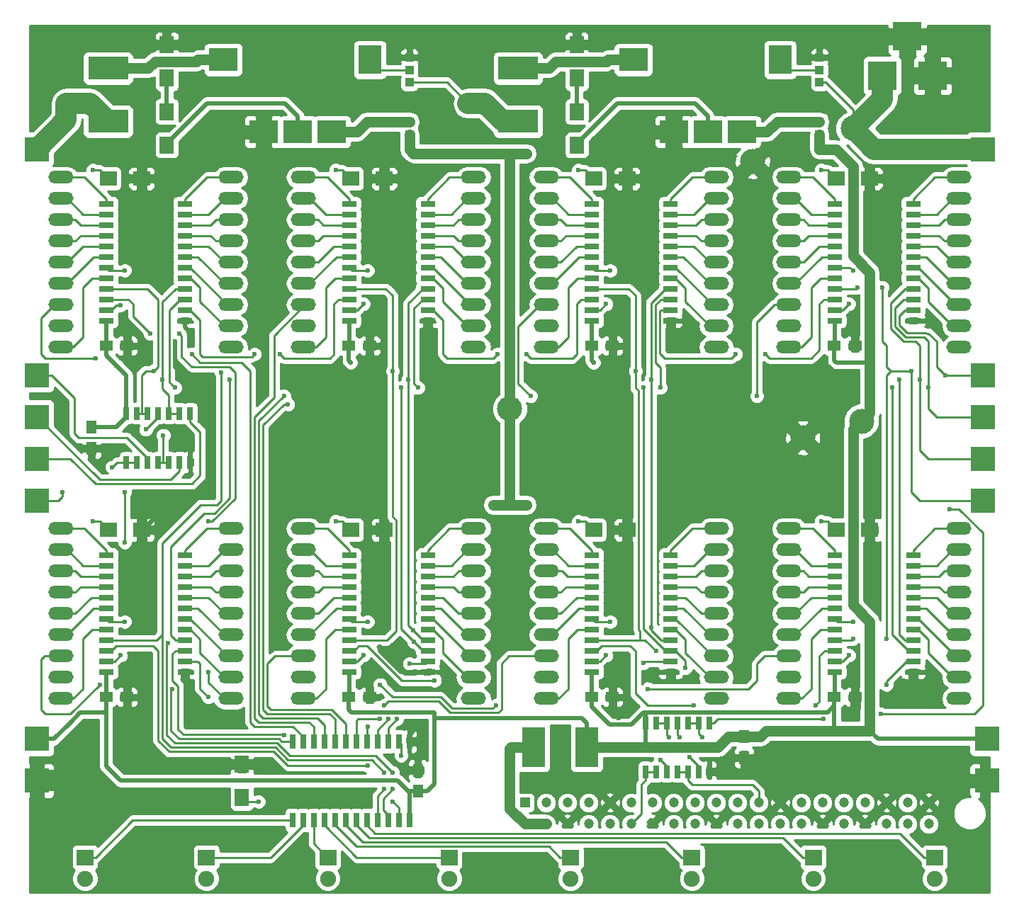
<source format=gtl>
G04 #@! TF.FileFunction,Copper,L1,Top,Signal*
%FSLAX46Y46*%
G04 Gerber Fmt 4.6, Leading zero omitted, Abs format (unit mm)*
G04 Created by KiCad (PCBNEW 4.0.2+dfsg1-stable) date So 05 Mär 2017 23:49:52 CET*
%MOMM*%
G01*
G04 APERTURE LIST*
%ADD10C,0.100000*%
%ADD11R,1.800000X0.635000*%
%ADD12O,3.000000X1.500000*%
%ADD13R,1.500000X1.250000*%
%ADD14R,1.250000X1.500000*%
%ADD15R,3.500120X3.500120*%
%ADD16R,2.000000X1.900000*%
%ADD17C,1.900000*%
%ADD18R,1.000000X1.000000*%
%ADD19C,1.200000*%
%ADD20R,1.200000X1.200000*%
%ADD21R,2.000000X1.700000*%
%ADD22R,1.700000X2.000000*%
%ADD23C,2.999740*%
%ADD24R,4.826000X2.794000*%
%ADD25R,2.794000X4.826000*%
%ADD26R,2.999740X2.999740*%
%ADD27R,0.635000X1.524000*%
%ADD28R,3.500000X2.800000*%
%ADD29R,2.800000X3.500000*%
%ADD30R,0.635000X1.800000*%
%ADD31C,0.600000*%
%ADD32C,0.254000*%
%ADD33C,1.270000*%
%ADD34C,0.508000*%
%ADD35C,2.540000*%
G04 APERTURE END LIST*
D10*
D11*
X206199000Y-85985000D03*
X206199000Y-84715000D03*
X206199000Y-83445000D03*
X206199000Y-82175000D03*
X206199000Y-80905000D03*
X206199000Y-79635000D03*
X206199000Y-78365000D03*
X206199000Y-77095000D03*
X206199000Y-75825000D03*
X206199000Y-74555000D03*
X206199000Y-73285000D03*
X206199000Y-72015000D03*
X196801000Y-85985000D03*
X196801000Y-84715000D03*
X196801000Y-83445000D03*
X196801000Y-82175000D03*
X196801000Y-80905000D03*
X196801000Y-79635000D03*
X196801000Y-78365000D03*
X196801000Y-77095000D03*
X196801000Y-75825000D03*
X196801000Y-74555000D03*
X196801000Y-73285000D03*
X196801000Y-72015000D03*
D12*
X191340000Y-68840000D03*
X211660000Y-68840000D03*
X191340000Y-71380000D03*
X211660000Y-71380000D03*
X191340000Y-73920000D03*
X211660000Y-73920000D03*
X191340000Y-76460000D03*
X211660000Y-76460000D03*
X191340000Y-79000000D03*
X211660000Y-79000000D03*
X191340000Y-81540000D03*
X211660000Y-81540000D03*
X191340000Y-84080000D03*
X211660000Y-84080000D03*
X191340000Y-86620000D03*
X211660000Y-86620000D03*
X191340000Y-89160000D03*
X211660000Y-89160000D03*
D13*
X196750000Y-89000000D03*
X199250000Y-89000000D03*
X167750000Y-89000000D03*
X170250000Y-89000000D03*
X138750000Y-89000000D03*
X141250000Y-89000000D03*
X109750000Y-89000000D03*
X112250000Y-89000000D03*
X109750000Y-131000000D03*
X112250000Y-131000000D03*
X138750000Y-131000000D03*
X141250000Y-131000000D03*
X167750000Y-131000000D03*
X170250000Y-131000000D03*
X196750000Y-131000000D03*
X199250000Y-131000000D03*
D14*
X147000000Y-142250000D03*
X147000000Y-139750000D03*
D15*
X202500260Y-56699000D03*
X208499740Y-56699000D03*
X205500000Y-52000000D03*
D16*
X107250000Y-150149800D03*
D17*
X107250000Y-152689800D03*
D16*
X121749999Y-150149800D03*
D17*
X121749999Y-152689800D03*
D16*
X136249998Y-150149800D03*
D17*
X136249998Y-152689800D03*
D16*
X150749997Y-150149800D03*
D17*
X150749997Y-152689800D03*
D16*
X165249996Y-150149800D03*
D17*
X165249996Y-152689800D03*
D16*
X179749995Y-150149800D03*
D17*
X179749995Y-152689800D03*
D16*
X194249994Y-150149800D03*
D17*
X194249994Y-152689800D03*
D16*
X208749993Y-150149800D03*
D17*
X208749993Y-152689800D03*
D18*
X146000000Y-54500000D03*
X146000000Y-56000000D03*
X146000000Y-57500000D03*
X146000000Y-62250000D03*
X146000000Y-63750000D03*
X195000000Y-54500000D03*
X195000000Y-56000000D03*
X195000000Y-57500000D03*
X195000000Y-62250000D03*
X195000000Y-63750000D03*
D19*
X159802800Y-146149800D03*
D20*
X159802800Y-143609800D03*
D19*
X162342800Y-146149800D03*
X162342800Y-143609800D03*
X164882800Y-146149800D03*
X164882800Y-143609800D03*
X167422800Y-146149800D03*
X167422800Y-143609800D03*
X169962800Y-146149800D03*
X169962800Y-143609800D03*
X172502800Y-146149800D03*
X172502800Y-143609800D03*
X175042800Y-146149800D03*
X175042800Y-143609800D03*
X177582800Y-146149800D03*
X177582800Y-143609800D03*
X180122800Y-146149800D03*
X180122800Y-143609800D03*
X182662800Y-146149800D03*
X182662800Y-143609800D03*
X185202800Y-146149800D03*
X185202800Y-143609800D03*
X187742800Y-146149800D03*
X187742800Y-143609800D03*
X190282800Y-146149800D03*
X190282800Y-143609800D03*
X192822800Y-146149800D03*
X192822800Y-143609800D03*
X195362800Y-146149800D03*
X195362800Y-143609800D03*
X197902800Y-146149800D03*
X197902800Y-143609800D03*
X200442800Y-146149800D03*
X200442800Y-143609800D03*
X202982800Y-146149800D03*
X202982800Y-143609800D03*
X205522800Y-146149800D03*
X205522800Y-143609800D03*
X208062800Y-146149800D03*
X208062800Y-143609800D03*
D21*
X201000000Y-69000000D03*
X197000000Y-69000000D03*
X172000000Y-69000000D03*
X168000000Y-69000000D03*
X143000000Y-69000000D03*
X139000000Y-69000000D03*
X114000000Y-69000000D03*
X110000000Y-69000000D03*
X114000000Y-111000000D03*
X110000000Y-111000000D03*
X143000000Y-111000000D03*
X139000000Y-111000000D03*
X172000000Y-111000000D03*
X168000000Y-111000000D03*
X201000000Y-111000000D03*
X197000000Y-111000000D03*
D22*
X126000000Y-139000000D03*
X126000000Y-143000000D03*
D23*
X158000000Y-96500000D03*
X199000000Y-63000000D03*
X200000000Y-98000000D03*
X187000000Y-67000000D03*
X193000000Y-100000000D03*
D14*
X186000000Y-135750000D03*
X186000000Y-138250000D03*
X108000000Y-98750000D03*
X108000000Y-101250000D03*
D24*
X110000000Y-55825000D03*
X110000000Y-62175000D03*
X159000000Y-55825000D03*
X159000000Y-62175000D03*
D25*
X167175000Y-137000000D03*
X160825000Y-137000000D03*
D26*
X214500000Y-92500000D03*
X214500000Y-97500000D03*
X214500000Y-102500000D03*
X214500000Y-107500000D03*
X215000000Y-136000000D03*
X214500000Y-65500000D03*
X215000000Y-141000000D03*
X101500000Y-136000000D03*
X101500000Y-65500000D03*
X101500000Y-141000000D03*
X101500000Y-92500000D03*
X101500000Y-97500000D03*
X101500000Y-102500000D03*
X101500000Y-107500000D03*
D22*
X117000000Y-61000000D03*
X117000000Y-65000000D03*
X117000000Y-57000000D03*
X117000000Y-53000000D03*
X166000000Y-61000000D03*
X166000000Y-65000000D03*
X166000000Y-57000000D03*
X166000000Y-53000000D03*
D27*
X112190000Y-102921000D03*
X113460000Y-102921000D03*
X114730000Y-102921000D03*
X116000000Y-102921000D03*
X117270000Y-102921000D03*
X118540000Y-102921000D03*
X119810000Y-102921000D03*
X119810000Y-97079000D03*
X118540000Y-97079000D03*
X116000000Y-97079000D03*
X114730000Y-97079000D03*
X113460000Y-97079000D03*
X112190000Y-97079000D03*
X117270000Y-97079000D03*
X174190000Y-139921000D03*
X175460000Y-139921000D03*
X176730000Y-139921000D03*
X178000000Y-139921000D03*
X179270000Y-139921000D03*
X180540000Y-139921000D03*
X181810000Y-139921000D03*
X181810000Y-134079000D03*
X180540000Y-134079000D03*
X178000000Y-134079000D03*
X176730000Y-134079000D03*
X175460000Y-134079000D03*
X174190000Y-134079000D03*
X179270000Y-134079000D03*
D28*
X136710000Y-63430000D03*
X132650000Y-63430000D03*
X128590000Y-63430000D03*
X123760000Y-54800000D03*
D29*
X141280000Y-54800000D03*
D28*
X185710000Y-63430000D03*
X181650000Y-63430000D03*
X177590000Y-63430000D03*
X172760000Y-54800000D03*
D29*
X190280000Y-54800000D03*
D12*
X133340000Y-68840000D03*
X153660000Y-68840000D03*
X133340000Y-71380000D03*
X153660000Y-71380000D03*
X133340000Y-73920000D03*
X153660000Y-73920000D03*
X133340000Y-76460000D03*
X153660000Y-76460000D03*
X133340000Y-79000000D03*
X153660000Y-79000000D03*
X133340000Y-81540000D03*
X153660000Y-81540000D03*
X133340000Y-84080000D03*
X153660000Y-84080000D03*
X133340000Y-86620000D03*
X153660000Y-86620000D03*
X133340000Y-89160000D03*
X153660000Y-89160000D03*
X191340000Y-110840000D03*
X211660000Y-110840000D03*
X191340000Y-113380000D03*
X211660000Y-113380000D03*
X191340000Y-115920000D03*
X211660000Y-115920000D03*
X191340000Y-118460000D03*
X211660000Y-118460000D03*
X191340000Y-121000000D03*
X211660000Y-121000000D03*
X191340000Y-123540000D03*
X211660000Y-123540000D03*
X191340000Y-126080000D03*
X211660000Y-126080000D03*
X191340000Y-128620000D03*
X211660000Y-128620000D03*
X191340000Y-131160000D03*
X211660000Y-131160000D03*
X162340000Y-110840000D03*
X182660000Y-110840000D03*
X162340000Y-113380000D03*
X182660000Y-113380000D03*
X162340000Y-115920000D03*
X182660000Y-115920000D03*
X162340000Y-118460000D03*
X182660000Y-118460000D03*
X162340000Y-121000000D03*
X182660000Y-121000000D03*
X162340000Y-123540000D03*
X182660000Y-123540000D03*
X162340000Y-126080000D03*
X182660000Y-126080000D03*
X162340000Y-128620000D03*
X182660000Y-128620000D03*
X162340000Y-131160000D03*
X182660000Y-131160000D03*
X133340000Y-110840000D03*
X153660000Y-110840000D03*
X133340000Y-113380000D03*
X153660000Y-113380000D03*
X133340000Y-115920000D03*
X153660000Y-115920000D03*
X133340000Y-118460000D03*
X153660000Y-118460000D03*
X133340000Y-121000000D03*
X153660000Y-121000000D03*
X133340000Y-123540000D03*
X153660000Y-123540000D03*
X133340000Y-126080000D03*
X153660000Y-126080000D03*
X133340000Y-128620000D03*
X153660000Y-128620000D03*
X133340000Y-131160000D03*
X153660000Y-131160000D03*
X104340000Y-110840000D03*
X124660000Y-110840000D03*
X104340000Y-113380000D03*
X124660000Y-113380000D03*
X104340000Y-115920000D03*
X124660000Y-115920000D03*
X104340000Y-118460000D03*
X124660000Y-118460000D03*
X104340000Y-121000000D03*
X124660000Y-121000000D03*
X104340000Y-123540000D03*
X124660000Y-123540000D03*
X104340000Y-126080000D03*
X124660000Y-126080000D03*
X104340000Y-128620000D03*
X124660000Y-128620000D03*
X104340000Y-131160000D03*
X124660000Y-131160000D03*
X104340000Y-68840000D03*
X124660000Y-68840000D03*
X104340000Y-71380000D03*
X124660000Y-71380000D03*
X104340000Y-73920000D03*
X124660000Y-73920000D03*
X104340000Y-76460000D03*
X124660000Y-76460000D03*
X104340000Y-79000000D03*
X124660000Y-79000000D03*
X104340000Y-81540000D03*
X124660000Y-81540000D03*
X104340000Y-84080000D03*
X124660000Y-84080000D03*
X104340000Y-86620000D03*
X124660000Y-86620000D03*
X104340000Y-89160000D03*
X124660000Y-89160000D03*
X162340000Y-68840000D03*
X182660000Y-68840000D03*
X162340000Y-71380000D03*
X182660000Y-71380000D03*
X162340000Y-73920000D03*
X182660000Y-73920000D03*
X162340000Y-76460000D03*
X182660000Y-76460000D03*
X162340000Y-79000000D03*
X182660000Y-79000000D03*
X162340000Y-81540000D03*
X182660000Y-81540000D03*
X162340000Y-84080000D03*
X182660000Y-84080000D03*
X162340000Y-86620000D03*
X182660000Y-86620000D03*
X162340000Y-89160000D03*
X182660000Y-89160000D03*
D11*
X148199000Y-127985000D03*
X148199000Y-126715000D03*
X148199000Y-125445000D03*
X148199000Y-124175000D03*
X148199000Y-122905000D03*
X148199000Y-121635000D03*
X148199000Y-120365000D03*
X148199000Y-119095000D03*
X148199000Y-117825000D03*
X148199000Y-116555000D03*
X148199000Y-115285000D03*
X148199000Y-114015000D03*
X138801000Y-127985000D03*
X138801000Y-126715000D03*
X138801000Y-125445000D03*
X138801000Y-124175000D03*
X138801000Y-122905000D03*
X138801000Y-121635000D03*
X138801000Y-120365000D03*
X138801000Y-119095000D03*
X138801000Y-117825000D03*
X138801000Y-116555000D03*
X138801000Y-115285000D03*
X138801000Y-114015000D03*
X177199000Y-85985000D03*
X177199000Y-84715000D03*
X177199000Y-83445000D03*
X177199000Y-82175000D03*
X177199000Y-80905000D03*
X177199000Y-79635000D03*
X177199000Y-78365000D03*
X177199000Y-77095000D03*
X177199000Y-75825000D03*
X177199000Y-74555000D03*
X177199000Y-73285000D03*
X177199000Y-72015000D03*
X167801000Y-85985000D03*
X167801000Y-84715000D03*
X167801000Y-83445000D03*
X167801000Y-82175000D03*
X167801000Y-80905000D03*
X167801000Y-79635000D03*
X167801000Y-78365000D03*
X167801000Y-77095000D03*
X167801000Y-75825000D03*
X167801000Y-74555000D03*
X167801000Y-73285000D03*
X167801000Y-72015000D03*
X148199000Y-85985000D03*
X148199000Y-84715000D03*
X148199000Y-83445000D03*
X148199000Y-82175000D03*
X148199000Y-80905000D03*
X148199000Y-79635000D03*
X148199000Y-78365000D03*
X148199000Y-77095000D03*
X148199000Y-75825000D03*
X148199000Y-74555000D03*
X148199000Y-73285000D03*
X148199000Y-72015000D03*
X138801000Y-85985000D03*
X138801000Y-84715000D03*
X138801000Y-83445000D03*
X138801000Y-82175000D03*
X138801000Y-80905000D03*
X138801000Y-79635000D03*
X138801000Y-78365000D03*
X138801000Y-77095000D03*
X138801000Y-75825000D03*
X138801000Y-74555000D03*
X138801000Y-73285000D03*
X138801000Y-72015000D03*
X119199000Y-85985000D03*
X119199000Y-84715000D03*
X119199000Y-83445000D03*
X119199000Y-82175000D03*
X119199000Y-80905000D03*
X119199000Y-79635000D03*
X119199000Y-78365000D03*
X119199000Y-77095000D03*
X119199000Y-75825000D03*
X119199000Y-74555000D03*
X119199000Y-73285000D03*
X119199000Y-72015000D03*
X109801000Y-85985000D03*
X109801000Y-84715000D03*
X109801000Y-83445000D03*
X109801000Y-82175000D03*
X109801000Y-80905000D03*
X109801000Y-79635000D03*
X109801000Y-78365000D03*
X109801000Y-77095000D03*
X109801000Y-75825000D03*
X109801000Y-74555000D03*
X109801000Y-73285000D03*
X109801000Y-72015000D03*
X119199000Y-127985000D03*
X119199000Y-126715000D03*
X119199000Y-125445000D03*
X119199000Y-124175000D03*
X119199000Y-122905000D03*
X119199000Y-121635000D03*
X119199000Y-120365000D03*
X119199000Y-119095000D03*
X119199000Y-117825000D03*
X119199000Y-116555000D03*
X119199000Y-115285000D03*
X119199000Y-114015000D03*
X109801000Y-127985000D03*
X109801000Y-126715000D03*
X109801000Y-125445000D03*
X109801000Y-124175000D03*
X109801000Y-122905000D03*
X109801000Y-121635000D03*
X109801000Y-120365000D03*
X109801000Y-119095000D03*
X109801000Y-117825000D03*
X109801000Y-116555000D03*
X109801000Y-115285000D03*
X109801000Y-114015000D03*
X177199000Y-127985000D03*
X177199000Y-126715000D03*
X177199000Y-125445000D03*
X177199000Y-124175000D03*
X177199000Y-122905000D03*
X177199000Y-121635000D03*
X177199000Y-120365000D03*
X177199000Y-119095000D03*
X177199000Y-117825000D03*
X177199000Y-116555000D03*
X177199000Y-115285000D03*
X177199000Y-114015000D03*
X167801000Y-127985000D03*
X167801000Y-126715000D03*
X167801000Y-125445000D03*
X167801000Y-124175000D03*
X167801000Y-122905000D03*
X167801000Y-121635000D03*
X167801000Y-120365000D03*
X167801000Y-119095000D03*
X167801000Y-117825000D03*
X167801000Y-116555000D03*
X167801000Y-115285000D03*
X167801000Y-114015000D03*
X206199000Y-127985000D03*
X206199000Y-126715000D03*
X206199000Y-125445000D03*
X206199000Y-124175000D03*
X206199000Y-122905000D03*
X206199000Y-121635000D03*
X206199000Y-120365000D03*
X206199000Y-119095000D03*
X206199000Y-117825000D03*
X206199000Y-116555000D03*
X206199000Y-115285000D03*
X206199000Y-114015000D03*
X196801000Y-127985000D03*
X196801000Y-126715000D03*
X196801000Y-125445000D03*
X196801000Y-124175000D03*
X196801000Y-122905000D03*
X196801000Y-121635000D03*
X196801000Y-120365000D03*
X196801000Y-119095000D03*
X196801000Y-117825000D03*
X196801000Y-116555000D03*
X196801000Y-115285000D03*
X196801000Y-114015000D03*
D30*
X145985000Y-136301000D03*
X144715000Y-136301000D03*
X143445000Y-136301000D03*
X142175000Y-136301000D03*
X140905000Y-136301000D03*
X139635000Y-136301000D03*
X138365000Y-136301000D03*
X137095000Y-136301000D03*
X135825000Y-136301000D03*
X134555000Y-136301000D03*
X133285000Y-136301000D03*
X132015000Y-136301000D03*
X145985000Y-145699000D03*
X144715000Y-145699000D03*
X143445000Y-145699000D03*
X142175000Y-145699000D03*
X140905000Y-145699000D03*
X139635000Y-145699000D03*
X138365000Y-145699000D03*
X137095000Y-145699000D03*
X135825000Y-145699000D03*
X134555000Y-145699000D03*
X133285000Y-145699000D03*
X132015000Y-145699000D03*
D31*
X131500000Y-96000000D03*
X187500000Y-95000000D03*
X160000000Y-66000000D03*
X156000000Y-66000000D03*
X160000000Y-108000000D03*
X158000000Y-108000000D03*
X156000000Y-108000000D03*
X158000000Y-66000000D03*
X198999144Y-80000856D03*
X131000000Y-95000000D03*
X160500000Y-95000000D03*
X170000000Y-80000000D03*
X141000000Y-80000000D03*
X120000000Y-90000000D03*
X108500000Y-90500000D03*
X112000000Y-80000000D03*
X108992990Y-129500000D03*
X117681010Y-130000000D03*
X122000000Y-128000000D03*
X112000000Y-122000000D03*
X141000000Y-122000000D03*
X143000000Y-132000000D03*
X142500000Y-133617009D03*
X170000000Y-122000000D03*
X156318990Y-132000000D03*
X174500000Y-130000000D03*
X141000000Y-134500000D03*
X142500000Y-129500000D03*
X199000000Y-122000000D03*
X168000000Y-91000000D03*
X139000000Y-91000000D03*
X111000000Y-91383000D03*
X201000000Y-91000000D03*
X197000000Y-104000000D03*
X201000000Y-104000000D03*
X206000000Y-63500000D03*
X206000000Y-68000000D03*
X171000000Y-133500000D03*
X172000000Y-131000000D03*
X174000000Y-128500000D03*
X142500000Y-125000000D03*
X146500000Y-128000000D03*
X147500000Y-134000000D03*
X122000000Y-100500000D03*
X118000000Y-88500000D03*
X109500000Y-101500000D03*
X114500000Y-89000000D03*
X120000000Y-88500000D03*
X119500000Y-100500000D03*
X208000000Y-86000000D03*
X199500000Y-86500000D03*
X148000000Y-87500000D03*
X142000000Y-87000000D03*
X177500000Y-87000000D03*
X171000000Y-87000000D03*
X142500000Y-122500000D03*
X141500000Y-127500000D03*
X113000000Y-136500000D03*
X113000000Y-143500000D03*
X121000000Y-133500000D03*
X121000000Y-139000000D03*
X186500000Y-142500000D03*
X175500000Y-142000000D03*
X171500000Y-142000000D03*
X203500000Y-138000000D03*
X203500000Y-131000000D03*
X203500000Y-131000000D03*
X203500000Y-131000000D03*
X199000000Y-132500000D03*
X107825000Y-60000000D03*
X153000000Y-60000000D03*
X155000000Y-60000000D03*
X105000000Y-60000000D03*
X203000000Y-65500000D03*
X201500000Y-65500000D03*
X116600134Y-99691980D03*
X131000000Y-135500000D03*
X203681010Y-94000000D03*
X118000000Y-94000000D03*
X146500000Y-124328500D03*
X144500000Y-133617009D03*
X176000000Y-94000000D03*
X147000000Y-94000000D03*
X145000000Y-94000000D03*
X174000000Y-94000000D03*
X179500000Y-138189010D03*
X179000000Y-127500000D03*
X208000000Y-94000000D03*
X204500000Y-93000000D03*
X145872990Y-93000000D03*
X174872990Y-93000000D03*
X116500000Y-93000000D03*
X143500000Y-133617009D03*
X124500000Y-93000000D03*
X178318990Y-135810990D03*
X146441500Y-123000000D03*
X207000000Y-93000000D03*
X174872990Y-122681010D03*
X123500000Y-92181020D03*
X143000000Y-140000000D03*
X143000000Y-142000000D03*
X173000000Y-92000000D03*
X203000000Y-124000000D03*
X144000000Y-92000000D03*
X176000000Y-138500000D03*
X199000000Y-124000000D03*
X115500000Y-92000000D03*
X202500000Y-82000000D03*
X199500000Y-82000000D03*
X175500000Y-125500000D03*
X206000000Y-92000000D03*
X177000000Y-135810990D03*
X181000000Y-135810990D03*
X198500000Y-84000000D03*
X195189010Y-68000000D03*
X166189010Y-68000000D03*
X169500000Y-84000000D03*
X140500000Y-84000000D03*
X137189010Y-68000000D03*
X111500000Y-84126020D03*
X108189010Y-68000000D03*
X108189010Y-110000000D03*
X111500000Y-126000000D03*
X137189010Y-110000000D03*
X140500000Y-126000000D03*
X166189010Y-110000000D03*
X169500000Y-126000000D03*
X195189010Y-110000000D03*
X198500000Y-126000000D03*
X128000000Y-143500000D03*
X144000000Y-143500000D03*
X202310980Y-133000000D03*
X210000000Y-92500000D03*
X210500000Y-108500000D03*
X195500000Y-133617009D03*
X188500000Y-90000000D03*
X185000000Y-90000000D03*
X130500000Y-90000000D03*
X127500000Y-90000000D03*
X115000000Y-87500000D03*
X118500000Y-87500000D03*
X122000000Y-110000000D03*
X122000000Y-131000000D03*
X146000000Y-127000000D03*
X141000000Y-139181010D03*
X173968254Y-126936508D03*
X149000000Y-129000000D03*
X180000000Y-132000000D03*
X203000000Y-129500000D03*
X145000000Y-138000000D03*
X194500000Y-132000000D03*
X104500000Y-106500000D03*
X114500000Y-99000000D03*
X160000000Y-90000000D03*
X156500000Y-90000000D03*
X144000000Y-139992118D03*
X117164990Y-124500000D03*
X110500000Y-103500000D03*
X112000000Y-106500000D03*
X112000000Y-112500000D03*
X144000000Y-142000000D03*
D32*
X191340000Y-68840000D02*
X194197500Y-68840000D01*
X194197500Y-68840000D02*
X196801000Y-71443500D01*
X196801000Y-71443500D02*
X196801000Y-72015000D01*
X211660000Y-68840000D02*
X208802500Y-68840000D01*
X208802500Y-68840000D02*
X206199000Y-71443500D01*
X206199000Y-71443500D02*
X206199000Y-72015000D01*
X191340000Y-71380000D02*
X192090000Y-71380000D01*
X192090000Y-71380000D02*
X193995000Y-73285000D01*
X193995000Y-73285000D02*
X196801000Y-73285000D01*
X211660000Y-71380000D02*
X210910000Y-71380000D01*
X210910000Y-71380000D02*
X209005000Y-73285000D01*
X209005000Y-73285000D02*
X206199000Y-73285000D01*
X191340000Y-73920000D02*
X193094000Y-73920000D01*
X193094000Y-73920000D02*
X193729000Y-74555000D01*
X193729000Y-74555000D02*
X196801000Y-74555000D01*
X211660000Y-73920000D02*
X209906000Y-73920000D01*
X209906000Y-73920000D02*
X209271000Y-74555000D01*
X209271000Y-74555000D02*
X206199000Y-74555000D01*
X191340000Y-76460000D02*
X193094000Y-76460000D01*
X193094000Y-76460000D02*
X193729000Y-75825000D01*
X193729000Y-75825000D02*
X196801000Y-75825000D01*
X211660000Y-76460000D02*
X209906000Y-76460000D01*
X209906000Y-76460000D02*
X209271000Y-75825000D01*
X209271000Y-75825000D02*
X206199000Y-75825000D01*
X191340000Y-79000000D02*
X193094000Y-79000000D01*
X193094000Y-79000000D02*
X194999000Y-77095000D01*
X194999000Y-77095000D02*
X196801000Y-77095000D01*
X211660000Y-79000000D02*
X210910000Y-79000000D01*
X210910000Y-79000000D02*
X209005000Y-77095000D01*
X209005000Y-77095000D02*
X206199000Y-77095000D01*
X191340000Y-81540000D02*
X192090000Y-81540000D01*
X192090000Y-81540000D02*
X195265000Y-78365000D01*
X195265000Y-78365000D02*
X196801000Y-78365000D01*
X211660000Y-81540000D02*
X210910000Y-81540000D01*
X210910000Y-81540000D02*
X207735000Y-78365000D01*
X207735000Y-78365000D02*
X206199000Y-78365000D01*
X131500000Y-96000000D02*
X131016020Y-96000000D01*
X131016020Y-96000000D02*
X128516020Y-98500000D01*
X128524029Y-128368727D02*
X128524029Y-132524029D01*
X128524029Y-132524029D02*
X128967962Y-132967962D01*
X128516020Y-98500000D02*
X128516020Y-128360718D01*
X128516020Y-128360718D02*
X128524029Y-128368727D01*
X137095000Y-133595000D02*
X137095000Y-136301000D01*
X128967962Y-132967962D02*
X136467962Y-132967962D01*
X136467962Y-132967962D02*
X137095000Y-133595000D01*
X187500000Y-86166000D02*
X187500000Y-95000000D01*
X191340000Y-84080000D02*
X189586000Y-84080000D01*
X189586000Y-84080000D02*
X187500000Y-86166000D01*
X211660000Y-84080000D02*
X211226500Y-84080000D01*
X211226500Y-84080000D02*
X206781500Y-79635000D01*
X206781500Y-79635000D02*
X206199000Y-79635000D01*
X211660000Y-84080000D02*
X211088500Y-84080000D01*
X206643500Y-79635000D02*
X206199000Y-79635000D01*
D33*
X158000000Y-108000000D02*
X158000000Y-96500000D01*
X158000000Y-96500000D02*
X158000000Y-66000000D01*
X146480000Y-66000000D02*
X156000000Y-66000000D01*
X146000000Y-63750000D02*
X146000000Y-65520000D01*
X146000000Y-65520000D02*
X146480000Y-66000000D01*
X158000000Y-66000000D02*
X160000000Y-66000000D01*
X158000000Y-66000000D02*
X156000000Y-66000000D01*
X158000000Y-108000000D02*
X160000000Y-108000000D01*
X156000000Y-108000000D02*
X158000000Y-108000000D01*
D32*
X206199000Y-80905000D02*
X206781500Y-80905000D01*
X206781500Y-80905000D02*
X208000000Y-82123500D01*
X208000000Y-82123500D02*
X208000000Y-83710000D01*
X208000000Y-83710000D02*
X208000000Y-82123500D01*
X211660000Y-86620000D02*
X210910000Y-86620000D01*
X210910000Y-86620000D02*
X208000000Y-83710000D01*
X195095000Y-80905000D02*
X196801000Y-80905000D01*
X191340000Y-89160000D02*
X192840000Y-89160000D01*
X192840000Y-89160000D02*
X194000000Y-88000000D01*
X194000000Y-88000000D02*
X194000000Y-82000000D01*
X194000000Y-82000000D02*
X195095000Y-80905000D01*
X196801000Y-79635000D02*
X198633288Y-79635000D01*
X198633288Y-79635000D02*
X198999144Y-80000856D01*
X162340000Y-68840000D02*
X165197500Y-68840000D01*
X167801000Y-71443500D02*
X167801000Y-72015000D01*
X165197500Y-68840000D02*
X167801000Y-71443500D01*
X182660000Y-68840000D02*
X179802500Y-68840000D01*
X179802500Y-68840000D02*
X177199000Y-71443500D01*
X177199000Y-71443500D02*
X177199000Y-72015000D01*
X162340000Y-71380000D02*
X163090000Y-71380000D01*
X163090000Y-71380000D02*
X164995000Y-73285000D01*
X164995000Y-73285000D02*
X167801000Y-73285000D01*
X182660000Y-71380000D02*
X181910000Y-71380000D01*
X181910000Y-71380000D02*
X180005000Y-73285000D01*
X180005000Y-73285000D02*
X177199000Y-73285000D01*
X162340000Y-73920000D02*
X164094000Y-73920000D01*
X164094000Y-73920000D02*
X164729000Y-74555000D01*
X164729000Y-74555000D02*
X167801000Y-74555000D01*
X182660000Y-73920000D02*
X180906000Y-73920000D01*
X180906000Y-73920000D02*
X180271000Y-74555000D01*
X180271000Y-74555000D02*
X177199000Y-74555000D01*
X162340000Y-76460000D02*
X164094000Y-76460000D01*
X164094000Y-76460000D02*
X164729000Y-75825000D01*
X164729000Y-75825000D02*
X167801000Y-75825000D01*
X182660000Y-76460000D02*
X180906000Y-76460000D01*
X180906000Y-76460000D02*
X180271000Y-75825000D01*
X180271000Y-75825000D02*
X177199000Y-75825000D01*
X162340000Y-79000000D02*
X164094000Y-79000000D01*
X164094000Y-79000000D02*
X165999000Y-77095000D01*
X165999000Y-77095000D02*
X167801000Y-77095000D01*
X182660000Y-79000000D02*
X181910000Y-79000000D01*
X180005000Y-77095000D02*
X177199000Y-77095000D01*
X181910000Y-79000000D02*
X180005000Y-77095000D01*
X162340000Y-81540000D02*
X163090000Y-81540000D01*
X163090000Y-81540000D02*
X166265000Y-78365000D01*
X166265000Y-78365000D02*
X167801000Y-78365000D01*
X182660000Y-81540000D02*
X181910000Y-81540000D01*
X181910000Y-81540000D02*
X178735000Y-78365000D01*
X178735000Y-78365000D02*
X177199000Y-78365000D01*
X128008010Y-97991990D02*
X128008010Y-128571142D01*
X135825000Y-134325000D02*
X135825000Y-136301000D01*
X128008010Y-128571142D02*
X128016019Y-128579151D01*
X128016019Y-128579151D02*
X128016019Y-133016019D01*
X128016019Y-133016019D02*
X128475972Y-133475972D01*
X134975972Y-133475972D02*
X135825000Y-134325000D01*
X128475972Y-133475972D02*
X134975972Y-133475972D01*
X131000000Y-95000000D02*
X128008010Y-97991990D01*
X159016010Y-86653990D02*
X159016010Y-93516010D01*
X159016010Y-93516010D02*
X160500000Y-95000000D01*
X162340000Y-84080000D02*
X161590000Y-84080000D01*
X161590000Y-84080000D02*
X159016010Y-86653990D01*
X182660000Y-84080000D02*
X182226500Y-84080000D01*
X182226500Y-84080000D02*
X177781500Y-79635000D01*
X177781500Y-79635000D02*
X177199000Y-79635000D01*
X179000000Y-83710000D02*
X179000000Y-82123500D01*
X177199000Y-80905000D02*
X177781500Y-80905000D01*
X177781500Y-80905000D02*
X179000000Y-82123500D01*
X182660000Y-86620000D02*
X181910000Y-86620000D01*
X181910000Y-86620000D02*
X179000000Y-83710000D01*
X166095000Y-80905000D02*
X167801000Y-80905000D01*
X162340000Y-89160000D02*
X163840000Y-89160000D01*
X163840000Y-89160000D02*
X165000000Y-88000000D01*
X165000000Y-88000000D02*
X165000000Y-82000000D01*
X165000000Y-82000000D02*
X166095000Y-80905000D01*
X170000000Y-80000000D02*
X168166000Y-80000000D01*
X168166000Y-80000000D02*
X167801000Y-79635000D01*
X133340000Y-68840000D02*
X136197500Y-68840000D01*
X136197500Y-68840000D02*
X138801000Y-71443500D01*
X138801000Y-71443500D02*
X138801000Y-72015000D01*
X153660000Y-68840000D02*
X150802500Y-68840000D01*
X150802500Y-68840000D02*
X148199000Y-71443500D01*
X148199000Y-71443500D02*
X148199000Y-72015000D01*
X133340000Y-71380000D02*
X134090000Y-71380000D01*
X134090000Y-71380000D02*
X135995000Y-73285000D01*
X135995000Y-73285000D02*
X138801000Y-73285000D01*
X153660000Y-71380000D02*
X152910000Y-71380000D01*
X152910000Y-71380000D02*
X151005000Y-73285000D01*
X151005000Y-73285000D02*
X148199000Y-73285000D01*
X133340000Y-73920000D02*
X135094000Y-73920000D01*
X135094000Y-73920000D02*
X135729000Y-74555000D01*
X135729000Y-74555000D02*
X138801000Y-74555000D01*
X153660000Y-73920000D02*
X151906000Y-73920000D01*
X151271000Y-74555000D02*
X148199000Y-74555000D01*
X151906000Y-73920000D02*
X151271000Y-74555000D01*
X133340000Y-76460000D02*
X135094000Y-76460000D01*
X135094000Y-76460000D02*
X135729000Y-75825000D01*
X135729000Y-75825000D02*
X138801000Y-75825000D01*
X153660000Y-76460000D02*
X151906000Y-76460000D01*
X151906000Y-76460000D02*
X151271000Y-75825000D01*
X151271000Y-75825000D02*
X148199000Y-75825000D01*
X133340000Y-79000000D02*
X135094000Y-79000000D01*
X135094000Y-79000000D02*
X136999000Y-77095000D01*
X136999000Y-77095000D02*
X138801000Y-77095000D01*
X153000000Y-79000000D02*
X151095000Y-77095000D01*
X151095000Y-77095000D02*
X148199000Y-77095000D01*
X153660000Y-79000000D02*
X153000000Y-79000000D01*
X133340000Y-81540000D02*
X134090000Y-81540000D01*
X134090000Y-81540000D02*
X137265000Y-78365000D01*
X137265000Y-78365000D02*
X138801000Y-78365000D01*
X153660000Y-81540000D02*
X152910000Y-81540000D01*
X152910000Y-81540000D02*
X149735000Y-78365000D01*
X149735000Y-78365000D02*
X148199000Y-78365000D01*
X133340000Y-84080000D02*
X133340000Y-84270511D01*
X133340000Y-84270511D02*
X129818999Y-87791512D01*
X127500000Y-128781566D02*
X127508009Y-128789575D01*
X129818999Y-87791512D02*
X129818999Y-95181001D01*
X128483982Y-133983982D02*
X128491990Y-133991990D01*
X134555000Y-134555000D02*
X134555000Y-136301000D01*
X129818999Y-95181001D02*
X127500000Y-97500000D01*
X127500000Y-97500000D02*
X127500000Y-128781566D01*
X127508009Y-133491991D02*
X128000000Y-133983982D01*
X127508009Y-128789575D02*
X127508009Y-133491991D01*
X128000000Y-133983982D02*
X128483982Y-133983982D01*
X128491990Y-133991990D02*
X133991990Y-133991990D01*
X133991990Y-133991990D02*
X134555000Y-134555000D01*
X153660000Y-84080000D02*
X153226500Y-84080000D01*
X153226500Y-84080000D02*
X148781500Y-79635000D01*
X148781500Y-79635000D02*
X148199000Y-79635000D01*
X150000000Y-83710000D02*
X150000000Y-82123500D01*
X148199000Y-80905000D02*
X148781500Y-80905000D01*
X148781500Y-80905000D02*
X150000000Y-82123500D01*
X153660000Y-86620000D02*
X152910000Y-86620000D01*
X152910000Y-86620000D02*
X150000000Y-83710000D01*
X133340000Y-89160000D02*
X134840000Y-89160000D01*
X137095000Y-80905000D02*
X138801000Y-80905000D01*
X134840000Y-89160000D02*
X136000000Y-88000000D01*
X136000000Y-88000000D02*
X136000000Y-82000000D01*
X136000000Y-82000000D02*
X137095000Y-80905000D01*
X141000000Y-80000000D02*
X139166000Y-80000000D01*
X139166000Y-80000000D02*
X138801000Y-79635000D01*
X104340000Y-68840000D02*
X107197500Y-68840000D01*
X107197500Y-68840000D02*
X109801000Y-71443500D01*
X109801000Y-71443500D02*
X109801000Y-72015000D01*
X124660000Y-68840000D02*
X121802500Y-68840000D01*
X121802500Y-68840000D02*
X119199000Y-71443500D01*
X119199000Y-71443500D02*
X119199000Y-72015000D01*
X104340000Y-71380000D02*
X105090000Y-71380000D01*
X105090000Y-71380000D02*
X106995000Y-73285000D01*
X106995000Y-73285000D02*
X109801000Y-73285000D01*
X124660000Y-71380000D02*
X123910000Y-71380000D01*
X123910000Y-71380000D02*
X122005000Y-73285000D01*
X122005000Y-73285000D02*
X119199000Y-73285000D01*
X104340000Y-73920000D02*
X106094000Y-73920000D01*
X106094000Y-73920000D02*
X106729000Y-74555000D01*
X106729000Y-74555000D02*
X109801000Y-74555000D01*
X124660000Y-73920000D02*
X122906000Y-73920000D01*
X122906000Y-73920000D02*
X122271000Y-74555000D01*
X122271000Y-74555000D02*
X119199000Y-74555000D01*
X104340000Y-76460000D02*
X106094000Y-76460000D01*
X106094000Y-76460000D02*
X106729000Y-75825000D01*
X106729000Y-75825000D02*
X109801000Y-75825000D01*
X124660000Y-76460000D02*
X122906000Y-76460000D01*
X122906000Y-76460000D02*
X122271000Y-75825000D01*
X122271000Y-75825000D02*
X119199000Y-75825000D01*
X104340000Y-79000000D02*
X105090000Y-79000000D01*
X105090000Y-79000000D02*
X106995000Y-77095000D01*
X106995000Y-77095000D02*
X109801000Y-77095000D01*
X124660000Y-79000000D02*
X123910000Y-79000000D01*
X123910000Y-79000000D02*
X122005000Y-77095000D01*
X122005000Y-77095000D02*
X119199000Y-77095000D01*
X104340000Y-81540000D02*
X105090000Y-81540000D01*
X105090000Y-81540000D02*
X108265000Y-78365000D01*
X108265000Y-78365000D02*
X109801000Y-78365000D01*
X124660000Y-81540000D02*
X123910000Y-81540000D01*
X123910000Y-81540000D02*
X120735000Y-78365000D01*
X120735000Y-78365000D02*
X119199000Y-78365000D01*
X133285000Y-135718500D02*
X133285000Y-136301000D01*
X127500000Y-134500000D02*
X132066500Y-134500000D01*
X127000000Y-92000000D02*
X127000000Y-97281566D01*
X126991990Y-97289576D02*
X126991990Y-133991990D01*
X132066500Y-134500000D02*
X133285000Y-135718500D01*
X125991990Y-90991990D02*
X127000000Y-92000000D01*
X120000000Y-90000000D02*
X120991990Y-90991990D01*
X126991990Y-133991990D02*
X127500000Y-134500000D01*
X120991990Y-90991990D02*
X125991990Y-90991990D01*
X127000000Y-97281566D02*
X126991990Y-97289576D01*
X102500000Y-90500000D02*
X108500000Y-90500000D01*
X102000000Y-90000000D02*
X102500000Y-90500000D01*
X102000000Y-85670000D02*
X102000000Y-90000000D01*
X104340000Y-84080000D02*
X103590000Y-84080000D01*
X103590000Y-84080000D02*
X102000000Y-85670000D01*
X124660000Y-84080000D02*
X124226500Y-84080000D01*
X124226500Y-84080000D02*
X119781500Y-79635000D01*
X119781500Y-79635000D02*
X119199000Y-79635000D01*
X124660000Y-84080000D02*
X124088500Y-84080000D01*
X119643500Y-79635000D02*
X119199000Y-79635000D01*
X119199000Y-80905000D02*
X119832302Y-80905000D01*
X119832302Y-80905000D02*
X121000000Y-82072698D01*
X121000000Y-82072698D02*
X121000000Y-83710000D01*
X119643500Y-80905000D02*
X119199000Y-80905000D01*
X124660000Y-86620000D02*
X123910000Y-86620000D01*
X123910000Y-86620000D02*
X121000000Y-83710000D01*
X107000000Y-82000000D02*
X108095000Y-80905000D01*
X108095000Y-80905000D02*
X109801000Y-80905000D01*
X107000000Y-88000000D02*
X107000000Y-82000000D01*
X105840000Y-89160000D02*
X107000000Y-88000000D01*
X104340000Y-89160000D02*
X105840000Y-89160000D01*
X112000000Y-80000000D02*
X110166000Y-80000000D01*
X110166000Y-80000000D02*
X109801000Y-79635000D01*
X104340000Y-110840000D02*
X107197500Y-110840000D01*
X109801000Y-113443500D02*
X109801000Y-114015000D01*
X107197500Y-110840000D02*
X109801000Y-113443500D01*
X124660000Y-110840000D02*
X121802500Y-110840000D01*
X121802500Y-110840000D02*
X119199000Y-113443500D01*
X119199000Y-113443500D02*
X119199000Y-114015000D01*
X104340000Y-113380000D02*
X105090000Y-113380000D01*
X105090000Y-113380000D02*
X106995000Y-115285000D01*
X106995000Y-115285000D02*
X109801000Y-115285000D01*
X124660000Y-113380000D02*
X123910000Y-113380000D01*
X123910000Y-113380000D02*
X122005000Y-115285000D01*
X122005000Y-115285000D02*
X119199000Y-115285000D01*
X104340000Y-115920000D02*
X106094000Y-115920000D01*
X106094000Y-115920000D02*
X106729000Y-116555000D01*
X106729000Y-116555000D02*
X109801000Y-116555000D01*
X124660000Y-115920000D02*
X122906000Y-115920000D01*
X122906000Y-115920000D02*
X122271000Y-116555000D01*
X122271000Y-116555000D02*
X119199000Y-116555000D01*
X104340000Y-118460000D02*
X106094000Y-118460000D01*
X106094000Y-118460000D02*
X106729000Y-117825000D01*
X106729000Y-117825000D02*
X109801000Y-117825000D01*
X124660000Y-118460000D02*
X122906000Y-118460000D01*
X122906000Y-118460000D02*
X122271000Y-117825000D01*
X122271000Y-117825000D02*
X119199000Y-117825000D01*
X104340000Y-121000000D02*
X106094000Y-121000000D01*
X106094000Y-121000000D02*
X107999000Y-119095000D01*
X107999000Y-119095000D02*
X109801000Y-119095000D01*
X124660000Y-121000000D02*
X123910000Y-121000000D01*
X123910000Y-121000000D02*
X122005000Y-119095000D01*
X122005000Y-119095000D02*
X119199000Y-119095000D01*
X104340000Y-123540000D02*
X105090000Y-123540000D01*
X105090000Y-123540000D02*
X108265000Y-120365000D01*
X108265000Y-120365000D02*
X109801000Y-120365000D01*
X124660000Y-123540000D02*
X123910000Y-123540000D01*
X123910000Y-123540000D02*
X120735000Y-120365000D01*
X120735000Y-120365000D02*
X119199000Y-120365000D01*
X117508010Y-130173000D02*
X117681010Y-130000000D01*
X117508010Y-135008010D02*
X117508010Y-130173000D01*
X118483980Y-135983980D02*
X117508010Y-135008010D01*
X130420848Y-135983980D02*
X118483980Y-135983980D01*
X132015000Y-136301000D02*
X130737868Y-136301000D01*
X130737868Y-136301000D02*
X130420848Y-135983980D01*
X108992990Y-129500000D02*
X105500000Y-132992990D01*
X105500000Y-132992990D02*
X102492990Y-132992990D01*
X102492990Y-132992990D02*
X102000000Y-132500000D01*
X102000000Y-132500000D02*
X102000000Y-126500000D01*
X102000000Y-126500000D02*
X102420000Y-126080000D01*
X102420000Y-126080000D02*
X104340000Y-126080000D01*
X124660000Y-126080000D02*
X124226500Y-126080000D01*
X124226500Y-126080000D02*
X119781500Y-121635000D01*
X119781500Y-121635000D02*
X119199000Y-121635000D01*
X124660000Y-126080000D02*
X124088500Y-126080000D01*
X119643500Y-121635000D02*
X119199000Y-121635000D01*
X121000000Y-125710000D02*
X121000000Y-124072698D01*
X119199000Y-122905000D02*
X119832302Y-122905000D01*
X119832302Y-122905000D02*
X121000000Y-124072698D01*
X119643500Y-122905000D02*
X119199000Y-122905000D01*
X124660000Y-128620000D02*
X123910000Y-128620000D01*
X123910000Y-128620000D02*
X121000000Y-125710000D01*
X108095000Y-122905000D02*
X109801000Y-122905000D01*
X104340000Y-131160000D02*
X105840000Y-131160000D01*
X105840000Y-131160000D02*
X107000000Y-130000000D01*
X107000000Y-130000000D02*
X107000000Y-124000000D01*
X107000000Y-124000000D02*
X108095000Y-122905000D01*
X122000000Y-128000000D02*
X122000000Y-129250000D01*
X122000000Y-129250000D02*
X123910000Y-131160000D01*
X123910000Y-131160000D02*
X124660000Y-131160000D01*
X112000000Y-122000000D02*
X110166000Y-122000000D01*
X110166000Y-122000000D02*
X109801000Y-121635000D01*
X133340000Y-110840000D02*
X136197500Y-110840000D01*
X136197500Y-110840000D02*
X138801000Y-113443500D01*
X138801000Y-113443500D02*
X138801000Y-114015000D01*
X153660000Y-110840000D02*
X150802500Y-110840000D01*
X150802500Y-110840000D02*
X148199000Y-113443500D01*
X148199000Y-113443500D02*
X148199000Y-114015000D01*
X133340000Y-113380000D02*
X134090000Y-113380000D01*
X134090000Y-113380000D02*
X135995000Y-115285000D01*
X135995000Y-115285000D02*
X138801000Y-115285000D01*
X153660000Y-113380000D02*
X152910000Y-113380000D01*
X151005000Y-115285000D02*
X148199000Y-115285000D01*
X152910000Y-113380000D02*
X151005000Y-115285000D01*
X133340000Y-115920000D02*
X135094000Y-115920000D01*
X135094000Y-115920000D02*
X135729000Y-116555000D01*
X135729000Y-116555000D02*
X138801000Y-116555000D01*
X153660000Y-115920000D02*
X151906000Y-115920000D01*
X151271000Y-116555000D02*
X148199000Y-116555000D01*
X151906000Y-115920000D02*
X151271000Y-116555000D01*
X133340000Y-118460000D02*
X135094000Y-118460000D01*
X135094000Y-118460000D02*
X135729000Y-117825000D01*
X135729000Y-117825000D02*
X138801000Y-117825000D01*
X153660000Y-118460000D02*
X151906000Y-118460000D01*
X151906000Y-118460000D02*
X151271000Y-117825000D01*
X151271000Y-117825000D02*
X148199000Y-117825000D01*
X133340000Y-121000000D02*
X135094000Y-121000000D01*
X135094000Y-121000000D02*
X136999000Y-119095000D01*
X136999000Y-119095000D02*
X138801000Y-119095000D01*
X153660000Y-121000000D02*
X151906000Y-121000000D01*
X150001000Y-119095000D02*
X148199000Y-119095000D01*
X151906000Y-121000000D02*
X150001000Y-119095000D01*
X133340000Y-123540000D02*
X134090000Y-123540000D01*
X137265000Y-120365000D02*
X138801000Y-120365000D01*
X134090000Y-123540000D02*
X137265000Y-120365000D01*
X153660000Y-123540000D02*
X152910000Y-123540000D01*
X152910000Y-123540000D02*
X149735000Y-120365000D01*
X149735000Y-120365000D02*
X148199000Y-120365000D01*
X129024030Y-127024030D02*
X129968060Y-126080000D01*
X129968060Y-126080000D02*
X133340000Y-126080000D01*
X129032039Y-132032039D02*
X129032039Y-127032039D01*
X129032039Y-127032039D02*
X129024030Y-127024030D01*
X136678386Y-132459952D02*
X129459952Y-132459952D01*
X129459952Y-132459952D02*
X129032039Y-132032039D01*
X138365000Y-136301000D02*
X138365000Y-134146566D01*
X138365000Y-134146566D02*
X136678386Y-132459952D01*
X153660000Y-126080000D02*
X153226500Y-126080000D01*
X153226500Y-126080000D02*
X148781500Y-121635000D01*
X148781500Y-121635000D02*
X148199000Y-121635000D01*
X153660000Y-126080000D02*
X153088500Y-126080000D01*
X148643500Y-121635000D02*
X148199000Y-121635000D01*
X150000000Y-125710000D02*
X150000000Y-124123500D01*
X148199000Y-122905000D02*
X148781500Y-122905000D01*
X148781500Y-122905000D02*
X150000000Y-124123500D01*
X153660000Y-128620000D02*
X152910000Y-128620000D01*
X152910000Y-128620000D02*
X150000000Y-125710000D01*
X137095000Y-122905000D02*
X138801000Y-122905000D01*
X133340000Y-131160000D02*
X134840000Y-131160000D01*
X134840000Y-131160000D02*
X136000000Y-130000000D01*
X136000000Y-130000000D02*
X136000000Y-124000000D01*
X136000000Y-124000000D02*
X137095000Y-122905000D01*
X141000000Y-122000000D02*
X139166000Y-122000000D01*
X139166000Y-122000000D02*
X138801000Y-121635000D01*
X162340000Y-110840000D02*
X165197500Y-110840000D01*
X165197500Y-110840000D02*
X167801000Y-113443500D01*
X167801000Y-113443500D02*
X167801000Y-114015000D01*
X182660000Y-110840000D02*
X179802500Y-110840000D01*
X179802500Y-110840000D02*
X177199000Y-113443500D01*
X177199000Y-113443500D02*
X177199000Y-114015000D01*
X162340000Y-113380000D02*
X163090000Y-113380000D01*
X163090000Y-113380000D02*
X164995000Y-115285000D01*
X164995000Y-115285000D02*
X167801000Y-115285000D01*
X182660000Y-113380000D02*
X181910000Y-113380000D01*
X180005000Y-115285000D02*
X177199000Y-115285000D01*
X181910000Y-113380000D02*
X180005000Y-115285000D01*
X162340000Y-115920000D02*
X164227898Y-115920000D01*
X164227898Y-115920000D02*
X164862898Y-116555000D01*
X164862898Y-116555000D02*
X167801000Y-116555000D01*
X182660000Y-115920000D02*
X180906000Y-115920000D01*
X180906000Y-115920000D02*
X180271000Y-116555000D01*
X180271000Y-116555000D02*
X177199000Y-116555000D01*
X162340000Y-118460000D02*
X164094000Y-118460000D01*
X164094000Y-118460000D02*
X164729000Y-117825000D01*
X164729000Y-117825000D02*
X167801000Y-117825000D01*
X182660000Y-118460000D02*
X180906000Y-118460000D01*
X180906000Y-118460000D02*
X180271000Y-117825000D01*
X180271000Y-117825000D02*
X177199000Y-117825000D01*
X162340000Y-121000000D02*
X164094000Y-121000000D01*
X164094000Y-121000000D02*
X165999000Y-119095000D01*
X165999000Y-119095000D02*
X167801000Y-119095000D01*
X182660000Y-121000000D02*
X180906000Y-121000000D01*
X180906000Y-121000000D02*
X179001000Y-119095000D01*
X179001000Y-119095000D02*
X177199000Y-119095000D01*
X162340000Y-123540000D02*
X163090000Y-123540000D01*
X163090000Y-123540000D02*
X166265000Y-120365000D01*
X166265000Y-120365000D02*
X167801000Y-120365000D01*
X182660000Y-123540000D02*
X181910000Y-123540000D01*
X181910000Y-123540000D02*
X178735000Y-120365000D01*
X178735000Y-120365000D02*
X177199000Y-120365000D01*
X143000000Y-132000000D02*
X143500000Y-131500000D01*
X143500000Y-131500000D02*
X149500000Y-131500000D01*
X157000000Y-127000000D02*
X157920000Y-126080000D01*
X149500000Y-131500000D02*
X150864990Y-132864990D01*
X150864990Y-132864990D02*
X156635010Y-132864990D01*
X157920000Y-126080000D02*
X162340000Y-126080000D01*
X156635010Y-132864990D02*
X157000000Y-132500000D01*
X157000000Y-132500000D02*
X157000000Y-127000000D01*
X139635000Y-133865000D02*
X139882991Y-133617009D01*
X139882991Y-133617009D02*
X142500000Y-133617009D01*
X139635000Y-136301000D02*
X139635000Y-133865000D01*
X162340000Y-126080000D02*
X161590000Y-126080000D01*
X182660000Y-126080000D02*
X182226500Y-126080000D01*
X182226500Y-126080000D02*
X177781500Y-121635000D01*
X177781500Y-121635000D02*
X177199000Y-121635000D01*
X182660000Y-126080000D02*
X182088500Y-126080000D01*
X177643500Y-121635000D02*
X177199000Y-121635000D01*
X179000000Y-125710000D02*
X179000000Y-124123500D01*
X177199000Y-122905000D02*
X177781500Y-122905000D01*
X177781500Y-122905000D02*
X179000000Y-124123500D01*
X177643500Y-122905000D02*
X177199000Y-122905000D01*
X182660000Y-128620000D02*
X181910000Y-128620000D01*
X181910000Y-128620000D02*
X179000000Y-125710000D01*
X166095000Y-122905000D02*
X167801000Y-122905000D01*
X162340000Y-131160000D02*
X163840000Y-131160000D01*
X163840000Y-131160000D02*
X165000000Y-130000000D01*
X165000000Y-130000000D02*
X165000000Y-124000000D01*
X165000000Y-124000000D02*
X166095000Y-122905000D01*
X170000000Y-122000000D02*
X168166000Y-122000000D01*
X168166000Y-122000000D02*
X167801000Y-121635000D01*
X191340000Y-110840000D02*
X194197500Y-110840000D01*
X194197500Y-110840000D02*
X196801000Y-113443500D01*
X196801000Y-113443500D02*
X196801000Y-114015000D01*
X211660000Y-110840000D02*
X208802500Y-110840000D01*
X208802500Y-110840000D02*
X206199000Y-113443500D01*
X206199000Y-113443500D02*
X206199000Y-114015000D01*
X191340000Y-113380000D02*
X192090000Y-113380000D01*
X192090000Y-113380000D02*
X193995000Y-115285000D01*
X193995000Y-115285000D02*
X196801000Y-115285000D01*
X211660000Y-113380000D02*
X210910000Y-113380000D01*
X210910000Y-113380000D02*
X209005000Y-115285000D01*
X209005000Y-115285000D02*
X206199000Y-115285000D01*
X191340000Y-115920000D02*
X193094000Y-115920000D01*
X193729000Y-116555000D02*
X196801000Y-116555000D01*
X193094000Y-115920000D02*
X193729000Y-116555000D01*
X211660000Y-115920000D02*
X209906000Y-115920000D01*
X209906000Y-115920000D02*
X209271000Y-116555000D01*
X209271000Y-116555000D02*
X206199000Y-116555000D01*
X191340000Y-118460000D02*
X193094000Y-118460000D01*
X193094000Y-118460000D02*
X193729000Y-117825000D01*
X193729000Y-117825000D02*
X196801000Y-117825000D01*
X211660000Y-118460000D02*
X209906000Y-118460000D01*
X209906000Y-118460000D02*
X209271000Y-117825000D01*
X209271000Y-117825000D02*
X206199000Y-117825000D01*
X191340000Y-121000000D02*
X192090000Y-121000000D01*
X192090000Y-121000000D02*
X193995000Y-119095000D01*
X193995000Y-119095000D02*
X196801000Y-119095000D01*
X211660000Y-121000000D02*
X210910000Y-121000000D01*
X209005000Y-119095000D02*
X206199000Y-119095000D01*
X210910000Y-121000000D02*
X209005000Y-119095000D01*
X191340000Y-123540000D02*
X192090000Y-123540000D01*
X192090000Y-123540000D02*
X195265000Y-120365000D01*
X195265000Y-120365000D02*
X196801000Y-120365000D01*
X211660000Y-123540000D02*
X210910000Y-123540000D01*
X210910000Y-123540000D02*
X207735000Y-120365000D01*
X207735000Y-120365000D02*
X206199000Y-120365000D01*
X155962010Y-132356980D02*
X156318990Y-132000000D01*
X151075414Y-132356980D02*
X155962010Y-132356980D01*
X187500000Y-127000000D02*
X188420000Y-126080000D01*
X140905000Y-134595000D02*
X141000000Y-134500000D01*
X140905000Y-136301000D02*
X140905000Y-134595000D01*
X143991990Y-130991990D02*
X149710425Y-130991991D01*
X142500000Y-129500000D02*
X143991990Y-130991990D01*
X149710425Y-130991991D02*
X151075414Y-132356980D01*
X174500000Y-130000000D02*
X186500000Y-130000000D01*
X186500000Y-130000000D02*
X187500000Y-129000000D01*
X187500000Y-129000000D02*
X187500000Y-127000000D01*
X188420000Y-126080000D02*
X191340000Y-126080000D01*
X211660000Y-126080000D02*
X211226500Y-126080000D01*
X211226500Y-126080000D02*
X206781500Y-121635000D01*
X206781500Y-121635000D02*
X206199000Y-121635000D01*
X211660000Y-126080000D02*
X211088500Y-126080000D01*
X206643500Y-121635000D02*
X206199000Y-121635000D01*
X211660000Y-128620000D02*
X210910000Y-128620000D01*
X210910000Y-128620000D02*
X208000000Y-125710000D01*
X208000000Y-125710000D02*
X208000000Y-124123500D01*
X208000000Y-124123500D02*
X206781500Y-122905000D01*
X206781500Y-122905000D02*
X206199000Y-122905000D01*
X206643500Y-122905000D02*
X206199000Y-122905000D01*
X195095000Y-122905000D02*
X196801000Y-122905000D01*
X191340000Y-131160000D02*
X192840000Y-131160000D01*
X192840000Y-131160000D02*
X194000000Y-130000000D01*
X194000000Y-130000000D02*
X194000000Y-124000000D01*
X194000000Y-124000000D02*
X195095000Y-122905000D01*
X199000000Y-122000000D02*
X197166000Y-122000000D01*
X197166000Y-122000000D02*
X196801000Y-121635000D01*
D34*
X172500997Y-134308002D02*
X174000000Y-132808999D01*
X169925002Y-134308002D02*
X172500997Y-134308002D01*
X167750000Y-132133000D02*
X169925002Y-134308002D01*
X167750000Y-131000000D02*
X167750000Y-132133000D01*
X145867000Y-142250000D02*
X145985000Y-142368000D01*
X145985000Y-142368000D02*
X145985000Y-145699000D01*
X149000000Y-141383000D02*
X149000000Y-133500000D01*
X149000000Y-133500000D02*
X149000000Y-132808999D01*
X166596000Y-133500000D02*
X149000000Y-133500000D01*
X167175000Y-137000000D02*
X167175000Y-134079000D01*
X167175000Y-134079000D02*
X166596000Y-133500000D01*
X106691001Y-132808999D02*
X109500000Y-132808999D01*
X109500000Y-132808999D02*
X109750000Y-132558999D01*
X111500000Y-141000000D02*
X109750000Y-139250000D01*
X109750000Y-139250000D02*
X109750000Y-131000000D01*
X144617000Y-141000000D02*
X111500000Y-141000000D01*
X147000000Y-142250000D02*
X145867000Y-142250000D01*
X145867000Y-142250000D02*
X144617000Y-141000000D01*
X138750000Y-131000000D02*
X138750000Y-132500000D01*
X149000000Y-132808999D02*
X139058999Y-132808999D01*
X139058999Y-132808999D02*
X138750000Y-132500000D01*
D33*
X199000000Y-67549798D02*
X199000000Y-78241990D01*
X199000000Y-78241990D02*
X201000000Y-80241990D01*
X201000000Y-80241990D02*
X201000000Y-91000000D01*
X195000000Y-65520000D02*
X196970202Y-65520000D01*
X196970202Y-65520000D02*
X199000000Y-67549798D01*
D34*
X109750000Y-131000000D02*
X109750000Y-132558999D01*
X174000000Y-132808999D02*
X195941001Y-132808999D01*
X174190000Y-134079000D02*
X174189999Y-132808999D01*
X174189999Y-132808999D02*
X174000000Y-132808999D01*
X196750000Y-131000000D02*
X196750000Y-132000000D01*
X196750000Y-132000000D02*
X196750000Y-134750000D01*
X195941001Y-132808999D02*
X196750000Y-132000000D01*
X105428870Y-134071130D02*
X106691001Y-132808999D01*
X105428870Y-134079000D02*
X105428870Y-134071130D01*
X147000000Y-142250000D02*
X148133000Y-142250000D01*
X148133000Y-142250000D02*
X149000000Y-141383000D01*
X196750000Y-90750000D02*
X197000000Y-91000000D01*
X197000000Y-91000000D02*
X201000000Y-91000000D01*
X196750000Y-89000000D02*
X196750000Y-90750000D01*
X167750000Y-89000000D02*
X167750000Y-90750000D01*
X167750000Y-90750000D02*
X168000000Y-91000000D01*
X138750000Y-89000000D02*
X138750000Y-90750000D01*
X138750000Y-90750000D02*
X139000000Y-91000000D01*
X109750000Y-90133000D02*
X111000000Y-91383000D01*
X111000000Y-91383000D02*
X112190000Y-92573000D01*
D33*
X201000000Y-91000000D02*
X201000000Y-97000000D01*
D34*
X109801000Y-85985000D02*
X109801000Y-88949000D01*
X109801000Y-88949000D02*
X109750000Y-89000000D01*
X138801000Y-85985000D02*
X138801000Y-88949000D01*
X138801000Y-88949000D02*
X138750000Y-89000000D01*
X167801000Y-85985000D02*
X167801000Y-88949000D01*
X167801000Y-88949000D02*
X167750000Y-89000000D01*
X196801000Y-85985000D02*
X196801000Y-88949000D01*
X196801000Y-88949000D02*
X196750000Y-89000000D01*
X108000000Y-98750000D02*
X110963500Y-98750000D01*
X110963500Y-98750000D02*
X112190000Y-97523500D01*
X112190000Y-97523500D02*
X112190000Y-97079000D01*
X112190000Y-97079000D02*
X112190000Y-92573000D01*
X109750000Y-89000000D02*
X109750000Y-90133000D01*
X109875000Y-89000000D02*
X109750000Y-89000000D01*
X101500000Y-136000000D02*
X103507870Y-136000000D01*
X103507870Y-136000000D02*
X105428870Y-134079000D01*
X109801000Y-127985000D02*
X109801000Y-130949000D01*
X109801000Y-130949000D02*
X109750000Y-131000000D01*
X196801000Y-127985000D02*
X196801000Y-130949000D01*
X196801000Y-130949000D02*
X196750000Y-131000000D01*
X167801000Y-127985000D02*
X167801000Y-130949000D01*
X167801000Y-130949000D02*
X167750000Y-131000000D01*
X138801000Y-127985000D02*
X138801000Y-130949000D01*
X138801000Y-130949000D02*
X138750000Y-131000000D01*
X167175000Y-135333000D02*
X167175000Y-137000000D01*
D33*
X182855000Y-137000000D02*
X174000000Y-137000000D01*
X174000000Y-137000000D02*
X167175000Y-137000000D01*
D34*
X174190000Y-134079000D02*
X174190000Y-136810000D01*
X174190000Y-136810000D02*
X174000000Y-137000000D01*
D33*
X188645000Y-135000000D02*
X197000000Y-135000000D01*
X197000000Y-135000000D02*
X201000000Y-135000000D01*
D34*
X196750000Y-134750000D02*
X197000000Y-135000000D01*
X215000000Y-136000000D02*
X202000000Y-136000000D01*
X202000000Y-136000000D02*
X201000000Y-135000000D01*
D33*
X186000000Y-135750000D02*
X184105000Y-135750000D01*
X184105000Y-135750000D02*
X182855000Y-137000000D01*
X201000000Y-122000000D02*
X201000000Y-135000000D01*
X186000000Y-135750000D02*
X187895000Y-135750000D01*
X187895000Y-135750000D02*
X188645000Y-135000000D01*
X201000000Y-97000000D02*
X199000000Y-99000000D01*
X199000000Y-99000000D02*
X199000000Y-120000000D01*
X199000000Y-120000000D02*
X201000000Y-122000000D01*
X195000000Y-63750000D02*
X195000000Y-65520000D01*
D34*
X197000000Y-104000000D02*
X193000000Y-100000000D01*
X201000000Y-111000000D02*
X201000000Y-104000000D01*
X206000000Y-63500000D02*
X206000000Y-56940680D01*
X206000000Y-56940680D02*
X206241680Y-56699000D01*
X206241680Y-56699000D02*
X208499740Y-56699000D01*
X201000000Y-69000000D02*
X205000000Y-69000000D01*
X205000000Y-69000000D02*
X206000000Y-68000000D01*
X170250000Y-131000000D02*
X170250000Y-132750000D01*
X170250000Y-132750000D02*
X171000000Y-133500000D01*
X170250000Y-131000000D02*
X172000000Y-131000000D01*
X177199000Y-127985000D02*
X174515000Y-127985000D01*
X174515000Y-127985000D02*
X174000000Y-128500000D01*
X145000000Y-128000000D02*
X142500000Y-125500000D01*
X142500000Y-125500000D02*
X142500000Y-125000000D01*
X146500000Y-128000000D02*
X145000000Y-128000000D01*
X146500000Y-128000000D02*
X148184000Y-128000000D01*
X148184000Y-128000000D02*
X148199000Y-127985000D01*
X145985000Y-136301000D02*
X145985000Y-135515000D01*
X145985000Y-135515000D02*
X147500000Y-134000000D01*
X119000000Y-92500000D02*
X118000000Y-91500000D01*
X118000000Y-91500000D02*
X118000000Y-88500000D01*
X122000000Y-92500000D02*
X119000000Y-92500000D01*
X122000000Y-106500000D02*
X122000000Y-92500000D01*
X118650000Y-106500000D02*
X122000000Y-106500000D01*
X114000000Y-111000000D02*
X114150000Y-111000000D01*
X114150000Y-111000000D02*
X118650000Y-106500000D01*
X108000000Y-101250000D02*
X109250000Y-101250000D01*
X109250000Y-101250000D02*
X109500000Y-101500000D01*
X114500000Y-89000000D02*
X112250000Y-89000000D01*
X120000000Y-87611500D02*
X120000000Y-88500000D01*
X119199000Y-85985000D02*
X119199000Y-86810500D01*
X119199000Y-86810500D02*
X120000000Y-87611500D01*
X119810000Y-102921000D02*
X119810000Y-100810000D01*
X119810000Y-100810000D02*
X119500000Y-100500000D01*
X199250000Y-89000000D02*
X199250000Y-86750000D01*
X199250000Y-86750000D02*
X199500000Y-86500000D01*
X148000000Y-87500000D02*
X148000000Y-86184000D01*
X148000000Y-86184000D02*
X148199000Y-85985000D01*
X141250000Y-89000000D02*
X141250000Y-87750000D01*
X141250000Y-87750000D02*
X142000000Y-87000000D01*
X177500000Y-87000000D02*
X177500000Y-86286000D01*
X177500000Y-86286000D02*
X177199000Y-85985000D01*
X170250000Y-89000000D02*
X170250000Y-87750000D01*
X170250000Y-87750000D02*
X171000000Y-87000000D01*
X141250000Y-131000000D02*
X141250000Y-127750000D01*
X141250000Y-127750000D02*
X141500000Y-127500000D01*
D35*
X108039870Y-143500000D02*
X113000000Y-143500000D01*
X101500000Y-141000000D02*
X105539870Y-141000000D01*
X105539870Y-141000000D02*
X108039870Y-143500000D01*
D33*
X126000000Y-139000000D02*
X121000000Y-139000000D01*
X186000000Y-138250000D02*
X190282800Y-142532800D01*
X190282800Y-142532800D02*
X190282800Y-143609800D01*
D34*
X169962800Y-143609800D02*
X169962800Y-143537200D01*
X169962800Y-143537200D02*
X171500000Y-142000000D01*
D33*
X199250000Y-131000000D02*
X199250000Y-132250000D01*
X199250000Y-132250000D02*
X199000000Y-132500000D01*
D32*
X107250000Y-150149800D02*
X108504000Y-150149800D01*
X108504000Y-150149800D02*
X112954800Y-145699000D01*
X112954800Y-145699000D02*
X132015000Y-145699000D01*
X121749999Y-150149800D02*
X129416700Y-150149800D01*
X129416700Y-150149800D02*
X133285000Y-146281500D01*
X133285000Y-146281500D02*
X133285000Y-145699000D01*
X133285000Y-145699000D02*
X133285000Y-146143500D01*
X134555000Y-145699000D02*
X134555000Y-148504802D01*
X134555000Y-148504802D02*
X136199998Y-150149800D01*
X136199998Y-150149800D02*
X136249998Y-150149800D01*
X136249998Y-150149800D02*
X135989800Y-150149800D01*
X150749997Y-150149800D02*
X139693300Y-150149800D01*
X139693300Y-150149800D02*
X135825000Y-146281500D01*
X135825000Y-146281500D02*
X135825000Y-145699000D01*
X135825000Y-145699000D02*
X135825000Y-146143500D01*
X137095000Y-145699000D02*
X137095000Y-146281500D01*
X137095000Y-146281500D02*
X139632299Y-148818799D01*
X139632299Y-148818799D02*
X162664995Y-148818799D01*
X162664995Y-148818799D02*
X163995996Y-150149800D01*
X163995996Y-150149800D02*
X165249996Y-150149800D01*
X137095000Y-145699000D02*
X137095000Y-146143500D01*
X138365000Y-145699000D02*
X138365000Y-146281500D01*
X178495995Y-150149800D02*
X179749995Y-150149800D01*
X138365000Y-146281500D02*
X140394289Y-148310789D01*
X140394289Y-148310789D02*
X176656984Y-148310789D01*
X176656984Y-148310789D02*
X178495995Y-150149800D01*
X138365000Y-145699000D02*
X138365000Y-146143500D01*
X139635000Y-145699000D02*
X139635000Y-146281500D01*
X139635000Y-146281500D02*
X141156279Y-147802779D01*
X141156279Y-147802779D02*
X190648973Y-147802779D01*
X190648973Y-147802779D02*
X192995994Y-150149800D01*
X192995994Y-150149800D02*
X194249994Y-150149800D01*
X139635000Y-145699000D02*
X139635000Y-146143500D01*
X141867467Y-147294769D02*
X204640962Y-147294769D01*
X204640962Y-147294769D02*
X207495993Y-150149800D01*
X207495993Y-150149800D02*
X208749993Y-150149800D01*
X140905000Y-145699000D02*
X140905000Y-146332302D01*
X140905000Y-146332302D02*
X141867467Y-147294769D01*
X140905000Y-145699000D02*
X140905000Y-146143500D01*
X195000000Y-57500000D02*
X195754000Y-57500000D01*
X195754000Y-57500000D02*
X199000000Y-60746000D01*
X199000000Y-60746000D02*
X199000000Y-63000000D01*
X146000000Y-57500000D02*
X150500000Y-57500000D01*
X150500000Y-57500000D02*
X153000000Y-60000000D01*
D35*
X105000000Y-60000000D02*
X107825000Y-60000000D01*
X107825000Y-60000000D02*
X110000000Y-62175000D01*
X155000000Y-60000000D02*
X153000000Y-60000000D01*
X157175000Y-62175000D02*
X155000000Y-60000000D01*
X159000000Y-62175000D02*
X157175000Y-62175000D01*
X105000000Y-60000000D02*
X105000000Y-62000000D01*
X105000000Y-62000000D02*
X101500000Y-65500000D01*
X214500000Y-65500000D02*
X203000000Y-65500000D01*
X203000000Y-65500000D02*
X201500000Y-65500000D01*
X202500260Y-56699000D02*
X202500260Y-59499740D01*
X202500260Y-59499740D02*
X199000000Y-63000000D01*
X201500000Y-65500000D02*
X199000000Y-63000000D01*
D33*
X160825000Y-137000000D02*
X158158000Y-137000000D01*
X158158000Y-137000000D02*
X158000000Y-137158000D01*
X158000000Y-137158000D02*
X158000000Y-144347000D01*
X158000000Y-144347000D02*
X159802800Y-146149800D01*
X159802800Y-146149800D02*
X162342800Y-146149800D01*
D32*
X146000000Y-56000000D02*
X142480000Y-56000000D01*
X142480000Y-56000000D02*
X141280000Y-54800000D01*
D33*
X136710000Y-63430000D02*
X139730000Y-63430000D01*
X139730000Y-63430000D02*
X140934010Y-62225990D01*
X140934010Y-62225990D02*
X146000000Y-62225990D01*
D32*
X195000000Y-56000000D02*
X191480000Y-56000000D01*
X191480000Y-56000000D02*
X190280000Y-54800000D01*
D33*
X185710000Y-63430000D02*
X188730000Y-63430000D01*
X188730000Y-63430000D02*
X189934010Y-62225990D01*
X189934010Y-62225990D02*
X195000000Y-62225990D01*
D32*
X117700001Y-93700001D02*
X118000000Y-94000000D01*
X117318998Y-93318998D02*
X117700001Y-93700001D01*
X117318998Y-84742502D02*
X117318998Y-93318998D01*
X119199000Y-83445000D02*
X118616500Y-83445000D01*
X118616500Y-83445000D02*
X117318998Y-84742502D01*
X116600134Y-100116244D02*
X116600134Y-99691980D01*
X116600134Y-102820866D02*
X116600134Y-100116244D01*
X116500000Y-102921000D02*
X116600134Y-102820866D01*
X208000000Y-88500000D02*
X208000000Y-94000000D01*
X205281565Y-87999999D02*
X207500000Y-88000000D01*
X207500000Y-88000000D02*
X208000000Y-88500000D01*
X203991990Y-86710424D02*
X205281565Y-87999999D01*
X203991990Y-84508010D02*
X203991990Y-86710424D01*
X205000000Y-83500000D02*
X203991990Y-84508010D01*
X205699500Y-83500000D02*
X205000000Y-83500000D01*
X205754500Y-83445000D02*
X205699500Y-83500000D01*
X206199000Y-83445000D02*
X205754500Y-83445000D01*
X119199000Y-125445000D02*
X118616500Y-125445000D01*
X118975970Y-135475970D02*
X130975970Y-135475970D01*
X130975970Y-135475970D02*
X131000000Y-135500000D01*
X118362011Y-134862011D02*
X118975970Y-135475970D01*
X118362011Y-129673119D02*
X118362011Y-134862011D01*
X117688892Y-129000000D02*
X117688892Y-125801108D01*
X118045000Y-125445000D02*
X117688892Y-125801108D01*
X119199000Y-125445000D02*
X118045000Y-125445000D01*
X117688892Y-129000000D02*
X118362011Y-129673119D01*
X206199000Y-125445000D02*
X205616500Y-125445000D01*
X205616500Y-125445000D02*
X203681010Y-123509510D01*
X203681010Y-123509510D02*
X203681010Y-94000000D01*
X147616500Y-125445000D02*
X146500000Y-124328500D01*
X146500000Y-124328500D02*
X145000000Y-122828500D01*
X143445000Y-136301000D02*
X143445000Y-134672009D01*
X143445000Y-134672009D02*
X144500000Y-133617009D01*
X177199000Y-83445000D02*
X176045000Y-83445000D01*
X176045000Y-83445000D02*
X175409989Y-84080011D01*
X175409989Y-84080011D02*
X175409989Y-91011989D01*
X175409989Y-91011989D02*
X176000000Y-91602000D01*
X176000000Y-91602000D02*
X176000000Y-94000000D01*
X146561500Y-84500000D02*
X146561500Y-93561500D01*
X146561500Y-93561500D02*
X147000000Y-94000000D01*
X148199000Y-83445000D02*
X147616500Y-83445000D01*
X147616500Y-83445000D02*
X146561500Y-84500000D01*
X148199000Y-125445000D02*
X147616500Y-125445000D01*
X145000000Y-122828500D02*
X145000000Y-94000000D01*
X174000000Y-122848434D02*
X174000000Y-94000000D01*
X176596566Y-125445000D02*
X174000000Y-122848434D01*
X177199000Y-125445000D02*
X176596566Y-125445000D01*
X180540000Y-139921000D02*
X180540000Y-139229010D01*
X180540000Y-139229010D02*
X179500000Y-138189010D01*
X177199000Y-125445000D02*
X176616500Y-125445000D01*
X179000000Y-127500000D02*
X179000000Y-126663500D01*
X179000000Y-126663500D02*
X177781500Y-125445000D01*
X177781500Y-125445000D02*
X177199000Y-125445000D01*
X180540000Y-139921000D02*
X180540000Y-139175010D01*
X119199000Y-125445000D02*
X118754500Y-125445000D01*
X206199000Y-125445000D02*
X205754500Y-125445000D01*
X148199000Y-125445000D02*
X147754500Y-125445000D01*
X177199000Y-125445000D02*
X176754500Y-125445000D01*
X148199000Y-83445000D02*
X147754500Y-83445000D01*
X116000000Y-102921000D02*
X116500000Y-102921000D01*
X116500000Y-102921000D02*
X117270000Y-102921000D01*
X208000000Y-94000000D02*
X208000000Y-96500000D01*
X209000000Y-97500000D02*
X214500000Y-97500000D01*
X208000000Y-96500000D02*
X209000000Y-97500000D01*
X207000000Y-89000000D02*
X207000000Y-93000000D01*
X205183000Y-82175000D02*
X203483980Y-83874020D01*
X205183000Y-82175000D02*
X206199000Y-82175000D01*
X205071142Y-88508008D02*
X206508008Y-88508008D01*
X203483981Y-86920849D02*
X205071142Y-88508008D01*
X206508008Y-88508008D02*
X207000000Y-89000000D01*
X203483980Y-83874020D02*
X203483981Y-86920849D01*
X116500000Y-83720000D02*
X116500000Y-93000000D01*
X118045000Y-82175000D02*
X116500000Y-83720000D01*
X119199000Y-82175000D02*
X118045000Y-82175000D01*
X206199000Y-124175000D02*
X205175000Y-124175000D01*
X205175000Y-124175000D02*
X204500000Y-123500000D01*
X204500000Y-123500000D02*
X204500000Y-93000000D01*
X205616500Y-124175000D02*
X206199000Y-124175000D01*
X207000000Y-93000000D02*
X207000000Y-101500000D01*
X208000000Y-102500000D02*
X214500000Y-102500000D01*
X118540000Y-97079000D02*
X117270000Y-97079000D01*
X177199000Y-124175000D02*
X176754500Y-124175000D01*
X116500000Y-93000000D02*
X116500000Y-94134892D01*
X124500000Y-107218434D02*
X124500000Y-93000000D01*
X122718434Y-109000000D02*
X124500000Y-107218434D01*
X121500000Y-109000000D02*
X122718434Y-109000000D01*
X116500000Y-94134892D02*
X117270000Y-94904892D01*
X145872990Y-122431490D02*
X145872990Y-93000000D01*
X177199000Y-124175000D02*
X176616500Y-124175000D01*
X177199000Y-124175000D02*
X176045000Y-124175000D01*
X148199000Y-124175000D02*
X147754500Y-124175000D01*
X207000000Y-101500000D02*
X208000000Y-102500000D01*
X176045000Y-124175000D02*
X174872990Y-123002990D01*
X145872990Y-83918510D02*
X145872990Y-93000000D01*
X148199000Y-124175000D02*
X147616500Y-124175000D01*
X117500000Y-123630000D02*
X118045000Y-124175000D01*
X117270000Y-94904892D02*
X117270000Y-97079000D01*
X176565698Y-82175000D02*
X174872990Y-83867708D01*
X142175000Y-136301000D02*
X142175000Y-134942009D01*
X142175000Y-134942009D02*
X143500000Y-133617009D01*
X146441500Y-123000000D02*
X145872990Y-122431490D01*
X118045000Y-124175000D02*
X119199000Y-124175000D01*
X177199000Y-82175000D02*
X176565698Y-82175000D01*
X147616500Y-124175000D02*
X146441500Y-123000000D01*
X174872990Y-83867708D02*
X174872990Y-93000000D01*
X178000000Y-134079000D02*
X178000000Y-135492000D01*
X117500000Y-123630000D02*
X117500000Y-113000000D01*
X148199000Y-82175000D02*
X147616500Y-82175000D01*
X174872990Y-122681010D02*
X174872990Y-93000000D01*
X147616500Y-82175000D02*
X145872990Y-83918510D01*
X178000000Y-135492000D02*
X178318990Y-135810990D01*
X206199000Y-124175000D02*
X205754500Y-124175000D01*
X174872990Y-123002990D02*
X174872990Y-122681010D01*
X117500000Y-113000000D02*
X121500000Y-109000000D01*
X117500000Y-137000000D02*
X130000000Y-137000000D01*
X130000000Y-137000000D02*
X131500000Y-138500000D01*
X131500000Y-138500000D02*
X141500000Y-138500000D01*
X116483980Y-123500000D02*
X116483980Y-135983980D01*
X116483980Y-135983980D02*
X117500000Y-137000000D01*
X143000000Y-140000000D02*
X141500000Y-138500000D01*
X115991990Y-83491990D02*
X114675000Y-82175000D01*
X115500000Y-92000000D02*
X115991990Y-91508010D01*
X115991990Y-91508010D02*
X115991990Y-83491990D01*
X114675000Y-82175000D02*
X109801000Y-82175000D01*
X123500000Y-107500000D02*
X123500000Y-92181020D01*
X123014020Y-107985980D02*
X123500000Y-107500000D01*
X116483980Y-123500000D02*
X116483981Y-112581979D01*
X116483981Y-112581979D02*
X121079980Y-107985980D01*
X121079980Y-107985980D02*
X123014020Y-107985980D01*
X109801000Y-124175000D02*
X115808980Y-124175000D01*
X173500000Y-124175000D02*
X167801000Y-124175000D01*
X174175000Y-124175000D02*
X173500000Y-124175000D01*
X173500000Y-124175000D02*
X173500000Y-123066868D01*
X173000000Y-94007882D02*
X173000000Y-92000000D01*
X173500000Y-123066868D02*
X173381001Y-122947869D01*
X173381001Y-122947869D02*
X173381001Y-94388883D01*
X173381001Y-94388883D02*
X173000000Y-94007882D01*
X142175000Y-145699000D02*
X142175000Y-142825000D01*
X142175000Y-142825000D02*
X143000000Y-142000000D01*
X173000000Y-83000000D02*
X173000000Y-92000000D01*
X172175000Y-82175000D02*
X173000000Y-83000000D01*
X203000000Y-124000000D02*
X203000000Y-92500000D01*
X144000000Y-83000000D02*
X143175000Y-82175000D01*
X143175000Y-82175000D02*
X138801000Y-82175000D01*
X144000000Y-92000000D02*
X144000000Y-83000000D01*
X143325000Y-124175000D02*
X144381001Y-123118999D01*
X144381001Y-123118999D02*
X144381001Y-109845199D01*
X144000000Y-109464198D02*
X144000000Y-92000000D01*
X144381001Y-109845199D02*
X144000000Y-109464198D01*
X138801000Y-124175000D02*
X143325000Y-124175000D01*
X176730000Y-139921000D02*
X176730000Y-139230000D01*
X176730000Y-139230000D02*
X176000000Y-138500000D01*
X196801000Y-124175000D02*
X198825000Y-124175000D01*
X198825000Y-124175000D02*
X199000000Y-124000000D01*
X115808980Y-124175000D02*
X116483980Y-123500000D01*
X114500000Y-92000000D02*
X115500000Y-92000000D01*
X202500000Y-82000000D02*
X202500000Y-88500000D01*
X202500000Y-88500000D02*
X203000000Y-89000000D01*
X203000000Y-89000000D02*
X203000000Y-91500000D01*
X203000000Y-91500000D02*
X203500000Y-92000000D01*
X196801000Y-82175000D02*
X199325000Y-82175000D01*
X199325000Y-82175000D02*
X199500000Y-82000000D01*
X203500000Y-92000000D02*
X206000000Y-92000000D01*
X203000000Y-92500000D02*
X203500000Y-92000000D01*
X175500000Y-125500000D02*
X174175000Y-124175000D01*
X114500000Y-92000000D02*
X114000000Y-92500000D01*
X114000000Y-92500000D02*
X114000000Y-97079000D01*
X167801000Y-82175000D02*
X172175000Y-82175000D01*
X113460000Y-97079000D02*
X114000000Y-97079000D01*
X114000000Y-97079000D02*
X114730000Y-97079000D01*
X207000000Y-107500000D02*
X214500000Y-107500000D01*
X206000000Y-106500000D02*
X207000000Y-107500000D01*
X206000000Y-92000000D02*
X206000000Y-106500000D01*
X174190000Y-139921000D02*
X174190000Y-140937000D01*
X174190000Y-140937000D02*
X173750000Y-141377000D01*
X173750000Y-141377000D02*
X173750000Y-144902600D01*
X173750000Y-144902600D02*
X172502800Y-146149800D01*
X174190000Y-139921000D02*
X175460000Y-139921000D01*
X176730000Y-135594990D02*
X176784000Y-135594990D01*
X176784000Y-135594990D02*
X177000000Y-135810990D01*
X176730000Y-134079000D02*
X176730000Y-135594990D01*
X175460000Y-134079000D02*
X176730000Y-134079000D01*
X180540000Y-134079000D02*
X180540000Y-135350990D01*
X180540000Y-135350990D02*
X181000000Y-135810990D01*
X179270000Y-134079000D02*
X180540000Y-134079000D01*
X187000000Y-141500000D02*
X187742800Y-142242800D01*
X187742800Y-142242800D02*
X187742800Y-143609800D01*
X179833000Y-141500000D02*
X187000000Y-141500000D01*
X179270000Y-139921000D02*
X179270000Y-140937000D01*
X179270000Y-140937000D02*
X179833000Y-141500000D01*
X178000000Y-139921000D02*
X179270000Y-139921000D01*
X197785000Y-84715000D02*
X198500000Y-84000000D01*
X196801000Y-84715000D02*
X197785000Y-84715000D01*
X196000000Y-68000000D02*
X197000000Y-69000000D01*
X195189010Y-68000000D02*
X196000000Y-68000000D01*
X166189010Y-68000000D02*
X167000000Y-68000000D01*
X167000000Y-68000000D02*
X168000000Y-69000000D01*
X167801000Y-84715000D02*
X168785000Y-84715000D01*
X168785000Y-84715000D02*
X169500000Y-84000000D01*
X139785000Y-84715000D02*
X140500000Y-84000000D01*
X138801000Y-84715000D02*
X139785000Y-84715000D01*
X138000000Y-68000000D02*
X139000000Y-69000000D01*
X137189010Y-68000000D02*
X138000000Y-68000000D01*
X110972480Y-84126020D02*
X111500000Y-84126020D01*
X110383500Y-84715000D02*
X110972480Y-84126020D01*
X109801000Y-84715000D02*
X110383500Y-84715000D01*
X109000000Y-68000000D02*
X110000000Y-69000000D01*
X108189010Y-68000000D02*
X109000000Y-68000000D01*
X109000000Y-110000000D02*
X110000000Y-111000000D01*
X108189010Y-110000000D02*
X109000000Y-110000000D01*
X110785000Y-126715000D02*
X111500000Y-126000000D01*
X109801000Y-126715000D02*
X110785000Y-126715000D01*
X138000000Y-110000000D02*
X139000000Y-111000000D01*
X137189010Y-110000000D02*
X138000000Y-110000000D01*
X139785000Y-126715000D02*
X140500000Y-126000000D01*
X138801000Y-126715000D02*
X139785000Y-126715000D01*
X167000000Y-110000000D02*
X168000000Y-111000000D01*
X166189010Y-110000000D02*
X167000000Y-110000000D01*
X168785000Y-126715000D02*
X169500000Y-126000000D01*
X167801000Y-126715000D02*
X168785000Y-126715000D01*
X196000000Y-110000000D02*
X197000000Y-111000000D01*
X195189010Y-110000000D02*
X196000000Y-110000000D01*
X197785000Y-126715000D02*
X198500000Y-126000000D01*
X196801000Y-126715000D02*
X197785000Y-126715000D01*
X128000000Y-143500000D02*
X126500000Y-143500000D01*
X126500000Y-143500000D02*
X126000000Y-143000000D01*
X144715000Y-145699000D02*
X144715000Y-144215000D01*
X144715000Y-144215000D02*
X144000000Y-143500000D01*
D33*
X115646998Y-55000000D02*
X120540000Y-55000000D01*
X120540000Y-55000000D02*
X120740000Y-54800000D01*
X120740000Y-54800000D02*
X123760000Y-54800000D01*
X110000000Y-55825000D02*
X114821998Y-55825000D01*
X114821998Y-55825000D02*
X115646998Y-55000000D01*
X163508000Y-55000000D02*
X169540000Y-55000000D01*
X169540000Y-55000000D02*
X169740000Y-54800000D01*
X169740000Y-54800000D02*
X172760000Y-54800000D01*
X159000000Y-55825000D02*
X162683000Y-55825000D01*
X162683000Y-55825000D02*
X163508000Y-55000000D01*
D34*
X117000000Y-61000000D02*
X117000000Y-57000000D01*
X117000000Y-65000000D02*
X117000000Y-64850000D01*
X117000000Y-64850000D02*
X121850000Y-60000000D01*
X121850000Y-60000000D02*
X131128000Y-60000000D01*
X131128000Y-60000000D02*
X132650000Y-61522000D01*
X132650000Y-61522000D02*
X132650000Y-63430000D01*
X166000000Y-61000000D02*
X166000000Y-57000000D01*
X166000000Y-65000000D02*
X166000000Y-64850000D01*
X166000000Y-64850000D02*
X170850000Y-60000000D01*
X180128000Y-60000000D02*
X181650000Y-61522000D01*
X170850000Y-60000000D02*
X180128000Y-60000000D01*
X181650000Y-61522000D02*
X181650000Y-63430000D01*
D32*
X206199000Y-84715000D02*
X205183000Y-84715000D01*
X205183000Y-84715000D02*
X204500000Y-85398000D01*
X204500000Y-85398000D02*
X204500000Y-86500000D01*
X207710424Y-87491990D02*
X205491990Y-87491990D01*
X208000000Y-87500000D02*
X209000000Y-88500000D01*
X209000000Y-88500000D02*
X209000000Y-91500000D01*
X205491990Y-87491990D02*
X204500000Y-86500000D01*
X207718434Y-87500000D02*
X207710424Y-87491990D01*
X208000000Y-87500000D02*
X207718434Y-87500000D01*
X209000000Y-91500000D02*
X210000000Y-92500000D01*
X213500000Y-133000000D02*
X202735244Y-133000000D01*
X214500000Y-132000000D02*
X213500000Y-133000000D01*
X214500000Y-111330511D02*
X214500000Y-132000000D01*
X211669489Y-108500000D02*
X214500000Y-111330511D01*
X210500000Y-108500000D02*
X211669489Y-108500000D01*
X202735244Y-133000000D02*
X202310980Y-133000000D01*
X181810000Y-134079000D02*
X182381500Y-134079000D01*
X182381500Y-134079000D02*
X182843491Y-133617009D01*
X182843491Y-133617009D02*
X195500000Y-133617009D01*
X210000000Y-92500000D02*
X214500000Y-92500000D01*
X188500000Y-90000000D02*
X189000000Y-90500000D01*
X189000000Y-90500000D02*
X194000000Y-90500000D01*
X176500000Y-90500000D02*
X184500000Y-90500000D01*
X184500000Y-90500000D02*
X185000000Y-90000000D01*
X177199000Y-84715000D02*
X176045000Y-84715000D01*
X176045000Y-84715000D02*
X175917999Y-84842001D01*
X194000000Y-90500000D02*
X195000000Y-89500000D01*
X175917999Y-84842001D02*
X175917999Y-89917999D01*
X175917999Y-89917999D02*
X176500000Y-90500000D01*
X195555000Y-83445000D02*
X196801000Y-83445000D01*
X195000000Y-89500000D02*
X195000000Y-84000000D01*
X195000000Y-84000000D02*
X195555000Y-83445000D01*
X177199000Y-84715000D02*
X176616500Y-84715000D01*
X177199000Y-84715000D02*
X176754500Y-84715000D01*
X121000000Y-90000000D02*
X121299999Y-90299999D01*
X121000000Y-85933500D02*
X121000000Y-90000000D01*
X119781500Y-84715000D02*
X121000000Y-85933500D01*
X119199000Y-84715000D02*
X119781500Y-84715000D01*
X121299999Y-90299999D02*
X127200001Y-90299999D01*
X127200001Y-90299999D02*
X127500000Y-90000000D01*
X131000000Y-90500000D02*
X136500000Y-90500000D01*
X130500000Y-90000000D02*
X131000000Y-90500000D01*
X136500000Y-90500000D02*
X137000000Y-90000000D01*
X137555000Y-83445000D02*
X138801000Y-83445000D01*
X137000000Y-90000000D02*
X137000000Y-84000000D01*
X137000000Y-84000000D02*
X137555000Y-83445000D01*
X119199000Y-84715000D02*
X118616500Y-84715000D01*
X119199000Y-84715000D02*
X118754500Y-84715000D01*
X118799999Y-90299999D02*
X118799999Y-87799999D01*
X118799999Y-87799999D02*
X118500000Y-87500000D01*
X125181001Y-107255867D02*
X125181001Y-92181001D01*
X122000000Y-110000000D02*
X122436868Y-110000000D01*
X122436868Y-110000000D02*
X125181001Y-107255867D01*
X125181001Y-92181001D02*
X124500000Y-91500000D01*
X124500000Y-91500000D02*
X120000000Y-91500000D01*
X120000000Y-91500000D02*
X118799999Y-90299999D01*
X113000000Y-84000000D02*
X112445000Y-83445000D01*
X112445000Y-83445000D02*
X109801000Y-83445000D01*
X113000000Y-85500000D02*
X113000000Y-84000000D01*
X115000000Y-87500000D02*
X113000000Y-85500000D01*
X121000000Y-127000000D02*
X121000000Y-130000000D01*
X121000000Y-130000000D02*
X122000000Y-131000000D01*
X119199000Y-126715000D02*
X120715000Y-126715000D01*
X120715000Y-126715000D02*
X121000000Y-127000000D01*
X119199000Y-126715000D02*
X118754500Y-126715000D01*
X129789576Y-137508010D02*
X131462576Y-139181010D01*
X115404470Y-124873500D02*
X115975970Y-125445000D01*
X115975970Y-125445000D02*
X115975971Y-136194405D01*
X117289576Y-137508010D02*
X129789576Y-137508010D01*
X131462576Y-139181010D02*
X141000000Y-139181010D01*
X110383500Y-125445000D02*
X110955000Y-124873500D01*
X109801000Y-125445000D02*
X110383500Y-125445000D01*
X110955000Y-124873500D02*
X115404470Y-124873500D01*
X115975971Y-136194405D02*
X117289576Y-137508010D01*
X146000000Y-127000000D02*
X147914000Y-127000000D01*
X147914000Y-127000000D02*
X148199000Y-126715000D01*
X148199000Y-126715000D02*
X147754500Y-126715000D01*
X139383500Y-125445000D02*
X138801000Y-125445000D01*
X139955000Y-124873500D02*
X139383500Y-125445000D01*
X145101960Y-129000000D02*
X140975460Y-124873500D01*
X149000000Y-129000000D02*
X145101960Y-129000000D01*
X140975460Y-124873500D02*
X139955000Y-124873500D01*
X177199000Y-126715000D02*
X174189762Y-126715000D01*
X174189762Y-126715000D02*
X173968254Y-126936508D01*
X177199000Y-126715000D02*
X176754500Y-126715000D01*
X168383500Y-125445000D02*
X167801000Y-125445000D01*
X168955000Y-124873500D02*
X168383500Y-125445000D01*
X173000000Y-125500000D02*
X172373500Y-124873500D01*
X173000000Y-130563144D02*
X173000000Y-125500000D01*
X174436856Y-132000000D02*
X173000000Y-130563144D01*
X180000000Y-132000000D02*
X174436856Y-132000000D01*
X172373500Y-124873500D02*
X168955000Y-124873500D01*
X203000000Y-129500000D02*
X203000000Y-129075736D01*
X203000000Y-129075736D02*
X205360736Y-126715000D01*
X205360736Y-126715000D02*
X206199000Y-126715000D01*
X145000000Y-138000000D02*
X145000000Y-136586000D01*
X145000000Y-136586000D02*
X144715000Y-136301000D01*
X195000000Y-126092000D02*
X195000000Y-131500000D01*
X195000000Y-131500000D02*
X194500000Y-132000000D01*
X196801000Y-125445000D02*
X195647000Y-125445000D01*
X195647000Y-125445000D02*
X195000000Y-126092000D01*
X106000000Y-99500000D02*
X106000000Y-95246130D01*
X106000000Y-95246130D02*
X103253870Y-92500000D01*
X103253870Y-92500000D02*
X101500000Y-92500000D01*
X106500000Y-100000000D02*
X106000000Y-99500000D01*
X112253500Y-100000000D02*
X106500000Y-100000000D01*
X114730000Y-102921000D02*
X114730000Y-102476500D01*
X114730000Y-102476500D02*
X112253500Y-100000000D01*
X101500000Y-97500000D02*
X109000000Y-105000000D01*
X118540000Y-103960000D02*
X118540000Y-102921000D01*
X109000000Y-105000000D02*
X117500000Y-105000000D01*
X117500000Y-105000000D02*
X118540000Y-103960000D01*
X105500000Y-102500000D02*
X101500000Y-102500000D01*
X121000000Y-104500000D02*
X119991990Y-105508010D01*
X119810000Y-98095000D02*
X121000000Y-99285000D01*
X121000000Y-99285000D02*
X121000000Y-104500000D01*
X119991990Y-105508010D02*
X108508010Y-105508010D01*
X108508010Y-105508010D02*
X105500000Y-102500000D01*
X119810000Y-97079000D02*
X119810000Y-98095000D01*
X104500000Y-107000000D02*
X104000000Y-107500000D01*
X104000000Y-107500000D02*
X101500000Y-107500000D01*
X104500000Y-106500000D02*
X104500000Y-107000000D01*
X116000000Y-97079000D02*
X116000000Y-97523500D01*
X116000000Y-97523500D02*
X114523500Y-99000000D01*
X114523500Y-99000000D02*
X114500000Y-99000000D01*
X160500000Y-90500000D02*
X165500000Y-90500000D01*
X150500000Y-90500000D02*
X156000000Y-90500000D01*
X150000000Y-90000000D02*
X150500000Y-90500000D01*
X150000000Y-85933500D02*
X150000000Y-90000000D01*
X160000000Y-90000000D02*
X160500000Y-90500000D01*
X165500000Y-90500000D02*
X166000000Y-90000000D01*
X166000000Y-90000000D02*
X166000000Y-84000000D01*
X166555000Y-83445000D02*
X167801000Y-83445000D01*
X166000000Y-84000000D02*
X166555000Y-83445000D01*
X156000000Y-90500000D02*
X156500000Y-90000000D01*
X148199000Y-84715000D02*
X148781500Y-84715000D01*
X148781500Y-84715000D02*
X150000000Y-85933500D01*
X148199000Y-84715000D02*
X147616500Y-84715000D01*
X148199000Y-84715000D02*
X147754500Y-84715000D01*
X117000000Y-124664990D02*
X117164990Y-124500000D01*
X117000000Y-135500000D02*
X117000000Y-124664990D01*
X117991990Y-136491990D02*
X117000000Y-135500000D01*
X131710424Y-137991990D02*
X130210424Y-136491990D01*
X141500000Y-137991990D02*
X131710424Y-137991990D01*
X130210424Y-136491990D02*
X117991990Y-136491990D01*
X141500001Y-137991991D02*
X141500000Y-137991990D01*
X141999873Y-137991991D02*
X141500001Y-137991991D01*
X144000000Y-139992118D02*
X141999873Y-137991991D01*
X112190000Y-102921000D02*
X113460000Y-102921000D01*
X110500000Y-103500000D02*
X111079000Y-102921000D01*
X111079000Y-102921000D02*
X112190000Y-102921000D01*
X112000000Y-112500000D02*
X112000000Y-106500000D01*
X143445000Y-145699000D02*
X143445000Y-145116500D01*
X143445000Y-145116500D02*
X142873500Y-144545000D01*
X142873500Y-144545000D02*
X142873500Y-143126500D01*
X142873500Y-143126500D02*
X144000000Y-142000000D01*
G36*
X108861000Y-139250000D02*
X108928671Y-139590206D01*
X109048014Y-139768815D01*
X109121382Y-139878618D01*
X110871382Y-141628618D01*
X111159794Y-141821329D01*
X111500000Y-141889000D01*
X124525038Y-141889000D01*
X124502560Y-142000000D01*
X124502560Y-144000000D01*
X124546838Y-144235317D01*
X124685910Y-144451441D01*
X124898110Y-144596431D01*
X125150000Y-144647440D01*
X126850000Y-144647440D01*
X127085317Y-144603162D01*
X127301441Y-144464090D01*
X127439523Y-144262000D01*
X127439534Y-144262000D01*
X127469673Y-144292192D01*
X127813201Y-144434838D01*
X128185167Y-144435162D01*
X128528943Y-144293117D01*
X128792192Y-144030327D01*
X128934838Y-143686799D01*
X128935162Y-143314833D01*
X128793117Y-142971057D01*
X128530327Y-142707808D01*
X128186799Y-142565162D01*
X127814833Y-142564838D01*
X127497440Y-142695982D01*
X127497440Y-142000000D01*
X127476554Y-141889000D01*
X142033370Y-141889000D01*
X141636185Y-142286185D01*
X141471004Y-142533395D01*
X141413000Y-142825000D01*
X141413000Y-144190137D01*
X141222500Y-144151560D01*
X140587500Y-144151560D01*
X140352183Y-144195838D01*
X140270997Y-144248080D01*
X140204390Y-144202569D01*
X139952500Y-144151560D01*
X139317500Y-144151560D01*
X139082183Y-144195838D01*
X139000997Y-144248080D01*
X138934390Y-144202569D01*
X138682500Y-144151560D01*
X138047500Y-144151560D01*
X137812183Y-144195838D01*
X137730997Y-144248080D01*
X137664390Y-144202569D01*
X137412500Y-144151560D01*
X136777500Y-144151560D01*
X136542183Y-144195838D01*
X136460997Y-144248080D01*
X136394390Y-144202569D01*
X136142500Y-144151560D01*
X135507500Y-144151560D01*
X135272183Y-144195838D01*
X135190997Y-144248080D01*
X135124390Y-144202569D01*
X134872500Y-144151560D01*
X134237500Y-144151560D01*
X134002183Y-144195838D01*
X133920997Y-144248080D01*
X133854390Y-144202569D01*
X133602500Y-144151560D01*
X132967500Y-144151560D01*
X132732183Y-144195838D01*
X132650997Y-144248080D01*
X132584390Y-144202569D01*
X132332500Y-144151560D01*
X131697500Y-144151560D01*
X131462183Y-144195838D01*
X131246059Y-144334910D01*
X131101069Y-144547110D01*
X131050060Y-144799000D01*
X131050060Y-144937000D01*
X112954800Y-144937000D01*
X112663195Y-144995004D01*
X112564177Y-145061166D01*
X112415985Y-145160184D01*
X108758616Y-148817554D01*
X108714090Y-148748359D01*
X108501890Y-148603369D01*
X108250000Y-148552360D01*
X106250000Y-148552360D01*
X106014683Y-148596638D01*
X105798559Y-148735710D01*
X105653569Y-148947910D01*
X105602560Y-149199800D01*
X105602560Y-151099800D01*
X105646838Y-151335117D01*
X105785910Y-151551241D01*
X105998110Y-151696231D01*
X106001192Y-151696855D01*
X105907086Y-151790797D01*
X105665276Y-152373141D01*
X105664725Y-153003693D01*
X105905519Y-153586457D01*
X106350997Y-154032714D01*
X106933341Y-154274524D01*
X107563893Y-154275075D01*
X108146657Y-154034281D01*
X108592914Y-153588803D01*
X108834724Y-153006459D01*
X108835275Y-152375907D01*
X108594481Y-151793143D01*
X108496971Y-151695463D01*
X108701441Y-151563890D01*
X108846431Y-151351690D01*
X108897440Y-151099800D01*
X108897440Y-150785752D01*
X109042815Y-150688615D01*
X113270431Y-146461000D01*
X131050060Y-146461000D01*
X131050060Y-146599000D01*
X131094338Y-146834317D01*
X131233410Y-147050441D01*
X131355208Y-147133662D01*
X129101070Y-149387800D01*
X123397439Y-149387800D01*
X123397439Y-149199800D01*
X123353161Y-148964483D01*
X123214089Y-148748359D01*
X123001889Y-148603369D01*
X122749999Y-148552360D01*
X120749999Y-148552360D01*
X120514682Y-148596638D01*
X120298558Y-148735710D01*
X120153568Y-148947910D01*
X120102559Y-149199800D01*
X120102559Y-151099800D01*
X120146837Y-151335117D01*
X120285909Y-151551241D01*
X120498109Y-151696231D01*
X120501191Y-151696855D01*
X120407085Y-151790797D01*
X120165275Y-152373141D01*
X120164724Y-153003693D01*
X120405518Y-153586457D01*
X120850996Y-154032714D01*
X121433340Y-154274524D01*
X122063892Y-154275075D01*
X122646656Y-154034281D01*
X123092913Y-153588803D01*
X123334723Y-153006459D01*
X123335274Y-152375907D01*
X123094480Y-151793143D01*
X122996970Y-151695463D01*
X123201440Y-151563890D01*
X123346430Y-151351690D01*
X123397439Y-151099800D01*
X123397439Y-150911800D01*
X129416700Y-150911800D01*
X129708305Y-150853796D01*
X129955515Y-150688615D01*
X133397691Y-147246440D01*
X133602500Y-147246440D01*
X133793000Y-147210595D01*
X133793000Y-148504802D01*
X133851004Y-148796407D01*
X133963309Y-148964483D01*
X134016185Y-149043617D01*
X134602558Y-149629990D01*
X134602558Y-151099800D01*
X134646836Y-151335117D01*
X134785908Y-151551241D01*
X134998108Y-151696231D01*
X135001190Y-151696855D01*
X134907084Y-151790797D01*
X134665274Y-152373141D01*
X134664723Y-153003693D01*
X134905517Y-153586457D01*
X135350995Y-154032714D01*
X135933339Y-154274524D01*
X136563891Y-154275075D01*
X137146655Y-154034281D01*
X137592912Y-153588803D01*
X137834722Y-153006459D01*
X137835273Y-152375907D01*
X137594479Y-151793143D01*
X137496969Y-151695463D01*
X137701439Y-151563890D01*
X137846429Y-151351690D01*
X137897438Y-151099800D01*
X137897438Y-149431569D01*
X139154484Y-150688615D01*
X139401695Y-150853796D01*
X139693300Y-150911800D01*
X149102557Y-150911800D01*
X149102557Y-151099800D01*
X149146835Y-151335117D01*
X149285907Y-151551241D01*
X149498107Y-151696231D01*
X149501189Y-151696855D01*
X149407083Y-151790797D01*
X149165273Y-152373141D01*
X149164722Y-153003693D01*
X149405516Y-153586457D01*
X149850994Y-154032714D01*
X150433338Y-154274524D01*
X151063890Y-154275075D01*
X151646654Y-154034281D01*
X152092911Y-153588803D01*
X152334721Y-153006459D01*
X152335272Y-152375907D01*
X152094478Y-151793143D01*
X151996968Y-151695463D01*
X152201438Y-151563890D01*
X152346428Y-151351690D01*
X152397437Y-151099800D01*
X152397437Y-149580799D01*
X162349365Y-149580799D01*
X163457181Y-150688616D01*
X163602556Y-150785752D01*
X163602556Y-151099800D01*
X163646834Y-151335117D01*
X163785906Y-151551241D01*
X163998106Y-151696231D01*
X164001188Y-151696855D01*
X163907082Y-151790797D01*
X163665272Y-152373141D01*
X163664721Y-153003693D01*
X163905515Y-153586457D01*
X164350993Y-154032714D01*
X164933337Y-154274524D01*
X165563889Y-154275075D01*
X166146653Y-154034281D01*
X166592910Y-153588803D01*
X166834720Y-153006459D01*
X166835271Y-152375907D01*
X166594477Y-151793143D01*
X166496967Y-151695463D01*
X166701437Y-151563890D01*
X166846427Y-151351690D01*
X166897436Y-151099800D01*
X166897436Y-149199800D01*
X166873537Y-149072789D01*
X176341354Y-149072789D01*
X177957179Y-150688615D01*
X178102555Y-150785752D01*
X178102555Y-151099800D01*
X178146833Y-151335117D01*
X178285905Y-151551241D01*
X178498105Y-151696231D01*
X178501187Y-151696855D01*
X178407081Y-151790797D01*
X178165271Y-152373141D01*
X178164720Y-153003693D01*
X178405514Y-153586457D01*
X178850992Y-154032714D01*
X179433336Y-154274524D01*
X180063888Y-154275075D01*
X180646652Y-154034281D01*
X181092909Y-153588803D01*
X181334719Y-153006459D01*
X181335270Y-152375907D01*
X181094476Y-151793143D01*
X180996966Y-151695463D01*
X181201436Y-151563890D01*
X181346426Y-151351690D01*
X181397435Y-151099800D01*
X181397435Y-149199800D01*
X181353157Y-148964483D01*
X181214085Y-148748359D01*
X181001885Y-148603369D01*
X180811322Y-148564779D01*
X190333343Y-148564779D01*
X192457179Y-150688615D01*
X192602554Y-150785752D01*
X192602554Y-151099800D01*
X192646832Y-151335117D01*
X192785904Y-151551241D01*
X192998104Y-151696231D01*
X193001186Y-151696855D01*
X192907080Y-151790797D01*
X192665270Y-152373141D01*
X192664719Y-153003693D01*
X192905513Y-153586457D01*
X193350991Y-154032714D01*
X193933335Y-154274524D01*
X194563887Y-154275075D01*
X195146651Y-154034281D01*
X195592908Y-153588803D01*
X195834718Y-153006459D01*
X195835269Y-152375907D01*
X195594475Y-151793143D01*
X195496965Y-151695463D01*
X195701435Y-151563890D01*
X195846425Y-151351690D01*
X195897434Y-151099800D01*
X195897434Y-149199800D01*
X195853156Y-148964483D01*
X195714084Y-148748359D01*
X195501884Y-148603369D01*
X195249994Y-148552360D01*
X193249994Y-148552360D01*
X193014677Y-148596638D01*
X192798553Y-148735710D01*
X192742123Y-148818299D01*
X191980593Y-148056769D01*
X204325332Y-148056769D01*
X206957178Y-150688616D01*
X207102553Y-150785752D01*
X207102553Y-151099800D01*
X207146831Y-151335117D01*
X207285903Y-151551241D01*
X207498103Y-151696231D01*
X207501185Y-151696855D01*
X207407079Y-151790797D01*
X207165269Y-152373141D01*
X207164718Y-153003693D01*
X207405512Y-153586457D01*
X207850990Y-154032714D01*
X208433334Y-154274524D01*
X209063886Y-154275075D01*
X209646650Y-154034281D01*
X210092907Y-153588803D01*
X210334717Y-153006459D01*
X210335268Y-152375907D01*
X210094474Y-151793143D01*
X209996964Y-151695463D01*
X210201434Y-151563890D01*
X210346424Y-151351690D01*
X210397433Y-151099800D01*
X210397433Y-149199800D01*
X210353155Y-148964483D01*
X210214083Y-148748359D01*
X210001883Y-148603369D01*
X209749993Y-148552360D01*
X207749993Y-148552360D01*
X207514676Y-148596638D01*
X207298552Y-148735710D01*
X207242122Y-148818298D01*
X205796716Y-147372892D01*
X206221457Y-147197392D01*
X206569171Y-146850285D01*
X206757585Y-146396534D01*
X206757586Y-146394379D01*
X206827586Y-146394379D01*
X207015208Y-146848457D01*
X207362315Y-147196171D01*
X207816066Y-147384585D01*
X208307379Y-147385014D01*
X208761457Y-147197392D01*
X209109171Y-146850285D01*
X209297585Y-146396534D01*
X209298014Y-145905221D01*
X209110392Y-145451143D01*
X208937412Y-145277860D01*
X210922452Y-145277860D01*
X211227812Y-146016886D01*
X211792740Y-146582801D01*
X212531232Y-146889450D01*
X213330860Y-146890148D01*
X214069886Y-146584788D01*
X214635801Y-146019860D01*
X214942450Y-145281368D01*
X214943148Y-144481740D01*
X214637788Y-143742714D01*
X214072860Y-143176799D01*
X213971884Y-143134870D01*
X214091315Y-143134870D01*
X214250065Y-142976120D01*
X214250065Y-141749935D01*
X213023880Y-141749935D01*
X212865130Y-141908685D01*
X212865130Y-142626180D01*
X212961803Y-142859569D01*
X212972068Y-142869834D01*
X212534740Y-142869452D01*
X211795714Y-143174812D01*
X211229799Y-143739740D01*
X210923150Y-144478232D01*
X210922452Y-145277860D01*
X208937412Y-145277860D01*
X208763285Y-145103429D01*
X208309534Y-144915015D01*
X207818221Y-144914586D01*
X207364143Y-145102208D01*
X207016429Y-145449315D01*
X206828015Y-145903066D01*
X206827586Y-146394379D01*
X206757586Y-146394379D01*
X206758014Y-145905221D01*
X206570392Y-145451143D01*
X206223285Y-145103429D01*
X205769534Y-144915015D01*
X205278221Y-144914586D01*
X204824143Y-145102208D01*
X204476429Y-145449315D01*
X204288015Y-145903066D01*
X204287586Y-146394379D01*
X204344768Y-146532769D01*
X204161015Y-146532769D01*
X204217585Y-146396534D01*
X204218014Y-145905221D01*
X204030392Y-145451143D01*
X203683285Y-145103429D01*
X203229534Y-144915015D01*
X202738221Y-144914586D01*
X202284143Y-145102208D01*
X201936429Y-145449315D01*
X201748015Y-145903066D01*
X201747758Y-146197520D01*
X201700654Y-146150416D01*
X201701979Y-146143577D01*
X201608511Y-145673682D01*
X201403591Y-145613274D01*
X200867064Y-146149800D01*
X201079196Y-146361932D01*
X200908359Y-146532769D01*
X199977241Y-146532769D01*
X199806404Y-146361932D01*
X200018536Y-146149800D01*
X199482009Y-145613274D01*
X199277089Y-145673682D01*
X199184650Y-146150712D01*
X199137759Y-146197603D01*
X199138014Y-145905221D01*
X198950392Y-145451143D01*
X198688716Y-145189009D01*
X199906274Y-145189009D01*
X200442800Y-145725536D01*
X200979326Y-145189009D01*
X200918918Y-144984089D01*
X200436577Y-144890621D01*
X199966682Y-144984089D01*
X199906274Y-145189009D01*
X198688716Y-145189009D01*
X198603285Y-145103429D01*
X198149534Y-144915015D01*
X197658221Y-144914586D01*
X197204143Y-145102208D01*
X196856429Y-145449315D01*
X196668015Y-145903066D01*
X196667758Y-146197520D01*
X196620654Y-146150416D01*
X196621979Y-146143577D01*
X196528511Y-145673682D01*
X196323591Y-145613274D01*
X195787064Y-146149800D01*
X195999196Y-146361932D01*
X195828359Y-146532769D01*
X194897241Y-146532769D01*
X194726404Y-146361932D01*
X194938536Y-146149800D01*
X194402009Y-145613274D01*
X194197089Y-145673682D01*
X194104650Y-146150712D01*
X194057759Y-146197603D01*
X194058014Y-145905221D01*
X193870392Y-145451143D01*
X193608716Y-145189009D01*
X194826274Y-145189009D01*
X195362800Y-145725536D01*
X195899326Y-145189009D01*
X195838918Y-144984089D01*
X195356577Y-144890621D01*
X194886682Y-144984089D01*
X194826274Y-145189009D01*
X193608716Y-145189009D01*
X193523285Y-145103429D01*
X193069534Y-144915015D01*
X192578221Y-144914586D01*
X192124143Y-145102208D01*
X191776429Y-145449315D01*
X191588015Y-145903066D01*
X191587586Y-146394379D01*
X191644768Y-146532769D01*
X191461015Y-146532769D01*
X191517585Y-146396534D01*
X191518014Y-145905221D01*
X191330392Y-145451143D01*
X190983285Y-145103429D01*
X190529534Y-144915015D01*
X190038221Y-144914586D01*
X189584143Y-145102208D01*
X189236429Y-145449315D01*
X189048015Y-145903066D01*
X189047586Y-146394379D01*
X189104768Y-146532769D01*
X188921015Y-146532769D01*
X188977585Y-146396534D01*
X188978014Y-145905221D01*
X188790392Y-145451143D01*
X188443285Y-145103429D01*
X187989534Y-144915015D01*
X187498221Y-144914586D01*
X187044143Y-145102208D01*
X186696429Y-145449315D01*
X186508015Y-145903066D01*
X186507586Y-146394379D01*
X186564768Y-146532769D01*
X186381015Y-146532769D01*
X186437585Y-146396534D01*
X186438014Y-145905221D01*
X186250392Y-145451143D01*
X185903285Y-145103429D01*
X185449534Y-144915015D01*
X184958221Y-144914586D01*
X184504143Y-145102208D01*
X184156429Y-145449315D01*
X183968015Y-145903066D01*
X183967758Y-146197520D01*
X183920654Y-146150416D01*
X183921979Y-146143577D01*
X183828511Y-145673682D01*
X183623591Y-145613274D01*
X183087064Y-146149800D01*
X183299196Y-146361932D01*
X183128359Y-146532769D01*
X182197241Y-146532769D01*
X182026404Y-146361932D01*
X182238536Y-146149800D01*
X181702009Y-145613274D01*
X181497089Y-145673682D01*
X181404650Y-146150712D01*
X181357759Y-146197603D01*
X181358014Y-145905221D01*
X181170392Y-145451143D01*
X180908716Y-145189009D01*
X182126274Y-145189009D01*
X182662800Y-145725536D01*
X183199326Y-145189009D01*
X183138918Y-144984089D01*
X182656577Y-144890621D01*
X182186682Y-144984089D01*
X182126274Y-145189009D01*
X180908716Y-145189009D01*
X180823285Y-145103429D01*
X180369534Y-144915015D01*
X179878221Y-144914586D01*
X179424143Y-145102208D01*
X179076429Y-145449315D01*
X178888015Y-145903066D01*
X178887586Y-146394379D01*
X178944768Y-146532769D01*
X178761015Y-146532769D01*
X178817585Y-146396534D01*
X178818014Y-145905221D01*
X178630392Y-145451143D01*
X178283285Y-145103429D01*
X177829534Y-144915015D01*
X177338221Y-144914586D01*
X176884143Y-145102208D01*
X176536429Y-145449315D01*
X176348015Y-145903066D01*
X176347758Y-146197520D01*
X176300654Y-146150416D01*
X176301979Y-146143577D01*
X176208511Y-145673682D01*
X176003591Y-145613274D01*
X175467064Y-146149800D01*
X175679196Y-146361932D01*
X175508359Y-146532769D01*
X174577241Y-146532769D01*
X174406404Y-146361932D01*
X174618536Y-146149800D01*
X174406404Y-145937668D01*
X174830668Y-145513404D01*
X175042800Y-145725536D01*
X175579326Y-145189009D01*
X175518918Y-144984089D01*
X175041888Y-144891650D01*
X174994997Y-144844759D01*
X175287379Y-144845014D01*
X175741457Y-144657392D01*
X176089171Y-144310285D01*
X176277585Y-143856534D01*
X176277586Y-143854379D01*
X176347586Y-143854379D01*
X176535208Y-144308457D01*
X176882315Y-144656171D01*
X177336066Y-144844585D01*
X177827379Y-144845014D01*
X178281457Y-144657392D01*
X178629171Y-144310285D01*
X178817585Y-143856534D01*
X178817586Y-143854379D01*
X178887586Y-143854379D01*
X179075208Y-144308457D01*
X179422315Y-144656171D01*
X179876066Y-144844585D01*
X180367379Y-144845014D01*
X180821457Y-144657392D01*
X181169171Y-144310285D01*
X181357585Y-143856534D01*
X181357586Y-143854379D01*
X181427586Y-143854379D01*
X181615208Y-144308457D01*
X181962315Y-144656171D01*
X182416066Y-144844585D01*
X182907379Y-144845014D01*
X183361457Y-144657392D01*
X183709171Y-144310285D01*
X183897585Y-143856534D01*
X183897586Y-143854379D01*
X183967586Y-143854379D01*
X184155208Y-144308457D01*
X184502315Y-144656171D01*
X184956066Y-144844585D01*
X185447379Y-144845014D01*
X185901457Y-144657392D01*
X186249171Y-144310285D01*
X186437585Y-143856534D01*
X186438014Y-143365221D01*
X186250392Y-142911143D01*
X185903285Y-142563429D01*
X185449534Y-142375015D01*
X184958221Y-142374586D01*
X184504143Y-142562208D01*
X184156429Y-142909315D01*
X183968015Y-143363066D01*
X183967586Y-143854379D01*
X183897586Y-143854379D01*
X183898014Y-143365221D01*
X183710392Y-142911143D01*
X183363285Y-142563429D01*
X182909534Y-142375015D01*
X182418221Y-142374586D01*
X181964143Y-142562208D01*
X181616429Y-142909315D01*
X181428015Y-143363066D01*
X181427586Y-143854379D01*
X181357586Y-143854379D01*
X181358014Y-143365221D01*
X181170392Y-142911143D01*
X180823285Y-142563429D01*
X180369534Y-142375015D01*
X179878221Y-142374586D01*
X179424143Y-142562208D01*
X179076429Y-142909315D01*
X178888015Y-143363066D01*
X178887586Y-143854379D01*
X178817586Y-143854379D01*
X178818014Y-143365221D01*
X178630392Y-142911143D01*
X178283285Y-142563429D01*
X177829534Y-142375015D01*
X177338221Y-142374586D01*
X176884143Y-142562208D01*
X176536429Y-142909315D01*
X176348015Y-143363066D01*
X176347586Y-143854379D01*
X176277586Y-143854379D01*
X176278014Y-143365221D01*
X176090392Y-142911143D01*
X175743285Y-142563429D01*
X175289534Y-142375015D01*
X174798221Y-142374586D01*
X174512000Y-142492851D01*
X174512000Y-141692630D01*
X174728815Y-141475815D01*
X174805532Y-141361000D01*
X174869619Y-141265088D01*
X174890610Y-141279431D01*
X175142500Y-141330440D01*
X175777500Y-141330440D01*
X176012817Y-141286162D01*
X176094003Y-141233920D01*
X176160610Y-141279431D01*
X176412500Y-141330440D01*
X177047500Y-141330440D01*
X177282817Y-141286162D01*
X177364003Y-141233920D01*
X177430610Y-141279431D01*
X177682500Y-141330440D01*
X178317500Y-141330440D01*
X178552817Y-141286162D01*
X178588934Y-141262922D01*
X178654468Y-141361000D01*
X178731185Y-141475815D01*
X179294184Y-142038815D01*
X179515658Y-142186799D01*
X179541395Y-142203996D01*
X179833000Y-142262000D01*
X186684370Y-142262000D01*
X186980800Y-142558430D01*
X186980800Y-142625440D01*
X186696429Y-142909315D01*
X186508015Y-143363066D01*
X186507586Y-143854379D01*
X186695208Y-144308457D01*
X187042315Y-144656171D01*
X187496066Y-144844585D01*
X187987379Y-144845014D01*
X188441457Y-144657392D01*
X188528409Y-144570591D01*
X189746274Y-144570591D01*
X189806682Y-144775511D01*
X190289023Y-144868979D01*
X190758918Y-144775511D01*
X190819326Y-144570591D01*
X190282800Y-144034064D01*
X189746274Y-144570591D01*
X188528409Y-144570591D01*
X188789171Y-144310285D01*
X188977585Y-143856534D01*
X188977795Y-143616023D01*
X189023621Y-143616023D01*
X189117089Y-144085918D01*
X189322009Y-144146326D01*
X189858536Y-143609800D01*
X190707064Y-143609800D01*
X191243591Y-144146326D01*
X191448511Y-144085918D01*
X191493378Y-143854379D01*
X191587586Y-143854379D01*
X191775208Y-144308457D01*
X192122315Y-144656171D01*
X192576066Y-144844585D01*
X193067379Y-144845014D01*
X193521457Y-144657392D01*
X193869171Y-144310285D01*
X194057585Y-143856534D01*
X194057586Y-143854379D01*
X194127586Y-143854379D01*
X194315208Y-144308457D01*
X194662315Y-144656171D01*
X195116066Y-144844585D01*
X195607379Y-144845014D01*
X196061457Y-144657392D01*
X196409171Y-144310285D01*
X196597585Y-143856534D01*
X196597586Y-143854379D01*
X196667586Y-143854379D01*
X196855208Y-144308457D01*
X197202315Y-144656171D01*
X197656066Y-144844585D01*
X198147379Y-144845014D01*
X198601457Y-144657392D01*
X198949171Y-144310285D01*
X199137585Y-143856534D01*
X199137586Y-143854379D01*
X199207586Y-143854379D01*
X199395208Y-144308457D01*
X199742315Y-144656171D01*
X200196066Y-144844585D01*
X200687379Y-144845014D01*
X201141457Y-144657392D01*
X201228409Y-144570591D01*
X202446274Y-144570591D01*
X202506682Y-144775511D01*
X202989023Y-144868979D01*
X203458918Y-144775511D01*
X203519326Y-144570591D01*
X202982800Y-144034064D01*
X202446274Y-144570591D01*
X201228409Y-144570591D01*
X201489171Y-144310285D01*
X201677585Y-143856534D01*
X201677795Y-143616023D01*
X201723621Y-143616023D01*
X201817089Y-144085918D01*
X202022009Y-144146326D01*
X202558536Y-143609800D01*
X203407064Y-143609800D01*
X203943591Y-144146326D01*
X204148511Y-144085918D01*
X204193378Y-143854379D01*
X204287586Y-143854379D01*
X204475208Y-144308457D01*
X204822315Y-144656171D01*
X205276066Y-144844585D01*
X205767379Y-144845014D01*
X206221457Y-144657392D01*
X206308409Y-144570591D01*
X207526274Y-144570591D01*
X207586682Y-144775511D01*
X208069023Y-144868979D01*
X208538918Y-144775511D01*
X208599326Y-144570591D01*
X208062800Y-144034064D01*
X207526274Y-144570591D01*
X206308409Y-144570591D01*
X206569171Y-144310285D01*
X206757585Y-143856534D01*
X206757795Y-143616023D01*
X206803621Y-143616023D01*
X206897089Y-144085918D01*
X207102009Y-144146326D01*
X207638536Y-143609800D01*
X208487064Y-143609800D01*
X209023591Y-144146326D01*
X209228511Y-144085918D01*
X209321979Y-143603577D01*
X209228511Y-143133682D01*
X209023591Y-143073274D01*
X208487064Y-143609800D01*
X207638536Y-143609800D01*
X207102009Y-143073274D01*
X206897089Y-143133682D01*
X206803621Y-143616023D01*
X206757795Y-143616023D01*
X206758014Y-143365221D01*
X206570392Y-142911143D01*
X206308716Y-142649009D01*
X207526274Y-142649009D01*
X208062800Y-143185536D01*
X208599326Y-142649009D01*
X208538918Y-142444089D01*
X208056577Y-142350621D01*
X207586682Y-142444089D01*
X207526274Y-142649009D01*
X206308716Y-142649009D01*
X206223285Y-142563429D01*
X205769534Y-142375015D01*
X205278221Y-142374586D01*
X204824143Y-142562208D01*
X204476429Y-142909315D01*
X204288015Y-143363066D01*
X204287586Y-143854379D01*
X204193378Y-143854379D01*
X204241979Y-143603577D01*
X204148511Y-143133682D01*
X203943591Y-143073274D01*
X203407064Y-143609800D01*
X202558536Y-143609800D01*
X202022009Y-143073274D01*
X201817089Y-143133682D01*
X201723621Y-143616023D01*
X201677795Y-143616023D01*
X201678014Y-143365221D01*
X201490392Y-142911143D01*
X201228716Y-142649009D01*
X202446274Y-142649009D01*
X202982800Y-143185536D01*
X203519326Y-142649009D01*
X203458918Y-142444089D01*
X202976577Y-142350621D01*
X202506682Y-142444089D01*
X202446274Y-142649009D01*
X201228716Y-142649009D01*
X201143285Y-142563429D01*
X200689534Y-142375015D01*
X200198221Y-142374586D01*
X199744143Y-142562208D01*
X199396429Y-142909315D01*
X199208015Y-143363066D01*
X199207586Y-143854379D01*
X199137586Y-143854379D01*
X199138014Y-143365221D01*
X198950392Y-142911143D01*
X198603285Y-142563429D01*
X198149534Y-142375015D01*
X197658221Y-142374586D01*
X197204143Y-142562208D01*
X196856429Y-142909315D01*
X196668015Y-143363066D01*
X196667586Y-143854379D01*
X196597586Y-143854379D01*
X196598014Y-143365221D01*
X196410392Y-142911143D01*
X196063285Y-142563429D01*
X195609534Y-142375015D01*
X195118221Y-142374586D01*
X194664143Y-142562208D01*
X194316429Y-142909315D01*
X194128015Y-143363066D01*
X194127586Y-143854379D01*
X194057586Y-143854379D01*
X194058014Y-143365221D01*
X193870392Y-142911143D01*
X193523285Y-142563429D01*
X193069534Y-142375015D01*
X192578221Y-142374586D01*
X192124143Y-142562208D01*
X191776429Y-142909315D01*
X191588015Y-143363066D01*
X191587586Y-143854379D01*
X191493378Y-143854379D01*
X191541979Y-143603577D01*
X191448511Y-143133682D01*
X191243591Y-143073274D01*
X190707064Y-143609800D01*
X189858536Y-143609800D01*
X189322009Y-143073274D01*
X189117089Y-143133682D01*
X189023621Y-143616023D01*
X188977795Y-143616023D01*
X188978014Y-143365221D01*
X188790392Y-142911143D01*
X188528716Y-142649009D01*
X189746274Y-142649009D01*
X190282800Y-143185536D01*
X190819326Y-142649009D01*
X190758918Y-142444089D01*
X190276577Y-142350621D01*
X189806682Y-142444089D01*
X189746274Y-142649009D01*
X188528716Y-142649009D01*
X188504800Y-142625052D01*
X188504800Y-142242800D01*
X188446796Y-141951195D01*
X188281615Y-141703985D01*
X187538815Y-140961185D01*
X187487588Y-140926956D01*
X187291605Y-140796004D01*
X187000000Y-140738000D01*
X182762500Y-140738000D01*
X182762500Y-140460750D01*
X182603750Y-140302000D01*
X181968750Y-140302000D01*
X181968750Y-140683000D01*
X181651250Y-140683000D01*
X181651250Y-140302000D01*
X181504940Y-140302000D01*
X181504940Y-139540000D01*
X181651250Y-139540000D01*
X181651250Y-138682750D01*
X181968750Y-138682750D01*
X181968750Y-139540000D01*
X182603750Y-139540000D01*
X182762500Y-139381250D01*
X182762500Y-139032690D01*
X182665827Y-138799301D01*
X182650276Y-138783750D01*
X184740000Y-138783750D01*
X184740000Y-139126309D01*
X184836673Y-139359698D01*
X185015301Y-139538327D01*
X185248690Y-139635000D01*
X185528750Y-139635000D01*
X185687500Y-139476250D01*
X185687500Y-138625000D01*
X186312500Y-138625000D01*
X186312500Y-139476250D01*
X186471250Y-139635000D01*
X186751310Y-139635000D01*
X186984699Y-139538327D01*
X187149205Y-139373820D01*
X212865130Y-139373820D01*
X212865130Y-140091315D01*
X213023880Y-140250065D01*
X214250065Y-140250065D01*
X214250065Y-139023880D01*
X214091315Y-138865130D01*
X213373821Y-138865130D01*
X213140432Y-138961803D01*
X212961803Y-139140431D01*
X212865130Y-139373820D01*
X187149205Y-139373820D01*
X187163327Y-139359698D01*
X187260000Y-139126309D01*
X187260000Y-138783750D01*
X187101250Y-138625000D01*
X186312500Y-138625000D01*
X185687500Y-138625000D01*
X184898750Y-138625000D01*
X184740000Y-138783750D01*
X182650276Y-138783750D01*
X182487198Y-138620673D01*
X182253809Y-138524000D01*
X182127500Y-138524000D01*
X181968750Y-138682750D01*
X181651250Y-138682750D01*
X181492500Y-138524000D01*
X181366191Y-138524000D01*
X181171169Y-138604781D01*
X181109390Y-138562569D01*
X180911018Y-138522398D01*
X180658620Y-138270000D01*
X182854995Y-138270000D01*
X182855000Y-138270001D01*
X183341008Y-138173327D01*
X183753026Y-137898026D01*
X184631052Y-137020000D01*
X184956974Y-137020000D01*
X184836673Y-137140302D01*
X184740000Y-137373691D01*
X184740000Y-137716250D01*
X184898750Y-137875000D01*
X185687500Y-137875000D01*
X185687500Y-137500000D01*
X186312500Y-137500000D01*
X186312500Y-137875000D01*
X187101250Y-137875000D01*
X187260000Y-137716250D01*
X187260000Y-137373691D01*
X187163327Y-137140302D01*
X187043026Y-137020000D01*
X187894995Y-137020000D01*
X187895000Y-137020001D01*
X188381008Y-136923327D01*
X188793026Y-136648026D01*
X189171051Y-136270000D01*
X201000000Y-136270000D01*
X201010646Y-136267882D01*
X201371382Y-136628618D01*
X201659795Y-136821330D01*
X202000000Y-136889000D01*
X212852690Y-136889000D01*
X212852690Y-137499870D01*
X212896968Y-137735187D01*
X213036040Y-137951311D01*
X213248240Y-138096301D01*
X213500130Y-138147310D01*
X215315000Y-138147310D01*
X215315000Y-154315000D01*
X100685000Y-154315000D01*
X100685000Y-143041185D01*
X100750065Y-142976120D01*
X100750065Y-141749935D01*
X102249935Y-141749935D01*
X102249935Y-142976120D01*
X102408685Y-143134870D01*
X103126179Y-143134870D01*
X103359568Y-143038197D01*
X103538197Y-142859569D01*
X103634870Y-142626180D01*
X103634870Y-141908685D01*
X103476120Y-141749935D01*
X102249935Y-141749935D01*
X100750065Y-141749935D01*
X100685000Y-141749935D01*
X100685000Y-140250065D01*
X100750065Y-140250065D01*
X100750065Y-139023880D01*
X102249935Y-139023880D01*
X102249935Y-140250065D01*
X103476120Y-140250065D01*
X103634870Y-140091315D01*
X103634870Y-139373820D01*
X103538197Y-139140431D01*
X103359568Y-138961803D01*
X103126179Y-138865130D01*
X102408685Y-138865130D01*
X102249935Y-139023880D01*
X100750065Y-139023880D01*
X100685000Y-138958815D01*
X100685000Y-138147310D01*
X102999870Y-138147310D01*
X103235187Y-138103032D01*
X103451311Y-137963960D01*
X103596301Y-137751760D01*
X103647310Y-137499870D01*
X103647310Y-136861264D01*
X103848076Y-136821329D01*
X104136488Y-136628618D01*
X106057488Y-134707618D01*
X106073336Y-134683900D01*
X107059237Y-133697999D01*
X108861000Y-133697999D01*
X108861000Y-139250000D01*
X108861000Y-139250000D01*
G37*
X108861000Y-139250000D02*
X108928671Y-139590206D01*
X109048014Y-139768815D01*
X109121382Y-139878618D01*
X110871382Y-141628618D01*
X111159794Y-141821329D01*
X111500000Y-141889000D01*
X124525038Y-141889000D01*
X124502560Y-142000000D01*
X124502560Y-144000000D01*
X124546838Y-144235317D01*
X124685910Y-144451441D01*
X124898110Y-144596431D01*
X125150000Y-144647440D01*
X126850000Y-144647440D01*
X127085317Y-144603162D01*
X127301441Y-144464090D01*
X127439523Y-144262000D01*
X127439534Y-144262000D01*
X127469673Y-144292192D01*
X127813201Y-144434838D01*
X128185167Y-144435162D01*
X128528943Y-144293117D01*
X128792192Y-144030327D01*
X128934838Y-143686799D01*
X128935162Y-143314833D01*
X128793117Y-142971057D01*
X128530327Y-142707808D01*
X128186799Y-142565162D01*
X127814833Y-142564838D01*
X127497440Y-142695982D01*
X127497440Y-142000000D01*
X127476554Y-141889000D01*
X142033370Y-141889000D01*
X141636185Y-142286185D01*
X141471004Y-142533395D01*
X141413000Y-142825000D01*
X141413000Y-144190137D01*
X141222500Y-144151560D01*
X140587500Y-144151560D01*
X140352183Y-144195838D01*
X140270997Y-144248080D01*
X140204390Y-144202569D01*
X139952500Y-144151560D01*
X139317500Y-144151560D01*
X139082183Y-144195838D01*
X139000997Y-144248080D01*
X138934390Y-144202569D01*
X138682500Y-144151560D01*
X138047500Y-144151560D01*
X137812183Y-144195838D01*
X137730997Y-144248080D01*
X137664390Y-144202569D01*
X137412500Y-144151560D01*
X136777500Y-144151560D01*
X136542183Y-144195838D01*
X136460997Y-144248080D01*
X136394390Y-144202569D01*
X136142500Y-144151560D01*
X135507500Y-144151560D01*
X135272183Y-144195838D01*
X135190997Y-144248080D01*
X135124390Y-144202569D01*
X134872500Y-144151560D01*
X134237500Y-144151560D01*
X134002183Y-144195838D01*
X133920997Y-144248080D01*
X133854390Y-144202569D01*
X133602500Y-144151560D01*
X132967500Y-144151560D01*
X132732183Y-144195838D01*
X132650997Y-144248080D01*
X132584390Y-144202569D01*
X132332500Y-144151560D01*
X131697500Y-144151560D01*
X131462183Y-144195838D01*
X131246059Y-144334910D01*
X131101069Y-144547110D01*
X131050060Y-144799000D01*
X131050060Y-144937000D01*
X112954800Y-144937000D01*
X112663195Y-144995004D01*
X112564177Y-145061166D01*
X112415985Y-145160184D01*
X108758616Y-148817554D01*
X108714090Y-148748359D01*
X108501890Y-148603369D01*
X108250000Y-148552360D01*
X106250000Y-148552360D01*
X106014683Y-148596638D01*
X105798559Y-148735710D01*
X105653569Y-148947910D01*
X105602560Y-149199800D01*
X105602560Y-151099800D01*
X105646838Y-151335117D01*
X105785910Y-151551241D01*
X105998110Y-151696231D01*
X106001192Y-151696855D01*
X105907086Y-151790797D01*
X105665276Y-152373141D01*
X105664725Y-153003693D01*
X105905519Y-153586457D01*
X106350997Y-154032714D01*
X106933341Y-154274524D01*
X107563893Y-154275075D01*
X108146657Y-154034281D01*
X108592914Y-153588803D01*
X108834724Y-153006459D01*
X108835275Y-152375907D01*
X108594481Y-151793143D01*
X108496971Y-151695463D01*
X108701441Y-151563890D01*
X108846431Y-151351690D01*
X108897440Y-151099800D01*
X108897440Y-150785752D01*
X109042815Y-150688615D01*
X113270431Y-146461000D01*
X131050060Y-146461000D01*
X131050060Y-146599000D01*
X131094338Y-146834317D01*
X131233410Y-147050441D01*
X131355208Y-147133662D01*
X129101070Y-149387800D01*
X123397439Y-149387800D01*
X123397439Y-149199800D01*
X123353161Y-148964483D01*
X123214089Y-148748359D01*
X123001889Y-148603369D01*
X122749999Y-148552360D01*
X120749999Y-148552360D01*
X120514682Y-148596638D01*
X120298558Y-148735710D01*
X120153568Y-148947910D01*
X120102559Y-149199800D01*
X120102559Y-151099800D01*
X120146837Y-151335117D01*
X120285909Y-151551241D01*
X120498109Y-151696231D01*
X120501191Y-151696855D01*
X120407085Y-151790797D01*
X120165275Y-152373141D01*
X120164724Y-153003693D01*
X120405518Y-153586457D01*
X120850996Y-154032714D01*
X121433340Y-154274524D01*
X122063892Y-154275075D01*
X122646656Y-154034281D01*
X123092913Y-153588803D01*
X123334723Y-153006459D01*
X123335274Y-152375907D01*
X123094480Y-151793143D01*
X122996970Y-151695463D01*
X123201440Y-151563890D01*
X123346430Y-151351690D01*
X123397439Y-151099800D01*
X123397439Y-150911800D01*
X129416700Y-150911800D01*
X129708305Y-150853796D01*
X129955515Y-150688615D01*
X133397691Y-147246440D01*
X133602500Y-147246440D01*
X133793000Y-147210595D01*
X133793000Y-148504802D01*
X133851004Y-148796407D01*
X133963309Y-148964483D01*
X134016185Y-149043617D01*
X134602558Y-149629990D01*
X134602558Y-151099800D01*
X134646836Y-151335117D01*
X134785908Y-151551241D01*
X134998108Y-151696231D01*
X135001190Y-151696855D01*
X134907084Y-151790797D01*
X134665274Y-152373141D01*
X134664723Y-153003693D01*
X134905517Y-153586457D01*
X135350995Y-154032714D01*
X135933339Y-154274524D01*
X136563891Y-154275075D01*
X137146655Y-154034281D01*
X137592912Y-153588803D01*
X137834722Y-153006459D01*
X137835273Y-152375907D01*
X137594479Y-151793143D01*
X137496969Y-151695463D01*
X137701439Y-151563890D01*
X137846429Y-151351690D01*
X137897438Y-151099800D01*
X137897438Y-149431569D01*
X139154484Y-150688615D01*
X139401695Y-150853796D01*
X139693300Y-150911800D01*
X149102557Y-150911800D01*
X149102557Y-151099800D01*
X149146835Y-151335117D01*
X149285907Y-151551241D01*
X149498107Y-151696231D01*
X149501189Y-151696855D01*
X149407083Y-151790797D01*
X149165273Y-152373141D01*
X149164722Y-153003693D01*
X149405516Y-153586457D01*
X149850994Y-154032714D01*
X150433338Y-154274524D01*
X151063890Y-154275075D01*
X151646654Y-154034281D01*
X152092911Y-153588803D01*
X152334721Y-153006459D01*
X152335272Y-152375907D01*
X152094478Y-151793143D01*
X151996968Y-151695463D01*
X152201438Y-151563890D01*
X152346428Y-151351690D01*
X152397437Y-151099800D01*
X152397437Y-149580799D01*
X162349365Y-149580799D01*
X163457181Y-150688616D01*
X163602556Y-150785752D01*
X163602556Y-151099800D01*
X163646834Y-151335117D01*
X163785906Y-151551241D01*
X163998106Y-151696231D01*
X164001188Y-151696855D01*
X163907082Y-151790797D01*
X163665272Y-152373141D01*
X163664721Y-153003693D01*
X163905515Y-153586457D01*
X164350993Y-154032714D01*
X164933337Y-154274524D01*
X165563889Y-154275075D01*
X166146653Y-154034281D01*
X166592910Y-153588803D01*
X166834720Y-153006459D01*
X166835271Y-152375907D01*
X166594477Y-151793143D01*
X166496967Y-151695463D01*
X166701437Y-151563890D01*
X166846427Y-151351690D01*
X166897436Y-151099800D01*
X166897436Y-149199800D01*
X166873537Y-149072789D01*
X176341354Y-149072789D01*
X177957179Y-150688615D01*
X178102555Y-150785752D01*
X178102555Y-151099800D01*
X178146833Y-151335117D01*
X178285905Y-151551241D01*
X178498105Y-151696231D01*
X178501187Y-151696855D01*
X178407081Y-151790797D01*
X178165271Y-152373141D01*
X178164720Y-153003693D01*
X178405514Y-153586457D01*
X178850992Y-154032714D01*
X179433336Y-154274524D01*
X180063888Y-154275075D01*
X180646652Y-154034281D01*
X181092909Y-153588803D01*
X181334719Y-153006459D01*
X181335270Y-152375907D01*
X181094476Y-151793143D01*
X180996966Y-151695463D01*
X181201436Y-151563890D01*
X181346426Y-151351690D01*
X181397435Y-151099800D01*
X181397435Y-149199800D01*
X181353157Y-148964483D01*
X181214085Y-148748359D01*
X181001885Y-148603369D01*
X180811322Y-148564779D01*
X190333343Y-148564779D01*
X192457179Y-150688615D01*
X192602554Y-150785752D01*
X192602554Y-151099800D01*
X192646832Y-151335117D01*
X192785904Y-151551241D01*
X192998104Y-151696231D01*
X193001186Y-151696855D01*
X192907080Y-151790797D01*
X192665270Y-152373141D01*
X192664719Y-153003693D01*
X192905513Y-153586457D01*
X193350991Y-154032714D01*
X193933335Y-154274524D01*
X194563887Y-154275075D01*
X195146651Y-154034281D01*
X195592908Y-153588803D01*
X195834718Y-153006459D01*
X195835269Y-152375907D01*
X195594475Y-151793143D01*
X195496965Y-151695463D01*
X195701435Y-151563890D01*
X195846425Y-151351690D01*
X195897434Y-151099800D01*
X195897434Y-149199800D01*
X195853156Y-148964483D01*
X195714084Y-148748359D01*
X195501884Y-148603369D01*
X195249994Y-148552360D01*
X193249994Y-148552360D01*
X193014677Y-148596638D01*
X192798553Y-148735710D01*
X192742123Y-148818299D01*
X191980593Y-148056769D01*
X204325332Y-148056769D01*
X206957178Y-150688616D01*
X207102553Y-150785752D01*
X207102553Y-151099800D01*
X207146831Y-151335117D01*
X207285903Y-151551241D01*
X207498103Y-151696231D01*
X207501185Y-151696855D01*
X207407079Y-151790797D01*
X207165269Y-152373141D01*
X207164718Y-153003693D01*
X207405512Y-153586457D01*
X207850990Y-154032714D01*
X208433334Y-154274524D01*
X209063886Y-154275075D01*
X209646650Y-154034281D01*
X210092907Y-153588803D01*
X210334717Y-153006459D01*
X210335268Y-152375907D01*
X210094474Y-151793143D01*
X209996964Y-151695463D01*
X210201434Y-151563890D01*
X210346424Y-151351690D01*
X210397433Y-151099800D01*
X210397433Y-149199800D01*
X210353155Y-148964483D01*
X210214083Y-148748359D01*
X210001883Y-148603369D01*
X209749993Y-148552360D01*
X207749993Y-148552360D01*
X207514676Y-148596638D01*
X207298552Y-148735710D01*
X207242122Y-148818298D01*
X205796716Y-147372892D01*
X206221457Y-147197392D01*
X206569171Y-146850285D01*
X206757585Y-146396534D01*
X206757586Y-146394379D01*
X206827586Y-146394379D01*
X207015208Y-146848457D01*
X207362315Y-147196171D01*
X207816066Y-147384585D01*
X208307379Y-147385014D01*
X208761457Y-147197392D01*
X209109171Y-146850285D01*
X209297585Y-146396534D01*
X209298014Y-145905221D01*
X209110392Y-145451143D01*
X208937412Y-145277860D01*
X210922452Y-145277860D01*
X211227812Y-146016886D01*
X211792740Y-146582801D01*
X212531232Y-146889450D01*
X213330860Y-146890148D01*
X214069886Y-146584788D01*
X214635801Y-146019860D01*
X214942450Y-145281368D01*
X214943148Y-144481740D01*
X214637788Y-143742714D01*
X214072860Y-143176799D01*
X213971884Y-143134870D01*
X214091315Y-143134870D01*
X214250065Y-142976120D01*
X214250065Y-141749935D01*
X213023880Y-141749935D01*
X212865130Y-141908685D01*
X212865130Y-142626180D01*
X212961803Y-142859569D01*
X212972068Y-142869834D01*
X212534740Y-142869452D01*
X211795714Y-143174812D01*
X211229799Y-143739740D01*
X210923150Y-144478232D01*
X210922452Y-145277860D01*
X208937412Y-145277860D01*
X208763285Y-145103429D01*
X208309534Y-144915015D01*
X207818221Y-144914586D01*
X207364143Y-145102208D01*
X207016429Y-145449315D01*
X206828015Y-145903066D01*
X206827586Y-146394379D01*
X206757586Y-146394379D01*
X206758014Y-145905221D01*
X206570392Y-145451143D01*
X206223285Y-145103429D01*
X205769534Y-144915015D01*
X205278221Y-144914586D01*
X204824143Y-145102208D01*
X204476429Y-145449315D01*
X204288015Y-145903066D01*
X204287586Y-146394379D01*
X204344768Y-146532769D01*
X204161015Y-146532769D01*
X204217585Y-146396534D01*
X204218014Y-145905221D01*
X204030392Y-145451143D01*
X203683285Y-145103429D01*
X203229534Y-144915015D01*
X202738221Y-144914586D01*
X202284143Y-145102208D01*
X201936429Y-145449315D01*
X201748015Y-145903066D01*
X201747758Y-146197520D01*
X201700654Y-146150416D01*
X201701979Y-146143577D01*
X201608511Y-145673682D01*
X201403591Y-145613274D01*
X200867064Y-146149800D01*
X201079196Y-146361932D01*
X200908359Y-146532769D01*
X199977241Y-146532769D01*
X199806404Y-146361932D01*
X200018536Y-146149800D01*
X199482009Y-145613274D01*
X199277089Y-145673682D01*
X199184650Y-146150712D01*
X199137759Y-146197603D01*
X199138014Y-145905221D01*
X198950392Y-145451143D01*
X198688716Y-145189009D01*
X199906274Y-145189009D01*
X200442800Y-145725536D01*
X200979326Y-145189009D01*
X200918918Y-144984089D01*
X200436577Y-144890621D01*
X199966682Y-144984089D01*
X199906274Y-145189009D01*
X198688716Y-145189009D01*
X198603285Y-145103429D01*
X198149534Y-144915015D01*
X197658221Y-144914586D01*
X197204143Y-145102208D01*
X196856429Y-145449315D01*
X196668015Y-145903066D01*
X196667758Y-146197520D01*
X196620654Y-146150416D01*
X196621979Y-146143577D01*
X196528511Y-145673682D01*
X196323591Y-145613274D01*
X195787064Y-146149800D01*
X195999196Y-146361932D01*
X195828359Y-146532769D01*
X194897241Y-146532769D01*
X194726404Y-146361932D01*
X194938536Y-146149800D01*
X194402009Y-145613274D01*
X194197089Y-145673682D01*
X194104650Y-146150712D01*
X194057759Y-146197603D01*
X194058014Y-145905221D01*
X193870392Y-145451143D01*
X193608716Y-145189009D01*
X194826274Y-145189009D01*
X195362800Y-145725536D01*
X195899326Y-145189009D01*
X195838918Y-144984089D01*
X195356577Y-144890621D01*
X194886682Y-144984089D01*
X194826274Y-145189009D01*
X193608716Y-145189009D01*
X193523285Y-145103429D01*
X193069534Y-144915015D01*
X192578221Y-144914586D01*
X192124143Y-145102208D01*
X191776429Y-145449315D01*
X191588015Y-145903066D01*
X191587586Y-146394379D01*
X191644768Y-146532769D01*
X191461015Y-146532769D01*
X191517585Y-146396534D01*
X191518014Y-145905221D01*
X191330392Y-145451143D01*
X190983285Y-145103429D01*
X190529534Y-144915015D01*
X190038221Y-144914586D01*
X189584143Y-145102208D01*
X189236429Y-145449315D01*
X189048015Y-145903066D01*
X189047586Y-146394379D01*
X189104768Y-146532769D01*
X188921015Y-146532769D01*
X188977585Y-146396534D01*
X188978014Y-145905221D01*
X188790392Y-145451143D01*
X188443285Y-145103429D01*
X187989534Y-144915015D01*
X187498221Y-144914586D01*
X187044143Y-145102208D01*
X186696429Y-145449315D01*
X186508015Y-145903066D01*
X186507586Y-146394379D01*
X186564768Y-146532769D01*
X186381015Y-146532769D01*
X186437585Y-146396534D01*
X186438014Y-145905221D01*
X186250392Y-145451143D01*
X185903285Y-145103429D01*
X185449534Y-144915015D01*
X184958221Y-144914586D01*
X184504143Y-145102208D01*
X184156429Y-145449315D01*
X183968015Y-145903066D01*
X183967758Y-146197520D01*
X183920654Y-146150416D01*
X183921979Y-146143577D01*
X183828511Y-145673682D01*
X183623591Y-145613274D01*
X183087064Y-146149800D01*
X183299196Y-146361932D01*
X183128359Y-146532769D01*
X182197241Y-146532769D01*
X182026404Y-146361932D01*
X182238536Y-146149800D01*
X181702009Y-145613274D01*
X181497089Y-145673682D01*
X181404650Y-146150712D01*
X181357759Y-146197603D01*
X181358014Y-145905221D01*
X181170392Y-145451143D01*
X180908716Y-145189009D01*
X182126274Y-145189009D01*
X182662800Y-145725536D01*
X183199326Y-145189009D01*
X183138918Y-144984089D01*
X182656577Y-144890621D01*
X182186682Y-144984089D01*
X182126274Y-145189009D01*
X180908716Y-145189009D01*
X180823285Y-145103429D01*
X180369534Y-144915015D01*
X179878221Y-144914586D01*
X179424143Y-145102208D01*
X179076429Y-145449315D01*
X178888015Y-145903066D01*
X178887586Y-146394379D01*
X178944768Y-146532769D01*
X178761015Y-146532769D01*
X178817585Y-146396534D01*
X178818014Y-145905221D01*
X178630392Y-145451143D01*
X178283285Y-145103429D01*
X177829534Y-144915015D01*
X177338221Y-144914586D01*
X176884143Y-145102208D01*
X176536429Y-145449315D01*
X176348015Y-145903066D01*
X176347758Y-146197520D01*
X176300654Y-146150416D01*
X176301979Y-146143577D01*
X176208511Y-145673682D01*
X176003591Y-145613274D01*
X175467064Y-146149800D01*
X175679196Y-146361932D01*
X175508359Y-146532769D01*
X174577241Y-146532769D01*
X174406404Y-146361932D01*
X174618536Y-146149800D01*
X174406404Y-145937668D01*
X174830668Y-145513404D01*
X175042800Y-145725536D01*
X175579326Y-145189009D01*
X175518918Y-144984089D01*
X175041888Y-144891650D01*
X174994997Y-144844759D01*
X175287379Y-144845014D01*
X175741457Y-144657392D01*
X176089171Y-144310285D01*
X176277585Y-143856534D01*
X176277586Y-143854379D01*
X176347586Y-143854379D01*
X176535208Y-144308457D01*
X176882315Y-144656171D01*
X177336066Y-144844585D01*
X177827379Y-144845014D01*
X178281457Y-144657392D01*
X178629171Y-144310285D01*
X178817585Y-143856534D01*
X178817586Y-143854379D01*
X178887586Y-143854379D01*
X179075208Y-144308457D01*
X179422315Y-144656171D01*
X179876066Y-144844585D01*
X180367379Y-144845014D01*
X180821457Y-144657392D01*
X181169171Y-144310285D01*
X181357585Y-143856534D01*
X181357586Y-143854379D01*
X181427586Y-143854379D01*
X181615208Y-144308457D01*
X181962315Y-144656171D01*
X182416066Y-144844585D01*
X182907379Y-144845014D01*
X183361457Y-144657392D01*
X183709171Y-144310285D01*
X183897585Y-143856534D01*
X183897586Y-143854379D01*
X183967586Y-143854379D01*
X184155208Y-144308457D01*
X184502315Y-144656171D01*
X184956066Y-144844585D01*
X185447379Y-144845014D01*
X185901457Y-144657392D01*
X186249171Y-144310285D01*
X186437585Y-143856534D01*
X186438014Y-143365221D01*
X186250392Y-142911143D01*
X185903285Y-142563429D01*
X185449534Y-142375015D01*
X184958221Y-142374586D01*
X184504143Y-142562208D01*
X184156429Y-142909315D01*
X183968015Y-143363066D01*
X183967586Y-143854379D01*
X183897586Y-143854379D01*
X183898014Y-143365221D01*
X183710392Y-142911143D01*
X183363285Y-142563429D01*
X182909534Y-142375015D01*
X182418221Y-142374586D01*
X181964143Y-142562208D01*
X181616429Y-142909315D01*
X181428015Y-143363066D01*
X181427586Y-143854379D01*
X181357586Y-143854379D01*
X181358014Y-143365221D01*
X181170392Y-142911143D01*
X180823285Y-142563429D01*
X180369534Y-142375015D01*
X179878221Y-142374586D01*
X179424143Y-142562208D01*
X179076429Y-142909315D01*
X178888015Y-143363066D01*
X178887586Y-143854379D01*
X178817586Y-143854379D01*
X178818014Y-143365221D01*
X178630392Y-142911143D01*
X178283285Y-142563429D01*
X177829534Y-142375015D01*
X177338221Y-142374586D01*
X176884143Y-142562208D01*
X176536429Y-142909315D01*
X176348015Y-143363066D01*
X176347586Y-143854379D01*
X176277586Y-143854379D01*
X176278014Y-143365221D01*
X176090392Y-142911143D01*
X175743285Y-142563429D01*
X175289534Y-142375015D01*
X174798221Y-142374586D01*
X174512000Y-142492851D01*
X174512000Y-141692630D01*
X174728815Y-141475815D01*
X174805532Y-141361000D01*
X174869619Y-141265088D01*
X174890610Y-141279431D01*
X175142500Y-141330440D01*
X175777500Y-141330440D01*
X176012817Y-141286162D01*
X176094003Y-141233920D01*
X176160610Y-141279431D01*
X176412500Y-141330440D01*
X177047500Y-141330440D01*
X177282817Y-141286162D01*
X177364003Y-141233920D01*
X177430610Y-141279431D01*
X177682500Y-141330440D01*
X178317500Y-141330440D01*
X178552817Y-141286162D01*
X178588934Y-141262922D01*
X178654468Y-141361000D01*
X178731185Y-141475815D01*
X179294184Y-142038815D01*
X179515658Y-142186799D01*
X179541395Y-142203996D01*
X179833000Y-142262000D01*
X186684370Y-142262000D01*
X186980800Y-142558430D01*
X186980800Y-142625440D01*
X186696429Y-142909315D01*
X186508015Y-143363066D01*
X186507586Y-143854379D01*
X186695208Y-144308457D01*
X187042315Y-144656171D01*
X187496066Y-144844585D01*
X187987379Y-144845014D01*
X188441457Y-144657392D01*
X188528409Y-144570591D01*
X189746274Y-144570591D01*
X189806682Y-144775511D01*
X190289023Y-144868979D01*
X190758918Y-144775511D01*
X190819326Y-144570591D01*
X190282800Y-144034064D01*
X189746274Y-144570591D01*
X188528409Y-144570591D01*
X188789171Y-144310285D01*
X188977585Y-143856534D01*
X188977795Y-143616023D01*
X189023621Y-143616023D01*
X189117089Y-144085918D01*
X189322009Y-144146326D01*
X189858536Y-143609800D01*
X190707064Y-143609800D01*
X191243591Y-144146326D01*
X191448511Y-144085918D01*
X191493378Y-143854379D01*
X191587586Y-143854379D01*
X191775208Y-144308457D01*
X192122315Y-144656171D01*
X192576066Y-144844585D01*
X193067379Y-144845014D01*
X193521457Y-144657392D01*
X193869171Y-144310285D01*
X194057585Y-143856534D01*
X194057586Y-143854379D01*
X194127586Y-143854379D01*
X194315208Y-144308457D01*
X194662315Y-144656171D01*
X195116066Y-144844585D01*
X195607379Y-144845014D01*
X196061457Y-144657392D01*
X196409171Y-144310285D01*
X196597585Y-143856534D01*
X196597586Y-143854379D01*
X196667586Y-143854379D01*
X196855208Y-144308457D01*
X197202315Y-144656171D01*
X197656066Y-144844585D01*
X198147379Y-144845014D01*
X198601457Y-144657392D01*
X198949171Y-144310285D01*
X199137585Y-143856534D01*
X199137586Y-143854379D01*
X199207586Y-143854379D01*
X199395208Y-144308457D01*
X199742315Y-144656171D01*
X200196066Y-144844585D01*
X200687379Y-144845014D01*
X201141457Y-144657392D01*
X201228409Y-144570591D01*
X202446274Y-144570591D01*
X202506682Y-144775511D01*
X202989023Y-144868979D01*
X203458918Y-144775511D01*
X203519326Y-144570591D01*
X202982800Y-144034064D01*
X202446274Y-144570591D01*
X201228409Y-144570591D01*
X201489171Y-144310285D01*
X201677585Y-143856534D01*
X201677795Y-143616023D01*
X201723621Y-143616023D01*
X201817089Y-144085918D01*
X202022009Y-144146326D01*
X202558536Y-143609800D01*
X203407064Y-143609800D01*
X203943591Y-144146326D01*
X204148511Y-144085918D01*
X204193378Y-143854379D01*
X204287586Y-143854379D01*
X204475208Y-144308457D01*
X204822315Y-144656171D01*
X205276066Y-144844585D01*
X205767379Y-144845014D01*
X206221457Y-144657392D01*
X206308409Y-144570591D01*
X207526274Y-144570591D01*
X207586682Y-144775511D01*
X208069023Y-144868979D01*
X208538918Y-144775511D01*
X208599326Y-144570591D01*
X208062800Y-144034064D01*
X207526274Y-144570591D01*
X206308409Y-144570591D01*
X206569171Y-144310285D01*
X206757585Y-143856534D01*
X206757795Y-143616023D01*
X206803621Y-143616023D01*
X206897089Y-144085918D01*
X207102009Y-144146326D01*
X207638536Y-143609800D01*
X208487064Y-143609800D01*
X209023591Y-144146326D01*
X209228511Y-144085918D01*
X209321979Y-143603577D01*
X209228511Y-143133682D01*
X209023591Y-143073274D01*
X208487064Y-143609800D01*
X207638536Y-143609800D01*
X207102009Y-143073274D01*
X206897089Y-143133682D01*
X206803621Y-143616023D01*
X206757795Y-143616023D01*
X206758014Y-143365221D01*
X206570392Y-142911143D01*
X206308716Y-142649009D01*
X207526274Y-142649009D01*
X208062800Y-143185536D01*
X208599326Y-142649009D01*
X208538918Y-142444089D01*
X208056577Y-142350621D01*
X207586682Y-142444089D01*
X207526274Y-142649009D01*
X206308716Y-142649009D01*
X206223285Y-142563429D01*
X205769534Y-142375015D01*
X205278221Y-142374586D01*
X204824143Y-142562208D01*
X204476429Y-142909315D01*
X204288015Y-143363066D01*
X204287586Y-143854379D01*
X204193378Y-143854379D01*
X204241979Y-143603577D01*
X204148511Y-143133682D01*
X203943591Y-143073274D01*
X203407064Y-143609800D01*
X202558536Y-143609800D01*
X202022009Y-143073274D01*
X201817089Y-143133682D01*
X201723621Y-143616023D01*
X201677795Y-143616023D01*
X201678014Y-143365221D01*
X201490392Y-142911143D01*
X201228716Y-142649009D01*
X202446274Y-142649009D01*
X202982800Y-143185536D01*
X203519326Y-142649009D01*
X203458918Y-142444089D01*
X202976577Y-142350621D01*
X202506682Y-142444089D01*
X202446274Y-142649009D01*
X201228716Y-142649009D01*
X201143285Y-142563429D01*
X200689534Y-142375015D01*
X200198221Y-142374586D01*
X199744143Y-142562208D01*
X199396429Y-142909315D01*
X199208015Y-143363066D01*
X199207586Y-143854379D01*
X199137586Y-143854379D01*
X199138014Y-143365221D01*
X198950392Y-142911143D01*
X198603285Y-142563429D01*
X198149534Y-142375015D01*
X197658221Y-142374586D01*
X197204143Y-142562208D01*
X196856429Y-142909315D01*
X196668015Y-143363066D01*
X196667586Y-143854379D01*
X196597586Y-143854379D01*
X196598014Y-143365221D01*
X196410392Y-142911143D01*
X196063285Y-142563429D01*
X195609534Y-142375015D01*
X195118221Y-142374586D01*
X194664143Y-142562208D01*
X194316429Y-142909315D01*
X194128015Y-143363066D01*
X194127586Y-143854379D01*
X194057586Y-143854379D01*
X194058014Y-143365221D01*
X193870392Y-142911143D01*
X193523285Y-142563429D01*
X193069534Y-142375015D01*
X192578221Y-142374586D01*
X192124143Y-142562208D01*
X191776429Y-142909315D01*
X191588015Y-143363066D01*
X191587586Y-143854379D01*
X191493378Y-143854379D01*
X191541979Y-143603577D01*
X191448511Y-143133682D01*
X191243591Y-143073274D01*
X190707064Y-143609800D01*
X189858536Y-143609800D01*
X189322009Y-143073274D01*
X189117089Y-143133682D01*
X189023621Y-143616023D01*
X188977795Y-143616023D01*
X188978014Y-143365221D01*
X188790392Y-142911143D01*
X188528716Y-142649009D01*
X189746274Y-142649009D01*
X190282800Y-143185536D01*
X190819326Y-142649009D01*
X190758918Y-142444089D01*
X190276577Y-142350621D01*
X189806682Y-142444089D01*
X189746274Y-142649009D01*
X188528716Y-142649009D01*
X188504800Y-142625052D01*
X188504800Y-142242800D01*
X188446796Y-141951195D01*
X188281615Y-141703985D01*
X187538815Y-140961185D01*
X187487588Y-140926956D01*
X187291605Y-140796004D01*
X187000000Y-140738000D01*
X182762500Y-140738000D01*
X182762500Y-140460750D01*
X182603750Y-140302000D01*
X181968750Y-140302000D01*
X181968750Y-140683000D01*
X181651250Y-140683000D01*
X181651250Y-140302000D01*
X181504940Y-140302000D01*
X181504940Y-139540000D01*
X181651250Y-139540000D01*
X181651250Y-138682750D01*
X181968750Y-138682750D01*
X181968750Y-139540000D01*
X182603750Y-139540000D01*
X182762500Y-139381250D01*
X182762500Y-139032690D01*
X182665827Y-138799301D01*
X182650276Y-138783750D01*
X184740000Y-138783750D01*
X184740000Y-139126309D01*
X184836673Y-139359698D01*
X185015301Y-139538327D01*
X185248690Y-139635000D01*
X185528750Y-139635000D01*
X185687500Y-139476250D01*
X185687500Y-138625000D01*
X186312500Y-138625000D01*
X186312500Y-139476250D01*
X186471250Y-139635000D01*
X186751310Y-139635000D01*
X186984699Y-139538327D01*
X187149205Y-139373820D01*
X212865130Y-139373820D01*
X212865130Y-140091315D01*
X213023880Y-140250065D01*
X214250065Y-140250065D01*
X214250065Y-139023880D01*
X214091315Y-138865130D01*
X213373821Y-138865130D01*
X213140432Y-138961803D01*
X212961803Y-139140431D01*
X212865130Y-139373820D01*
X187149205Y-139373820D01*
X187163327Y-139359698D01*
X187260000Y-139126309D01*
X187260000Y-138783750D01*
X187101250Y-138625000D01*
X186312500Y-138625000D01*
X185687500Y-138625000D01*
X184898750Y-138625000D01*
X184740000Y-138783750D01*
X182650276Y-138783750D01*
X182487198Y-138620673D01*
X182253809Y-138524000D01*
X182127500Y-138524000D01*
X181968750Y-138682750D01*
X181651250Y-138682750D01*
X181492500Y-138524000D01*
X181366191Y-138524000D01*
X181171169Y-138604781D01*
X181109390Y-138562569D01*
X180911018Y-138522398D01*
X180658620Y-138270000D01*
X182854995Y-138270000D01*
X182855000Y-138270001D01*
X183341008Y-138173327D01*
X183753026Y-137898026D01*
X184631052Y-137020000D01*
X184956974Y-137020000D01*
X184836673Y-137140302D01*
X184740000Y-137373691D01*
X184740000Y-137716250D01*
X184898750Y-137875000D01*
X185687500Y-137875000D01*
X185687500Y-137500000D01*
X186312500Y-137500000D01*
X186312500Y-137875000D01*
X187101250Y-137875000D01*
X187260000Y-137716250D01*
X187260000Y-137373691D01*
X187163327Y-137140302D01*
X187043026Y-137020000D01*
X187894995Y-137020000D01*
X187895000Y-137020001D01*
X188381008Y-136923327D01*
X188793026Y-136648026D01*
X189171051Y-136270000D01*
X201000000Y-136270000D01*
X201010646Y-136267882D01*
X201371382Y-136628618D01*
X201659795Y-136821330D01*
X202000000Y-136889000D01*
X212852690Y-136889000D01*
X212852690Y-137499870D01*
X212896968Y-137735187D01*
X213036040Y-137951311D01*
X213248240Y-138096301D01*
X213500130Y-138147310D01*
X215315000Y-138147310D01*
X215315000Y-154315000D01*
X100685000Y-154315000D01*
X100685000Y-143041185D01*
X100750065Y-142976120D01*
X100750065Y-141749935D01*
X102249935Y-141749935D01*
X102249935Y-142976120D01*
X102408685Y-143134870D01*
X103126179Y-143134870D01*
X103359568Y-143038197D01*
X103538197Y-142859569D01*
X103634870Y-142626180D01*
X103634870Y-141908685D01*
X103476120Y-141749935D01*
X102249935Y-141749935D01*
X100750065Y-141749935D01*
X100685000Y-141749935D01*
X100685000Y-140250065D01*
X100750065Y-140250065D01*
X100750065Y-139023880D01*
X102249935Y-139023880D01*
X102249935Y-140250065D01*
X103476120Y-140250065D01*
X103634870Y-140091315D01*
X103634870Y-139373820D01*
X103538197Y-139140431D01*
X103359568Y-138961803D01*
X103126179Y-138865130D01*
X102408685Y-138865130D01*
X102249935Y-139023880D01*
X100750065Y-139023880D01*
X100685000Y-138958815D01*
X100685000Y-138147310D01*
X102999870Y-138147310D01*
X103235187Y-138103032D01*
X103451311Y-137963960D01*
X103596301Y-137751760D01*
X103647310Y-137499870D01*
X103647310Y-136861264D01*
X103848076Y-136821329D01*
X104136488Y-136628618D01*
X106057488Y-134707618D01*
X106073336Y-134683900D01*
X107059237Y-133697999D01*
X108861000Y-133697999D01*
X108861000Y-139250000D01*
G36*
X165130560Y-134587000D02*
X165130560Y-139413000D01*
X165174838Y-139648317D01*
X165313910Y-139864441D01*
X165526110Y-140009431D01*
X165778000Y-140060440D01*
X168572000Y-140060440D01*
X168807317Y-140016162D01*
X169023441Y-139877090D01*
X169168431Y-139664890D01*
X169219440Y-139413000D01*
X169219440Y-138270000D01*
X175083101Y-138270000D01*
X175065162Y-138313201D01*
X175064977Y-138526147D01*
X174907183Y-138555838D01*
X174825997Y-138608080D01*
X174759390Y-138562569D01*
X174507500Y-138511560D01*
X173872500Y-138511560D01*
X173637183Y-138555838D01*
X173421059Y-138694910D01*
X173276069Y-138907110D01*
X173225060Y-139159000D01*
X173225060Y-140683000D01*
X173247439Y-140801931D01*
X173211185Y-140838185D01*
X173046004Y-141085395D01*
X172988000Y-141377000D01*
X172988000Y-142474035D01*
X172749534Y-142375015D01*
X172258221Y-142374586D01*
X171804143Y-142562208D01*
X171456429Y-142909315D01*
X171268015Y-143363066D01*
X171267586Y-143854379D01*
X171455208Y-144308457D01*
X171802315Y-144656171D01*
X172256066Y-144844585D01*
X172729971Y-144844999D01*
X172660033Y-144914937D01*
X172258221Y-144914586D01*
X171804143Y-145102208D01*
X171456429Y-145449315D01*
X171268015Y-145903066D01*
X171267586Y-146394379D01*
X171324768Y-146532769D01*
X171141015Y-146532769D01*
X171197585Y-146396534D01*
X171198014Y-145905221D01*
X171010392Y-145451143D01*
X170663285Y-145103429D01*
X170209534Y-144915015D01*
X169718221Y-144914586D01*
X169264143Y-145102208D01*
X168916429Y-145449315D01*
X168728015Y-145903066D01*
X168727586Y-146394379D01*
X168784768Y-146532769D01*
X168601015Y-146532769D01*
X168657585Y-146396534D01*
X168658014Y-145905221D01*
X168470392Y-145451143D01*
X168123285Y-145103429D01*
X167669534Y-144915015D01*
X167178221Y-144914586D01*
X166724143Y-145102208D01*
X166376429Y-145449315D01*
X166188015Y-145903066D01*
X166187758Y-146197520D01*
X166140654Y-146150416D01*
X166141979Y-146143577D01*
X166048511Y-145673682D01*
X165843591Y-145613274D01*
X165307064Y-146149800D01*
X165519196Y-146361932D01*
X165348359Y-146532769D01*
X164417241Y-146532769D01*
X164246404Y-146361932D01*
X164458536Y-146149800D01*
X163922009Y-145613274D01*
X163717089Y-145673682D01*
X163624650Y-146150712D01*
X163609631Y-146165731D01*
X163612800Y-146149800D01*
X163577953Y-145974614D01*
X163578014Y-145905221D01*
X163551281Y-145840522D01*
X163516127Y-145663792D01*
X163416890Y-145515273D01*
X163390392Y-145451143D01*
X163340938Y-145401602D01*
X163240826Y-145251774D01*
X163146892Y-145189009D01*
X164346274Y-145189009D01*
X164882800Y-145725536D01*
X165419326Y-145189009D01*
X165358918Y-144984089D01*
X164876577Y-144890621D01*
X164406682Y-144984089D01*
X164346274Y-145189009D01*
X163146892Y-145189009D01*
X163092308Y-145152538D01*
X163043285Y-145103429D01*
X162978635Y-145076584D01*
X162828808Y-144976473D01*
X162653620Y-144941626D01*
X162589534Y-144915015D01*
X162519530Y-144914954D01*
X162342800Y-144879800D01*
X160328851Y-144879800D01*
X160306291Y-144857240D01*
X160402800Y-144857240D01*
X160638117Y-144812962D01*
X160854241Y-144673890D01*
X160999231Y-144461690D01*
X161050240Y-144209800D01*
X161050240Y-143854379D01*
X161107586Y-143854379D01*
X161295208Y-144308457D01*
X161642315Y-144656171D01*
X162096066Y-144844585D01*
X162587379Y-144845014D01*
X163041457Y-144657392D01*
X163389171Y-144310285D01*
X163577585Y-143856534D01*
X163577586Y-143854379D01*
X163647586Y-143854379D01*
X163835208Y-144308457D01*
X164182315Y-144656171D01*
X164636066Y-144844585D01*
X165127379Y-144845014D01*
X165581457Y-144657392D01*
X165929171Y-144310285D01*
X166117585Y-143856534D01*
X166117586Y-143854379D01*
X166187586Y-143854379D01*
X166375208Y-144308457D01*
X166722315Y-144656171D01*
X167176066Y-144844585D01*
X167667379Y-144845014D01*
X168121457Y-144657392D01*
X168208409Y-144570591D01*
X169426274Y-144570591D01*
X169486682Y-144775511D01*
X169969023Y-144868979D01*
X170438918Y-144775511D01*
X170499326Y-144570591D01*
X169962800Y-144034064D01*
X169426274Y-144570591D01*
X168208409Y-144570591D01*
X168469171Y-144310285D01*
X168657585Y-143856534D01*
X168657795Y-143616023D01*
X168703621Y-143616023D01*
X168797089Y-144085918D01*
X169002009Y-144146326D01*
X169538536Y-143609800D01*
X170387064Y-143609800D01*
X170923591Y-144146326D01*
X171128511Y-144085918D01*
X171221979Y-143603577D01*
X171128511Y-143133682D01*
X170923591Y-143073274D01*
X170387064Y-143609800D01*
X169538536Y-143609800D01*
X169002009Y-143073274D01*
X168797089Y-143133682D01*
X168703621Y-143616023D01*
X168657795Y-143616023D01*
X168658014Y-143365221D01*
X168470392Y-142911143D01*
X168208716Y-142649009D01*
X169426274Y-142649009D01*
X169962800Y-143185536D01*
X170499326Y-142649009D01*
X170438918Y-142444089D01*
X169956577Y-142350621D01*
X169486682Y-142444089D01*
X169426274Y-142649009D01*
X168208716Y-142649009D01*
X168123285Y-142563429D01*
X167669534Y-142375015D01*
X167178221Y-142374586D01*
X166724143Y-142562208D01*
X166376429Y-142909315D01*
X166188015Y-143363066D01*
X166187586Y-143854379D01*
X166117586Y-143854379D01*
X166118014Y-143365221D01*
X165930392Y-142911143D01*
X165583285Y-142563429D01*
X165129534Y-142375015D01*
X164638221Y-142374586D01*
X164184143Y-142562208D01*
X163836429Y-142909315D01*
X163648015Y-143363066D01*
X163647586Y-143854379D01*
X163577586Y-143854379D01*
X163578014Y-143365221D01*
X163390392Y-142911143D01*
X163043285Y-142563429D01*
X162589534Y-142375015D01*
X162098221Y-142374586D01*
X161644143Y-142562208D01*
X161296429Y-142909315D01*
X161108015Y-143363066D01*
X161107586Y-143854379D01*
X161050240Y-143854379D01*
X161050240Y-143009800D01*
X161005962Y-142774483D01*
X160866890Y-142558359D01*
X160654690Y-142413369D01*
X160402800Y-142362360D01*
X159270000Y-142362360D01*
X159270000Y-140028444D01*
X159428000Y-140060440D01*
X162222000Y-140060440D01*
X162457317Y-140016162D01*
X162673441Y-139877090D01*
X162818431Y-139664890D01*
X162869440Y-139413000D01*
X162869440Y-134587000D01*
X162832184Y-134389000D01*
X165170656Y-134389000D01*
X165130560Y-134587000D01*
X165130560Y-134587000D01*
G37*
X165130560Y-134587000D02*
X165130560Y-139413000D01*
X165174838Y-139648317D01*
X165313910Y-139864441D01*
X165526110Y-140009431D01*
X165778000Y-140060440D01*
X168572000Y-140060440D01*
X168807317Y-140016162D01*
X169023441Y-139877090D01*
X169168431Y-139664890D01*
X169219440Y-139413000D01*
X169219440Y-138270000D01*
X175083101Y-138270000D01*
X175065162Y-138313201D01*
X175064977Y-138526147D01*
X174907183Y-138555838D01*
X174825997Y-138608080D01*
X174759390Y-138562569D01*
X174507500Y-138511560D01*
X173872500Y-138511560D01*
X173637183Y-138555838D01*
X173421059Y-138694910D01*
X173276069Y-138907110D01*
X173225060Y-139159000D01*
X173225060Y-140683000D01*
X173247439Y-140801931D01*
X173211185Y-140838185D01*
X173046004Y-141085395D01*
X172988000Y-141377000D01*
X172988000Y-142474035D01*
X172749534Y-142375015D01*
X172258221Y-142374586D01*
X171804143Y-142562208D01*
X171456429Y-142909315D01*
X171268015Y-143363066D01*
X171267586Y-143854379D01*
X171455208Y-144308457D01*
X171802315Y-144656171D01*
X172256066Y-144844585D01*
X172729971Y-144844999D01*
X172660033Y-144914937D01*
X172258221Y-144914586D01*
X171804143Y-145102208D01*
X171456429Y-145449315D01*
X171268015Y-145903066D01*
X171267586Y-146394379D01*
X171324768Y-146532769D01*
X171141015Y-146532769D01*
X171197585Y-146396534D01*
X171198014Y-145905221D01*
X171010392Y-145451143D01*
X170663285Y-145103429D01*
X170209534Y-144915015D01*
X169718221Y-144914586D01*
X169264143Y-145102208D01*
X168916429Y-145449315D01*
X168728015Y-145903066D01*
X168727586Y-146394379D01*
X168784768Y-146532769D01*
X168601015Y-146532769D01*
X168657585Y-146396534D01*
X168658014Y-145905221D01*
X168470392Y-145451143D01*
X168123285Y-145103429D01*
X167669534Y-144915015D01*
X167178221Y-144914586D01*
X166724143Y-145102208D01*
X166376429Y-145449315D01*
X166188015Y-145903066D01*
X166187758Y-146197520D01*
X166140654Y-146150416D01*
X166141979Y-146143577D01*
X166048511Y-145673682D01*
X165843591Y-145613274D01*
X165307064Y-146149800D01*
X165519196Y-146361932D01*
X165348359Y-146532769D01*
X164417241Y-146532769D01*
X164246404Y-146361932D01*
X164458536Y-146149800D01*
X163922009Y-145613274D01*
X163717089Y-145673682D01*
X163624650Y-146150712D01*
X163609631Y-146165731D01*
X163612800Y-146149800D01*
X163577953Y-145974614D01*
X163578014Y-145905221D01*
X163551281Y-145840522D01*
X163516127Y-145663792D01*
X163416890Y-145515273D01*
X163390392Y-145451143D01*
X163340938Y-145401602D01*
X163240826Y-145251774D01*
X163146892Y-145189009D01*
X164346274Y-145189009D01*
X164882800Y-145725536D01*
X165419326Y-145189009D01*
X165358918Y-144984089D01*
X164876577Y-144890621D01*
X164406682Y-144984089D01*
X164346274Y-145189009D01*
X163146892Y-145189009D01*
X163092308Y-145152538D01*
X163043285Y-145103429D01*
X162978635Y-145076584D01*
X162828808Y-144976473D01*
X162653620Y-144941626D01*
X162589534Y-144915015D01*
X162519530Y-144914954D01*
X162342800Y-144879800D01*
X160328851Y-144879800D01*
X160306291Y-144857240D01*
X160402800Y-144857240D01*
X160638117Y-144812962D01*
X160854241Y-144673890D01*
X160999231Y-144461690D01*
X161050240Y-144209800D01*
X161050240Y-143854379D01*
X161107586Y-143854379D01*
X161295208Y-144308457D01*
X161642315Y-144656171D01*
X162096066Y-144844585D01*
X162587379Y-144845014D01*
X163041457Y-144657392D01*
X163389171Y-144310285D01*
X163577585Y-143856534D01*
X163577586Y-143854379D01*
X163647586Y-143854379D01*
X163835208Y-144308457D01*
X164182315Y-144656171D01*
X164636066Y-144844585D01*
X165127379Y-144845014D01*
X165581457Y-144657392D01*
X165929171Y-144310285D01*
X166117585Y-143856534D01*
X166117586Y-143854379D01*
X166187586Y-143854379D01*
X166375208Y-144308457D01*
X166722315Y-144656171D01*
X167176066Y-144844585D01*
X167667379Y-144845014D01*
X168121457Y-144657392D01*
X168208409Y-144570591D01*
X169426274Y-144570591D01*
X169486682Y-144775511D01*
X169969023Y-144868979D01*
X170438918Y-144775511D01*
X170499326Y-144570591D01*
X169962800Y-144034064D01*
X169426274Y-144570591D01*
X168208409Y-144570591D01*
X168469171Y-144310285D01*
X168657585Y-143856534D01*
X168657795Y-143616023D01*
X168703621Y-143616023D01*
X168797089Y-144085918D01*
X169002009Y-144146326D01*
X169538536Y-143609800D01*
X170387064Y-143609800D01*
X170923591Y-144146326D01*
X171128511Y-144085918D01*
X171221979Y-143603577D01*
X171128511Y-143133682D01*
X170923591Y-143073274D01*
X170387064Y-143609800D01*
X169538536Y-143609800D01*
X169002009Y-143073274D01*
X168797089Y-143133682D01*
X168703621Y-143616023D01*
X168657795Y-143616023D01*
X168658014Y-143365221D01*
X168470392Y-142911143D01*
X168208716Y-142649009D01*
X169426274Y-142649009D01*
X169962800Y-143185536D01*
X170499326Y-142649009D01*
X170438918Y-142444089D01*
X169956577Y-142350621D01*
X169486682Y-142444089D01*
X169426274Y-142649009D01*
X168208716Y-142649009D01*
X168123285Y-142563429D01*
X167669534Y-142375015D01*
X167178221Y-142374586D01*
X166724143Y-142562208D01*
X166376429Y-142909315D01*
X166188015Y-143363066D01*
X166187586Y-143854379D01*
X166117586Y-143854379D01*
X166118014Y-143365221D01*
X165930392Y-142911143D01*
X165583285Y-142563429D01*
X165129534Y-142375015D01*
X164638221Y-142374586D01*
X164184143Y-142562208D01*
X163836429Y-142909315D01*
X163648015Y-143363066D01*
X163647586Y-143854379D01*
X163577586Y-143854379D01*
X163578014Y-143365221D01*
X163390392Y-142911143D01*
X163043285Y-142563429D01*
X162589534Y-142375015D01*
X162098221Y-142374586D01*
X161644143Y-142562208D01*
X161296429Y-142909315D01*
X161108015Y-143363066D01*
X161107586Y-143854379D01*
X161050240Y-143854379D01*
X161050240Y-143009800D01*
X161005962Y-142774483D01*
X160866890Y-142558359D01*
X160654690Y-142413369D01*
X160402800Y-142362360D01*
X159270000Y-142362360D01*
X159270000Y-140028444D01*
X159428000Y-140060440D01*
X162222000Y-140060440D01*
X162457317Y-140016162D01*
X162673441Y-139877090D01*
X162818431Y-139664890D01*
X162869440Y-139413000D01*
X162869440Y-134587000D01*
X162832184Y-134389000D01*
X165170656Y-134389000D01*
X165130560Y-134587000D01*
G36*
X148111000Y-138587975D02*
X147984699Y-138461673D01*
X147751310Y-138365000D01*
X147471250Y-138365000D01*
X147312500Y-138523750D01*
X147312500Y-139375000D01*
X147625000Y-139375000D01*
X147625000Y-140125000D01*
X147312500Y-140125000D01*
X147312500Y-140500000D01*
X146687500Y-140500000D01*
X146687500Y-140125000D01*
X145898750Y-140125000D01*
X145740000Y-140283750D01*
X145740000Y-140626309D01*
X145836673Y-140859698D01*
X145977910Y-141000936D01*
X145923559Y-141035910D01*
X145918114Y-141043878D01*
X145245618Y-140371382D01*
X145228132Y-140359698D01*
X144957206Y-140178671D01*
X144934842Y-140174223D01*
X144935162Y-139806951D01*
X144793117Y-139463175D01*
X144530327Y-139199926D01*
X144186799Y-139057280D01*
X144142754Y-139057242D01*
X142884805Y-137799293D01*
X143127500Y-137848440D01*
X143762500Y-137848440D01*
X143997817Y-137804162D01*
X144079003Y-137751920D01*
X144088043Y-137758097D01*
X144065162Y-137813201D01*
X144064838Y-138185167D01*
X144206883Y-138528943D01*
X144469673Y-138792192D01*
X144813201Y-138934838D01*
X145185167Y-138935162D01*
X145333938Y-138873691D01*
X145740000Y-138873691D01*
X145740000Y-139216250D01*
X145898750Y-139375000D01*
X146687500Y-139375000D01*
X146687500Y-138523750D01*
X146528750Y-138365000D01*
X146248690Y-138365000D01*
X146015301Y-138461673D01*
X145836673Y-138640302D01*
X145740000Y-138873691D01*
X145333938Y-138873691D01*
X145528943Y-138793117D01*
X145792192Y-138530327D01*
X145934838Y-138186799D01*
X145935162Y-137814833D01*
X145826250Y-137551245D01*
X145826250Y-136751000D01*
X146143750Y-136751000D01*
X146143750Y-137677250D01*
X146302500Y-137836000D01*
X146428809Y-137836000D01*
X146662198Y-137739327D01*
X146840827Y-137560699D01*
X146937500Y-137327310D01*
X146937500Y-136909750D01*
X146778750Y-136751000D01*
X146143750Y-136751000D01*
X145826250Y-136751000D01*
X145762000Y-136751000D01*
X145762000Y-136586000D01*
X145703996Y-136294395D01*
X145679940Y-136258393D01*
X145679940Y-135851000D01*
X145826250Y-135851000D01*
X145826250Y-134924750D01*
X146143750Y-134924750D01*
X146143750Y-135851000D01*
X146778750Y-135851000D01*
X146937500Y-135692250D01*
X146937500Y-135274690D01*
X146840827Y-135041301D01*
X146662198Y-134862673D01*
X146428809Y-134766000D01*
X146302500Y-134766000D01*
X146143750Y-134924750D01*
X145826250Y-134924750D01*
X145667500Y-134766000D01*
X145541191Y-134766000D01*
X145346169Y-134846781D01*
X145284390Y-134804569D01*
X145032500Y-134753560D01*
X144441079Y-134753560D01*
X144642506Y-134552134D01*
X144685167Y-134552171D01*
X145028943Y-134410126D01*
X145292192Y-134147336D01*
X145434838Y-133803808D01*
X145434930Y-133697999D01*
X148111000Y-133697999D01*
X148111000Y-138587975D01*
X148111000Y-138587975D01*
G37*
X148111000Y-138587975D02*
X147984699Y-138461673D01*
X147751310Y-138365000D01*
X147471250Y-138365000D01*
X147312500Y-138523750D01*
X147312500Y-139375000D01*
X147625000Y-139375000D01*
X147625000Y-140125000D01*
X147312500Y-140125000D01*
X147312500Y-140500000D01*
X146687500Y-140500000D01*
X146687500Y-140125000D01*
X145898750Y-140125000D01*
X145740000Y-140283750D01*
X145740000Y-140626309D01*
X145836673Y-140859698D01*
X145977910Y-141000936D01*
X145923559Y-141035910D01*
X145918114Y-141043878D01*
X145245618Y-140371382D01*
X145228132Y-140359698D01*
X144957206Y-140178671D01*
X144934842Y-140174223D01*
X144935162Y-139806951D01*
X144793117Y-139463175D01*
X144530327Y-139199926D01*
X144186799Y-139057280D01*
X144142754Y-139057242D01*
X142884805Y-137799293D01*
X143127500Y-137848440D01*
X143762500Y-137848440D01*
X143997817Y-137804162D01*
X144079003Y-137751920D01*
X144088043Y-137758097D01*
X144065162Y-137813201D01*
X144064838Y-138185167D01*
X144206883Y-138528943D01*
X144469673Y-138792192D01*
X144813201Y-138934838D01*
X145185167Y-138935162D01*
X145333938Y-138873691D01*
X145740000Y-138873691D01*
X145740000Y-139216250D01*
X145898750Y-139375000D01*
X146687500Y-139375000D01*
X146687500Y-138523750D01*
X146528750Y-138365000D01*
X146248690Y-138365000D01*
X146015301Y-138461673D01*
X145836673Y-138640302D01*
X145740000Y-138873691D01*
X145333938Y-138873691D01*
X145528943Y-138793117D01*
X145792192Y-138530327D01*
X145934838Y-138186799D01*
X145935162Y-137814833D01*
X145826250Y-137551245D01*
X145826250Y-136751000D01*
X146143750Y-136751000D01*
X146143750Y-137677250D01*
X146302500Y-137836000D01*
X146428809Y-137836000D01*
X146662198Y-137739327D01*
X146840827Y-137560699D01*
X146937500Y-137327310D01*
X146937500Y-136909750D01*
X146778750Y-136751000D01*
X146143750Y-136751000D01*
X145826250Y-136751000D01*
X145762000Y-136751000D01*
X145762000Y-136586000D01*
X145703996Y-136294395D01*
X145679940Y-136258393D01*
X145679940Y-135851000D01*
X145826250Y-135851000D01*
X145826250Y-134924750D01*
X146143750Y-134924750D01*
X146143750Y-135851000D01*
X146778750Y-135851000D01*
X146937500Y-135692250D01*
X146937500Y-135274690D01*
X146840827Y-135041301D01*
X146662198Y-134862673D01*
X146428809Y-134766000D01*
X146302500Y-134766000D01*
X146143750Y-134924750D01*
X145826250Y-134924750D01*
X145667500Y-134766000D01*
X145541191Y-134766000D01*
X145346169Y-134846781D01*
X145284390Y-134804569D01*
X145032500Y-134753560D01*
X144441079Y-134753560D01*
X144642506Y-134552134D01*
X144685167Y-134552171D01*
X145028943Y-134410126D01*
X145292192Y-134147336D01*
X145434838Y-133803808D01*
X145434930Y-133697999D01*
X148111000Y-133697999D01*
X148111000Y-138587975D01*
G36*
X115213970Y-125760630D02*
X115213971Y-136194405D01*
X115271975Y-136486010D01*
X115367263Y-136628618D01*
X115437156Y-136733220D01*
X116750761Y-138046825D01*
X116997971Y-138212006D01*
X117289576Y-138270010D01*
X124515000Y-138270010D01*
X124515000Y-138341250D01*
X124673750Y-138500000D01*
X125575000Y-138500000D01*
X125575000Y-138270010D01*
X126425000Y-138270010D01*
X126425000Y-138500000D01*
X127326250Y-138500000D01*
X127485000Y-138341250D01*
X127485000Y-138270010D01*
X129473946Y-138270010D01*
X130923760Y-139719825D01*
X131065950Y-139814833D01*
X131170971Y-139885006D01*
X131462576Y-139943010D01*
X140439534Y-139943010D01*
X140469673Y-139973202D01*
X140801526Y-140111000D01*
X127485000Y-140111000D01*
X127485000Y-139658750D01*
X127326250Y-139500000D01*
X126425000Y-139500000D01*
X126425000Y-139909000D01*
X125575000Y-139909000D01*
X125575000Y-139500000D01*
X124673750Y-139500000D01*
X124515000Y-139658750D01*
X124515000Y-140111000D01*
X111868236Y-140111000D01*
X110639000Y-138881764D01*
X110639000Y-132246285D01*
X110735317Y-132228162D01*
X110951441Y-132089090D01*
X110997969Y-132020994D01*
X111140302Y-132163327D01*
X111373691Y-132260000D01*
X111716250Y-132260000D01*
X111875000Y-132101250D01*
X111875000Y-131312500D01*
X112625000Y-131312500D01*
X112625000Y-132101250D01*
X112783750Y-132260000D01*
X113126309Y-132260000D01*
X113359698Y-132163327D01*
X113538327Y-131984699D01*
X113635000Y-131751310D01*
X113635000Y-131471250D01*
X113476250Y-131312500D01*
X112625000Y-131312500D01*
X111875000Y-131312500D01*
X111500000Y-131312500D01*
X111500000Y-130687500D01*
X111875000Y-130687500D01*
X111875000Y-129898750D01*
X112625000Y-129898750D01*
X112625000Y-130687500D01*
X113476250Y-130687500D01*
X113635000Y-130528750D01*
X113635000Y-130248690D01*
X113538327Y-130015301D01*
X113359698Y-129836673D01*
X113126309Y-129740000D01*
X112783750Y-129740000D01*
X112625000Y-129898750D01*
X111875000Y-129898750D01*
X111716250Y-129740000D01*
X111373691Y-129740000D01*
X111140302Y-129836673D01*
X110999064Y-129977910D01*
X110964090Y-129923559D01*
X110751890Y-129778569D01*
X110690000Y-129766036D01*
X110690000Y-128949940D01*
X110701000Y-128949940D01*
X110936317Y-128905662D01*
X111152441Y-128766590D01*
X111297431Y-128554390D01*
X111348440Y-128302500D01*
X111348440Y-127667500D01*
X111304162Y-127432183D01*
X111251920Y-127350997D01*
X111297431Y-127284390D01*
X111300463Y-127269418D01*
X111323815Y-127253815D01*
X111642506Y-126935125D01*
X111685167Y-126935162D01*
X112028943Y-126793117D01*
X112292192Y-126530327D01*
X112434838Y-126186799D01*
X112435162Y-125814833D01*
X112361063Y-125635500D01*
X115088840Y-125635500D01*
X115213970Y-125760630D01*
X115213970Y-125760630D01*
G37*
X115213970Y-125760630D02*
X115213971Y-136194405D01*
X115271975Y-136486010D01*
X115367263Y-136628618D01*
X115437156Y-136733220D01*
X116750761Y-138046825D01*
X116997971Y-138212006D01*
X117289576Y-138270010D01*
X124515000Y-138270010D01*
X124515000Y-138341250D01*
X124673750Y-138500000D01*
X125575000Y-138500000D01*
X125575000Y-138270010D01*
X126425000Y-138270010D01*
X126425000Y-138500000D01*
X127326250Y-138500000D01*
X127485000Y-138341250D01*
X127485000Y-138270010D01*
X129473946Y-138270010D01*
X130923760Y-139719825D01*
X131065950Y-139814833D01*
X131170971Y-139885006D01*
X131462576Y-139943010D01*
X140439534Y-139943010D01*
X140469673Y-139973202D01*
X140801526Y-140111000D01*
X127485000Y-140111000D01*
X127485000Y-139658750D01*
X127326250Y-139500000D01*
X126425000Y-139500000D01*
X126425000Y-139909000D01*
X125575000Y-139909000D01*
X125575000Y-139500000D01*
X124673750Y-139500000D01*
X124515000Y-139658750D01*
X124515000Y-140111000D01*
X111868236Y-140111000D01*
X110639000Y-138881764D01*
X110639000Y-132246285D01*
X110735317Y-132228162D01*
X110951441Y-132089090D01*
X110997969Y-132020994D01*
X111140302Y-132163327D01*
X111373691Y-132260000D01*
X111716250Y-132260000D01*
X111875000Y-132101250D01*
X111875000Y-131312500D01*
X112625000Y-131312500D01*
X112625000Y-132101250D01*
X112783750Y-132260000D01*
X113126309Y-132260000D01*
X113359698Y-132163327D01*
X113538327Y-131984699D01*
X113635000Y-131751310D01*
X113635000Y-131471250D01*
X113476250Y-131312500D01*
X112625000Y-131312500D01*
X111875000Y-131312500D01*
X111500000Y-131312500D01*
X111500000Y-130687500D01*
X111875000Y-130687500D01*
X111875000Y-129898750D01*
X112625000Y-129898750D01*
X112625000Y-130687500D01*
X113476250Y-130687500D01*
X113635000Y-130528750D01*
X113635000Y-130248690D01*
X113538327Y-130015301D01*
X113359698Y-129836673D01*
X113126309Y-129740000D01*
X112783750Y-129740000D01*
X112625000Y-129898750D01*
X111875000Y-129898750D01*
X111716250Y-129740000D01*
X111373691Y-129740000D01*
X111140302Y-129836673D01*
X110999064Y-129977910D01*
X110964090Y-129923559D01*
X110751890Y-129778569D01*
X110690000Y-129766036D01*
X110690000Y-128949940D01*
X110701000Y-128949940D01*
X110936317Y-128905662D01*
X111152441Y-128766590D01*
X111297431Y-128554390D01*
X111348440Y-128302500D01*
X111348440Y-127667500D01*
X111304162Y-127432183D01*
X111251920Y-127350997D01*
X111297431Y-127284390D01*
X111300463Y-127269418D01*
X111323815Y-127253815D01*
X111642506Y-126935125D01*
X111685167Y-126935162D01*
X112028943Y-126793117D01*
X112292192Y-126530327D01*
X112434838Y-126186799D01*
X112435162Y-125814833D01*
X112361063Y-125635500D01*
X115088840Y-125635500D01*
X115213970Y-125760630D01*
G36*
X119649000Y-127826250D02*
X120099000Y-127826250D01*
X120099000Y-128143750D01*
X119649000Y-128143750D01*
X119649000Y-128778750D01*
X119807750Y-128937500D01*
X120225310Y-128937500D01*
X120238000Y-128932244D01*
X120238000Y-130000000D01*
X120296004Y-130291605D01*
X120461185Y-130538815D01*
X121064875Y-131142506D01*
X121064838Y-131185167D01*
X121206883Y-131528943D01*
X121469673Y-131792192D01*
X121813201Y-131934838D01*
X122185167Y-131935162D01*
X122528943Y-131793117D01*
X122606055Y-131716140D01*
X122888830Y-132139343D01*
X123338156Y-132439573D01*
X123868173Y-132545000D01*
X125451827Y-132545000D01*
X125981844Y-132439573D01*
X126229990Y-132273767D01*
X126229990Y-133991990D01*
X126287994Y-134283595D01*
X126419228Y-134480000D01*
X126453175Y-134530805D01*
X126636340Y-134713970D01*
X119291600Y-134713970D01*
X119124011Y-134546381D01*
X119124011Y-129673119D01*
X119066007Y-129381514D01*
X118900826Y-129134304D01*
X118647136Y-128880614D01*
X118749000Y-128778750D01*
X118749000Y-128143750D01*
X118450892Y-128143750D01*
X118450892Y-127826250D01*
X118749000Y-127826250D01*
X118749000Y-127679940D01*
X119649000Y-127679940D01*
X119649000Y-127826250D01*
X119649000Y-127826250D01*
G37*
X119649000Y-127826250D02*
X120099000Y-127826250D01*
X120099000Y-128143750D01*
X119649000Y-128143750D01*
X119649000Y-128778750D01*
X119807750Y-128937500D01*
X120225310Y-128937500D01*
X120238000Y-128932244D01*
X120238000Y-130000000D01*
X120296004Y-130291605D01*
X120461185Y-130538815D01*
X121064875Y-131142506D01*
X121064838Y-131185167D01*
X121206883Y-131528943D01*
X121469673Y-131792192D01*
X121813201Y-131934838D01*
X122185167Y-131935162D01*
X122528943Y-131793117D01*
X122606055Y-131716140D01*
X122888830Y-132139343D01*
X123338156Y-132439573D01*
X123868173Y-132545000D01*
X125451827Y-132545000D01*
X125981844Y-132439573D01*
X126229990Y-132273767D01*
X126229990Y-133991990D01*
X126287994Y-134283595D01*
X126419228Y-134480000D01*
X126453175Y-134530805D01*
X126636340Y-134713970D01*
X119291600Y-134713970D01*
X119124011Y-134546381D01*
X119124011Y-129673119D01*
X119066007Y-129381514D01*
X118900826Y-129134304D01*
X118647136Y-128880614D01*
X118749000Y-128778750D01*
X118749000Y-128143750D01*
X118450892Y-128143750D01*
X118450892Y-127826250D01*
X118749000Y-127826250D01*
X118749000Y-127679940D01*
X119649000Y-127679940D01*
X119649000Y-127826250D01*
G36*
X199730000Y-129793750D02*
X199625000Y-129898750D01*
X199625000Y-130687500D01*
X199730000Y-130687500D01*
X199730000Y-131312500D01*
X199625000Y-131312500D01*
X199625000Y-132101250D01*
X199730000Y-132206250D01*
X199730000Y-133730000D01*
X197639000Y-133730000D01*
X197639000Y-132246285D01*
X197735317Y-132228162D01*
X197951441Y-132089090D01*
X197997969Y-132020994D01*
X198140302Y-132163327D01*
X198373691Y-132260000D01*
X198716250Y-132260000D01*
X198875000Y-132101250D01*
X198875000Y-131312500D01*
X198500000Y-131312500D01*
X198500000Y-130687500D01*
X198875000Y-130687500D01*
X198875000Y-129898750D01*
X198716250Y-129740000D01*
X198373691Y-129740000D01*
X198140302Y-129836673D01*
X197999064Y-129977910D01*
X197964090Y-129923559D01*
X197751890Y-129778569D01*
X197690000Y-129766036D01*
X197690000Y-128949940D01*
X197701000Y-128949940D01*
X197936317Y-128905662D01*
X198152441Y-128766590D01*
X198297431Y-128554390D01*
X198348440Y-128302500D01*
X198348440Y-127667500D01*
X198304162Y-127432183D01*
X198251920Y-127350997D01*
X198297431Y-127284390D01*
X198300463Y-127269418D01*
X198323815Y-127253815D01*
X198642506Y-126935125D01*
X198685167Y-126935162D01*
X199028943Y-126793117D01*
X199292192Y-126530327D01*
X199434838Y-126186799D01*
X199435162Y-125814833D01*
X199293117Y-125471057D01*
X199030327Y-125207808D01*
X198686799Y-125065162D01*
X198336653Y-125064857D01*
X198312595Y-124937000D01*
X198825000Y-124937000D01*
X198835770Y-124934858D01*
X199185167Y-124935162D01*
X199528943Y-124793117D01*
X199730000Y-124592411D01*
X199730000Y-129793750D01*
X199730000Y-129793750D01*
G37*
X199730000Y-129793750D02*
X199625000Y-129898750D01*
X199625000Y-130687500D01*
X199730000Y-130687500D01*
X199730000Y-131312500D01*
X199625000Y-131312500D01*
X199625000Y-132101250D01*
X199730000Y-132206250D01*
X199730000Y-133730000D01*
X197639000Y-133730000D01*
X197639000Y-132246285D01*
X197735317Y-132228162D01*
X197951441Y-132089090D01*
X197997969Y-132020994D01*
X198140302Y-132163327D01*
X198373691Y-132260000D01*
X198716250Y-132260000D01*
X198875000Y-132101250D01*
X198875000Y-131312500D01*
X198500000Y-131312500D01*
X198500000Y-130687500D01*
X198875000Y-130687500D01*
X198875000Y-129898750D01*
X198716250Y-129740000D01*
X198373691Y-129740000D01*
X198140302Y-129836673D01*
X197999064Y-129977910D01*
X197964090Y-129923559D01*
X197751890Y-129778569D01*
X197690000Y-129766036D01*
X197690000Y-128949940D01*
X197701000Y-128949940D01*
X197936317Y-128905662D01*
X198152441Y-128766590D01*
X198297431Y-128554390D01*
X198348440Y-128302500D01*
X198348440Y-127667500D01*
X198304162Y-127432183D01*
X198251920Y-127350997D01*
X198297431Y-127284390D01*
X198300463Y-127269418D01*
X198323815Y-127253815D01*
X198642506Y-126935125D01*
X198685167Y-126935162D01*
X199028943Y-126793117D01*
X199292192Y-126530327D01*
X199434838Y-126186799D01*
X199435162Y-125814833D01*
X199293117Y-125471057D01*
X199030327Y-125207808D01*
X198686799Y-125065162D01*
X198336653Y-125064857D01*
X198312595Y-124937000D01*
X198825000Y-124937000D01*
X198835770Y-124934858D01*
X199185167Y-124935162D01*
X199528943Y-124793117D01*
X199730000Y-124592411D01*
X199730000Y-129793750D01*
G36*
X172238000Y-125815631D02*
X172238000Y-130563144D01*
X172296004Y-130854749D01*
X172436598Y-131065162D01*
X172461185Y-131101959D01*
X173472225Y-132113000D01*
X173371382Y-132180381D01*
X172132761Y-133419002D01*
X170293238Y-133419002D01*
X168956265Y-132082029D01*
X168997969Y-132020994D01*
X169140302Y-132163327D01*
X169373691Y-132260000D01*
X169716250Y-132260000D01*
X169875000Y-132101250D01*
X169875000Y-131312500D01*
X170625000Y-131312500D01*
X170625000Y-132101250D01*
X170783750Y-132260000D01*
X171126309Y-132260000D01*
X171359698Y-132163327D01*
X171538327Y-131984699D01*
X171635000Y-131751310D01*
X171635000Y-131471250D01*
X171476250Y-131312500D01*
X170625000Y-131312500D01*
X169875000Y-131312500D01*
X169500000Y-131312500D01*
X169500000Y-130687500D01*
X169875000Y-130687500D01*
X169875000Y-129898750D01*
X170625000Y-129898750D01*
X170625000Y-130687500D01*
X171476250Y-130687500D01*
X171635000Y-130528750D01*
X171635000Y-130248690D01*
X171538327Y-130015301D01*
X171359698Y-129836673D01*
X171126309Y-129740000D01*
X170783750Y-129740000D01*
X170625000Y-129898750D01*
X169875000Y-129898750D01*
X169716250Y-129740000D01*
X169373691Y-129740000D01*
X169140302Y-129836673D01*
X168999064Y-129977910D01*
X168964090Y-129923559D01*
X168751890Y-129778569D01*
X168690000Y-129766036D01*
X168690000Y-128949940D01*
X168701000Y-128949940D01*
X168936317Y-128905662D01*
X169152441Y-128766590D01*
X169297431Y-128554390D01*
X169348440Y-128302500D01*
X169348440Y-127667500D01*
X169304162Y-127432183D01*
X169251920Y-127350997D01*
X169297431Y-127284390D01*
X169300463Y-127269418D01*
X169323815Y-127253815D01*
X169642506Y-126935125D01*
X169685167Y-126935162D01*
X170028943Y-126793117D01*
X170292192Y-126530327D01*
X170434838Y-126186799D01*
X170435162Y-125814833D01*
X170361063Y-125635500D01*
X172057870Y-125635500D01*
X172238000Y-125815631D01*
X172238000Y-125815631D01*
G37*
X172238000Y-125815631D02*
X172238000Y-130563144D01*
X172296004Y-130854749D01*
X172436598Y-131065162D01*
X172461185Y-131101959D01*
X173472225Y-132113000D01*
X173371382Y-132180381D01*
X172132761Y-133419002D01*
X170293238Y-133419002D01*
X168956265Y-132082029D01*
X168997969Y-132020994D01*
X169140302Y-132163327D01*
X169373691Y-132260000D01*
X169716250Y-132260000D01*
X169875000Y-132101250D01*
X169875000Y-131312500D01*
X170625000Y-131312500D01*
X170625000Y-132101250D01*
X170783750Y-132260000D01*
X171126309Y-132260000D01*
X171359698Y-132163327D01*
X171538327Y-131984699D01*
X171635000Y-131751310D01*
X171635000Y-131471250D01*
X171476250Y-131312500D01*
X170625000Y-131312500D01*
X169875000Y-131312500D01*
X169500000Y-131312500D01*
X169500000Y-130687500D01*
X169875000Y-130687500D01*
X169875000Y-129898750D01*
X170625000Y-129898750D01*
X170625000Y-130687500D01*
X171476250Y-130687500D01*
X171635000Y-130528750D01*
X171635000Y-130248690D01*
X171538327Y-130015301D01*
X171359698Y-129836673D01*
X171126309Y-129740000D01*
X170783750Y-129740000D01*
X170625000Y-129898750D01*
X169875000Y-129898750D01*
X169716250Y-129740000D01*
X169373691Y-129740000D01*
X169140302Y-129836673D01*
X168999064Y-129977910D01*
X168964090Y-129923559D01*
X168751890Y-129778569D01*
X168690000Y-129766036D01*
X168690000Y-128949940D01*
X168701000Y-128949940D01*
X168936317Y-128905662D01*
X169152441Y-128766590D01*
X169297431Y-128554390D01*
X169348440Y-128302500D01*
X169348440Y-127667500D01*
X169304162Y-127432183D01*
X169251920Y-127350997D01*
X169297431Y-127284390D01*
X169300463Y-127269418D01*
X169323815Y-127253815D01*
X169642506Y-126935125D01*
X169685167Y-126935162D01*
X170028943Y-126793117D01*
X170292192Y-126530327D01*
X170434838Y-126186799D01*
X170435162Y-125814833D01*
X170361063Y-125635500D01*
X172057870Y-125635500D01*
X172238000Y-125815631D01*
G36*
X209541108Y-128328739D02*
X209483173Y-128620000D01*
X209588600Y-129150017D01*
X209888830Y-129599343D01*
X210323829Y-129890000D01*
X209888830Y-130180657D01*
X209588600Y-130629983D01*
X209483173Y-131160000D01*
X209588600Y-131690017D01*
X209888830Y-132139343D01*
X210036481Y-132238000D01*
X202871446Y-132238000D01*
X202841307Y-132207808D01*
X202497779Y-132065162D01*
X202270000Y-132064964D01*
X202270000Y-130092170D01*
X202469673Y-130292192D01*
X202813201Y-130434838D01*
X203185167Y-130435162D01*
X203528943Y-130293117D01*
X203792192Y-130030327D01*
X203934838Y-129686799D01*
X203935162Y-129314833D01*
X203906909Y-129246457D01*
X204664000Y-128489366D01*
X204664000Y-128874002D01*
X205019392Y-128874002D01*
X205172690Y-128937500D01*
X205590250Y-128937500D01*
X205749000Y-128778750D01*
X205749000Y-128143750D01*
X206649000Y-128143750D01*
X206649000Y-128778750D01*
X206807750Y-128937500D01*
X207225310Y-128937500D01*
X207458699Y-128840827D01*
X207637327Y-128662198D01*
X207734000Y-128428809D01*
X207734000Y-128302500D01*
X207575250Y-128143750D01*
X206649000Y-128143750D01*
X205749000Y-128143750D01*
X205299000Y-128143750D01*
X205299000Y-127854366D01*
X205327116Y-127826250D01*
X205749000Y-127826250D01*
X205749000Y-127679940D01*
X206649000Y-127679940D01*
X206649000Y-127826250D01*
X207575250Y-127826250D01*
X207734000Y-127667500D01*
X207734000Y-127541191D01*
X207653219Y-127346169D01*
X207695431Y-127284390D01*
X207746440Y-127032500D01*
X207746440Y-126534070D01*
X209541108Y-128328739D01*
X209541108Y-128328739D01*
G37*
X209541108Y-128328739D02*
X209483173Y-128620000D01*
X209588600Y-129150017D01*
X209888830Y-129599343D01*
X210323829Y-129890000D01*
X209888830Y-130180657D01*
X209588600Y-130629983D01*
X209483173Y-131160000D01*
X209588600Y-131690017D01*
X209888830Y-132139343D01*
X210036481Y-132238000D01*
X202871446Y-132238000D01*
X202841307Y-132207808D01*
X202497779Y-132065162D01*
X202270000Y-132064964D01*
X202270000Y-130092170D01*
X202469673Y-130292192D01*
X202813201Y-130434838D01*
X203185167Y-130435162D01*
X203528943Y-130293117D01*
X203792192Y-130030327D01*
X203934838Y-129686799D01*
X203935162Y-129314833D01*
X203906909Y-129246457D01*
X204664000Y-128489366D01*
X204664000Y-128874002D01*
X205019392Y-128874002D01*
X205172690Y-128937500D01*
X205590250Y-128937500D01*
X205749000Y-128778750D01*
X205749000Y-128143750D01*
X206649000Y-128143750D01*
X206649000Y-128778750D01*
X206807750Y-128937500D01*
X207225310Y-128937500D01*
X207458699Y-128840827D01*
X207637327Y-128662198D01*
X207734000Y-128428809D01*
X207734000Y-128302500D01*
X207575250Y-128143750D01*
X206649000Y-128143750D01*
X205749000Y-128143750D01*
X205299000Y-128143750D01*
X205299000Y-127854366D01*
X205327116Y-127826250D01*
X205749000Y-127826250D01*
X205749000Y-127679940D01*
X206649000Y-127679940D01*
X206649000Y-127826250D01*
X207575250Y-127826250D01*
X207734000Y-127667500D01*
X207734000Y-127541191D01*
X207653219Y-127346169D01*
X207695431Y-127284390D01*
X207746440Y-127032500D01*
X207746440Y-126534070D01*
X209541108Y-128328739D01*
G36*
X145564875Y-124471006D02*
X145564838Y-124513667D01*
X145706883Y-124857443D01*
X145969673Y-125120692D01*
X146313201Y-125263338D01*
X146357246Y-125263376D01*
X146651560Y-125557691D01*
X146651560Y-125762500D01*
X146695838Y-125997817D01*
X146748080Y-126079003D01*
X146702569Y-126145610D01*
X146683860Y-126238000D01*
X146560466Y-126238000D01*
X146530327Y-126207808D01*
X146186799Y-126065162D01*
X145814833Y-126064838D01*
X145471057Y-126206883D01*
X145207808Y-126469673D01*
X145065162Y-126813201D01*
X145064838Y-127185167D01*
X145206883Y-127528943D01*
X145469673Y-127792192D01*
X145813201Y-127934838D01*
X146185167Y-127935162D01*
X146528943Y-127793117D01*
X146560114Y-127762000D01*
X146758500Y-127762000D01*
X146822750Y-127826250D01*
X147749000Y-127826250D01*
X147749000Y-127762000D01*
X147914000Y-127762000D01*
X148205605Y-127703996D01*
X148241607Y-127679940D01*
X148649000Y-127679940D01*
X148649000Y-127826250D01*
X149575250Y-127826250D01*
X149734000Y-127667500D01*
X149734000Y-127541191D01*
X149653219Y-127346169D01*
X149695431Y-127284390D01*
X149746440Y-127032500D01*
X149746440Y-126534070D01*
X151541108Y-128328739D01*
X151483173Y-128620000D01*
X151588600Y-129150017D01*
X151888830Y-129599343D01*
X152323829Y-129890000D01*
X151888830Y-130180657D01*
X151588600Y-130629983D01*
X151483173Y-131160000D01*
X151569696Y-131594980D01*
X151391044Y-131594980D01*
X150249240Y-130453176D01*
X150221795Y-130434838D01*
X150002030Y-130287995D01*
X149710425Y-130229991D01*
X144307621Y-130229990D01*
X143435125Y-129357495D01*
X143435162Y-129314833D01*
X143293117Y-128971057D01*
X143030327Y-128707808D01*
X142686799Y-128565162D01*
X142314833Y-128564838D01*
X141971057Y-128706883D01*
X141707808Y-128969673D01*
X141565162Y-129313201D01*
X141564838Y-129685167D01*
X141644876Y-129878874D01*
X141625000Y-129898750D01*
X141625000Y-130687500D01*
X142476250Y-130687500D01*
X142543060Y-130620690D01*
X142922369Y-131000000D01*
X142857494Y-131064875D01*
X142814833Y-131064838D01*
X142471057Y-131206883D01*
X142365256Y-131312500D01*
X141625000Y-131312500D01*
X141625000Y-131625000D01*
X140875000Y-131625000D01*
X140875000Y-131312500D01*
X140500000Y-131312500D01*
X140500000Y-130687500D01*
X140875000Y-130687500D01*
X140875000Y-129898750D01*
X140716250Y-129740000D01*
X140373691Y-129740000D01*
X140140302Y-129836673D01*
X139999064Y-129977910D01*
X139964090Y-129923559D01*
X139751890Y-129778569D01*
X139690000Y-129766036D01*
X139690000Y-128949940D01*
X139701000Y-128949940D01*
X139936317Y-128905662D01*
X140152441Y-128766590D01*
X140297431Y-128554390D01*
X140348440Y-128302500D01*
X140348440Y-127667500D01*
X140304162Y-127432183D01*
X140251920Y-127350997D01*
X140297431Y-127284390D01*
X140300463Y-127269418D01*
X140323815Y-127253815D01*
X140642506Y-126935125D01*
X140685167Y-126935162D01*
X141028943Y-126793117D01*
X141292192Y-126530327D01*
X141369201Y-126344871D01*
X144563144Y-129538815D01*
X144784618Y-129686799D01*
X144810355Y-129703996D01*
X145101960Y-129762000D01*
X148439534Y-129762000D01*
X148469673Y-129792192D01*
X148813201Y-129934838D01*
X149185167Y-129935162D01*
X149528943Y-129793117D01*
X149792192Y-129530327D01*
X149934838Y-129186799D01*
X149935162Y-128814833D01*
X149793117Y-128471057D01*
X149734000Y-128411837D01*
X149734000Y-128302500D01*
X149575250Y-128143750D01*
X149376059Y-128143750D01*
X149186799Y-128065162D01*
X148814833Y-128064838D01*
X148471057Y-128206883D01*
X148439886Y-128238000D01*
X147749000Y-128238000D01*
X147749000Y-128143750D01*
X146822750Y-128143750D01*
X146728500Y-128238000D01*
X145417591Y-128238000D01*
X142116590Y-124937000D01*
X143325000Y-124937000D01*
X143616605Y-124878996D01*
X143863815Y-124713815D01*
X144835750Y-123741880D01*
X145564875Y-124471006D01*
X145564875Y-124471006D01*
G37*
X145564875Y-124471006D02*
X145564838Y-124513667D01*
X145706883Y-124857443D01*
X145969673Y-125120692D01*
X146313201Y-125263338D01*
X146357246Y-125263376D01*
X146651560Y-125557691D01*
X146651560Y-125762500D01*
X146695838Y-125997817D01*
X146748080Y-126079003D01*
X146702569Y-126145610D01*
X146683860Y-126238000D01*
X146560466Y-126238000D01*
X146530327Y-126207808D01*
X146186799Y-126065162D01*
X145814833Y-126064838D01*
X145471057Y-126206883D01*
X145207808Y-126469673D01*
X145065162Y-126813201D01*
X145064838Y-127185167D01*
X145206883Y-127528943D01*
X145469673Y-127792192D01*
X145813201Y-127934838D01*
X146185167Y-127935162D01*
X146528943Y-127793117D01*
X146560114Y-127762000D01*
X146758500Y-127762000D01*
X146822750Y-127826250D01*
X147749000Y-127826250D01*
X147749000Y-127762000D01*
X147914000Y-127762000D01*
X148205605Y-127703996D01*
X148241607Y-127679940D01*
X148649000Y-127679940D01*
X148649000Y-127826250D01*
X149575250Y-127826250D01*
X149734000Y-127667500D01*
X149734000Y-127541191D01*
X149653219Y-127346169D01*
X149695431Y-127284390D01*
X149746440Y-127032500D01*
X149746440Y-126534070D01*
X151541108Y-128328739D01*
X151483173Y-128620000D01*
X151588600Y-129150017D01*
X151888830Y-129599343D01*
X152323829Y-129890000D01*
X151888830Y-130180657D01*
X151588600Y-130629983D01*
X151483173Y-131160000D01*
X151569696Y-131594980D01*
X151391044Y-131594980D01*
X150249240Y-130453176D01*
X150221795Y-130434838D01*
X150002030Y-130287995D01*
X149710425Y-130229991D01*
X144307621Y-130229990D01*
X143435125Y-129357495D01*
X143435162Y-129314833D01*
X143293117Y-128971057D01*
X143030327Y-128707808D01*
X142686799Y-128565162D01*
X142314833Y-128564838D01*
X141971057Y-128706883D01*
X141707808Y-128969673D01*
X141565162Y-129313201D01*
X141564838Y-129685167D01*
X141644876Y-129878874D01*
X141625000Y-129898750D01*
X141625000Y-130687500D01*
X142476250Y-130687500D01*
X142543060Y-130620690D01*
X142922369Y-131000000D01*
X142857494Y-131064875D01*
X142814833Y-131064838D01*
X142471057Y-131206883D01*
X142365256Y-131312500D01*
X141625000Y-131312500D01*
X141625000Y-131625000D01*
X140875000Y-131625000D01*
X140875000Y-131312500D01*
X140500000Y-131312500D01*
X140500000Y-130687500D01*
X140875000Y-130687500D01*
X140875000Y-129898750D01*
X140716250Y-129740000D01*
X140373691Y-129740000D01*
X140140302Y-129836673D01*
X139999064Y-129977910D01*
X139964090Y-129923559D01*
X139751890Y-129778569D01*
X139690000Y-129766036D01*
X139690000Y-128949940D01*
X139701000Y-128949940D01*
X139936317Y-128905662D01*
X140152441Y-128766590D01*
X140297431Y-128554390D01*
X140348440Y-128302500D01*
X140348440Y-127667500D01*
X140304162Y-127432183D01*
X140251920Y-127350997D01*
X140297431Y-127284390D01*
X140300463Y-127269418D01*
X140323815Y-127253815D01*
X140642506Y-126935125D01*
X140685167Y-126935162D01*
X141028943Y-126793117D01*
X141292192Y-126530327D01*
X141369201Y-126344871D01*
X144563144Y-129538815D01*
X144784618Y-129686799D01*
X144810355Y-129703996D01*
X145101960Y-129762000D01*
X148439534Y-129762000D01*
X148469673Y-129792192D01*
X148813201Y-129934838D01*
X149185167Y-129935162D01*
X149528943Y-129793117D01*
X149792192Y-129530327D01*
X149934838Y-129186799D01*
X149935162Y-128814833D01*
X149793117Y-128471057D01*
X149734000Y-128411837D01*
X149734000Y-128302500D01*
X149575250Y-128143750D01*
X149376059Y-128143750D01*
X149186799Y-128065162D01*
X148814833Y-128064838D01*
X148471057Y-128206883D01*
X148439886Y-128238000D01*
X147749000Y-128238000D01*
X147749000Y-128143750D01*
X146822750Y-128143750D01*
X146728500Y-128238000D01*
X145417591Y-128238000D01*
X142116590Y-124937000D01*
X143325000Y-124937000D01*
X143616605Y-124878996D01*
X143863815Y-124713815D01*
X144835750Y-123741880D01*
X145564875Y-124471006D01*
G36*
X172238000Y-83315631D02*
X172238000Y-91439534D01*
X172207808Y-91469673D01*
X172065162Y-91813201D01*
X172064838Y-92185167D01*
X172206883Y-92528943D01*
X172238000Y-92560114D01*
X172238000Y-94007882D01*
X172296004Y-94299487D01*
X172355737Y-94388883D01*
X172461185Y-94546697D01*
X172619001Y-94704513D01*
X172619001Y-109554749D01*
X172500000Y-109673750D01*
X172500000Y-110575000D01*
X172619001Y-110575000D01*
X172619001Y-111425000D01*
X172500000Y-111425000D01*
X172500000Y-112326250D01*
X172619001Y-112445251D01*
X172619001Y-122947869D01*
X172677005Y-123239474D01*
X172738000Y-123330759D01*
X172738000Y-123413000D01*
X169309863Y-123413000D01*
X169348440Y-123222500D01*
X169348440Y-122762000D01*
X169439534Y-122762000D01*
X169469673Y-122792192D01*
X169813201Y-122934838D01*
X170185167Y-122935162D01*
X170528943Y-122793117D01*
X170792192Y-122530327D01*
X170934838Y-122186799D01*
X170935162Y-121814833D01*
X170793117Y-121471057D01*
X170530327Y-121207808D01*
X170186799Y-121065162D01*
X169814833Y-121064838D01*
X169471057Y-121206883D01*
X169439886Y-121238000D01*
X169333481Y-121238000D01*
X169304162Y-121082183D01*
X169251920Y-121000997D01*
X169297431Y-120934390D01*
X169348440Y-120682500D01*
X169348440Y-120047500D01*
X169304162Y-119812183D01*
X169251920Y-119730997D01*
X169297431Y-119664390D01*
X169348440Y-119412500D01*
X169348440Y-118777500D01*
X169304162Y-118542183D01*
X169251920Y-118460997D01*
X169297431Y-118394390D01*
X169348440Y-118142500D01*
X169348440Y-117507500D01*
X169304162Y-117272183D01*
X169251920Y-117190997D01*
X169297431Y-117124390D01*
X169348440Y-116872500D01*
X169348440Y-116237500D01*
X169304162Y-116002183D01*
X169251920Y-115920997D01*
X169297431Y-115854390D01*
X169348440Y-115602500D01*
X169348440Y-114967500D01*
X169304162Y-114732183D01*
X169251920Y-114650997D01*
X169297431Y-114584390D01*
X169348440Y-114332500D01*
X169348440Y-113697500D01*
X169304162Y-113462183D01*
X169165090Y-113246059D01*
X168952890Y-113101069D01*
X168701000Y-113050060D01*
X168436952Y-113050060D01*
X168339815Y-112904685D01*
X167932570Y-112497440D01*
X169000000Y-112497440D01*
X169235317Y-112453162D01*
X169451441Y-112314090D01*
X169596431Y-112101890D01*
X169647440Y-111850000D01*
X169647440Y-111583750D01*
X170365000Y-111583750D01*
X170365000Y-111976310D01*
X170461673Y-112209699D01*
X170640302Y-112388327D01*
X170873691Y-112485000D01*
X171341250Y-112485000D01*
X171500000Y-112326250D01*
X171500000Y-111425000D01*
X170523750Y-111425000D01*
X170365000Y-111583750D01*
X169647440Y-111583750D01*
X169647440Y-110150000D01*
X169623674Y-110023690D01*
X170365000Y-110023690D01*
X170365000Y-110416250D01*
X170523750Y-110575000D01*
X171500000Y-110575000D01*
X171500000Y-109673750D01*
X171341250Y-109515000D01*
X170873691Y-109515000D01*
X170640302Y-109611673D01*
X170461673Y-109790301D01*
X170365000Y-110023690D01*
X169623674Y-110023690D01*
X169603162Y-109914683D01*
X169464090Y-109698559D01*
X169251890Y-109553569D01*
X169000000Y-109502560D01*
X167580190Y-109502560D01*
X167538815Y-109461185D01*
X167291605Y-109296004D01*
X167000000Y-109238000D01*
X166749476Y-109238000D01*
X166719337Y-109207808D01*
X166375809Y-109065162D01*
X166003843Y-109064838D01*
X165660067Y-109206883D01*
X165396818Y-109469673D01*
X165254172Y-109813201D01*
X165253932Y-110089225D01*
X165197500Y-110078000D01*
X164256394Y-110078000D01*
X164111170Y-109860657D01*
X163661844Y-109560427D01*
X163131827Y-109455000D01*
X161548173Y-109455000D01*
X161018156Y-109560427D01*
X160568830Y-109860657D01*
X160268600Y-110309983D01*
X160163173Y-110840000D01*
X160268600Y-111370017D01*
X160568830Y-111819343D01*
X161003829Y-112110000D01*
X160568830Y-112400657D01*
X160268600Y-112849983D01*
X160163173Y-113380000D01*
X160268600Y-113910017D01*
X160568830Y-114359343D01*
X161003829Y-114650000D01*
X160568830Y-114940657D01*
X160268600Y-115389983D01*
X160163173Y-115920000D01*
X160268600Y-116450017D01*
X160568830Y-116899343D01*
X161003829Y-117190000D01*
X160568830Y-117480657D01*
X160268600Y-117929983D01*
X160163173Y-118460000D01*
X160268600Y-118990017D01*
X160568830Y-119439343D01*
X161003829Y-119730000D01*
X160568830Y-120020657D01*
X160268600Y-120469983D01*
X160163173Y-121000000D01*
X160268600Y-121530017D01*
X160568830Y-121979343D01*
X161003829Y-122270000D01*
X160568830Y-122560657D01*
X160268600Y-123009983D01*
X160163173Y-123540000D01*
X160268600Y-124070017D01*
X160568830Y-124519343D01*
X161003829Y-124810000D01*
X160568830Y-125100657D01*
X160423606Y-125318000D01*
X157920000Y-125318000D01*
X157663677Y-125368986D01*
X157628395Y-125376004D01*
X157381184Y-125541185D01*
X156461185Y-126461185D01*
X156296004Y-126708395D01*
X156238000Y-127000000D01*
X156238000Y-131064929D01*
X156133823Y-131064838D01*
X155830855Y-131190021D01*
X155836827Y-131160000D01*
X155731400Y-130629983D01*
X155431170Y-130180657D01*
X154996171Y-129890000D01*
X155431170Y-129599343D01*
X155731400Y-129150017D01*
X155836827Y-128620000D01*
X155731400Y-128089983D01*
X155431170Y-127640657D01*
X154996171Y-127350000D01*
X155431170Y-127059343D01*
X155731400Y-126610017D01*
X155836827Y-126080000D01*
X155731400Y-125549983D01*
X155431170Y-125100657D01*
X154996171Y-124810000D01*
X155431170Y-124519343D01*
X155731400Y-124070017D01*
X155836827Y-123540000D01*
X155731400Y-123009983D01*
X155431170Y-122560657D01*
X154996171Y-122270000D01*
X155431170Y-121979343D01*
X155731400Y-121530017D01*
X155836827Y-121000000D01*
X155731400Y-120469983D01*
X155431170Y-120020657D01*
X154996171Y-119730000D01*
X155431170Y-119439343D01*
X155731400Y-118990017D01*
X155836827Y-118460000D01*
X155731400Y-117929983D01*
X155431170Y-117480657D01*
X154996171Y-117190000D01*
X155431170Y-116899343D01*
X155731400Y-116450017D01*
X155836827Y-115920000D01*
X155731400Y-115389983D01*
X155431170Y-114940657D01*
X154996171Y-114650000D01*
X155431170Y-114359343D01*
X155731400Y-113910017D01*
X155836827Y-113380000D01*
X155731400Y-112849983D01*
X155431170Y-112400657D01*
X154996171Y-112110000D01*
X155431170Y-111819343D01*
X155731400Y-111370017D01*
X155836827Y-110840000D01*
X155731400Y-110309983D01*
X155431170Y-109860657D01*
X154981844Y-109560427D01*
X154451827Y-109455000D01*
X152868173Y-109455000D01*
X152338156Y-109560427D01*
X151888830Y-109860657D01*
X151743606Y-110078000D01*
X150802500Y-110078000D01*
X150510895Y-110136004D01*
X150375911Y-110226198D01*
X150263685Y-110301185D01*
X147660185Y-112904685D01*
X147563048Y-113050060D01*
X147299000Y-113050060D01*
X147063683Y-113094338D01*
X146847559Y-113233410D01*
X146702569Y-113445610D01*
X146651560Y-113697500D01*
X146651560Y-114332500D01*
X146695838Y-114567817D01*
X146748080Y-114649003D01*
X146702569Y-114715610D01*
X146651560Y-114967500D01*
X146651560Y-115602500D01*
X146695838Y-115837817D01*
X146748080Y-115919003D01*
X146702569Y-115985610D01*
X146651560Y-116237500D01*
X146651560Y-116872500D01*
X146695838Y-117107817D01*
X146748080Y-117189003D01*
X146702569Y-117255610D01*
X146651560Y-117507500D01*
X146651560Y-118142500D01*
X146695838Y-118377817D01*
X146748080Y-118459003D01*
X146702569Y-118525610D01*
X146651560Y-118777500D01*
X146651560Y-119412500D01*
X146695838Y-119647817D01*
X146748080Y-119729003D01*
X146702569Y-119795610D01*
X146651560Y-120047500D01*
X146651560Y-120682500D01*
X146695838Y-120917817D01*
X146748080Y-120999003D01*
X146702569Y-121065610D01*
X146651560Y-121317500D01*
X146651560Y-121952500D01*
X146676527Y-122085188D01*
X146634990Y-122067940D01*
X146634990Y-94860838D01*
X146813201Y-94934838D01*
X147185167Y-94935162D01*
X147528943Y-94793117D01*
X147792192Y-94530327D01*
X147934838Y-94186799D01*
X147935162Y-93814833D01*
X147793117Y-93471057D01*
X147530327Y-93207808D01*
X147323500Y-93121925D01*
X147323500Y-86937500D01*
X147590250Y-86937500D01*
X147749000Y-86778750D01*
X147749000Y-86143750D01*
X147323500Y-86143750D01*
X147323500Y-85826250D01*
X147749000Y-85826250D01*
X147749000Y-85679940D01*
X148649000Y-85679940D01*
X148649000Y-85826250D01*
X148815120Y-85826250D01*
X149099000Y-86110131D01*
X149099000Y-86143750D01*
X148649000Y-86143750D01*
X148649000Y-86778750D01*
X148807750Y-86937500D01*
X149225310Y-86937500D01*
X149238000Y-86932244D01*
X149238000Y-90000000D01*
X149296004Y-90291605D01*
X149459331Y-90536040D01*
X149461185Y-90538815D01*
X149961185Y-91038816D01*
X150109377Y-91137834D01*
X150208395Y-91203996D01*
X150500000Y-91262000D01*
X156000000Y-91262000D01*
X156291605Y-91203996D01*
X156538815Y-91038815D01*
X156642505Y-90935125D01*
X156685167Y-90935162D01*
X156730000Y-90916637D01*
X156730000Y-94751254D01*
X156191200Y-95289114D01*
X155865501Y-96073485D01*
X155864760Y-96922789D01*
X156189090Y-97707727D01*
X156730000Y-98249583D01*
X156730000Y-106730000D01*
X156000000Y-106730000D01*
X155513992Y-106826673D01*
X155101974Y-107101974D01*
X154826673Y-107513992D01*
X154730000Y-108000000D01*
X154826673Y-108486008D01*
X155101974Y-108898026D01*
X155513992Y-109173327D01*
X156000000Y-109270000D01*
X160000000Y-109270000D01*
X160486008Y-109173327D01*
X160898026Y-108898026D01*
X161173327Y-108486008D01*
X161270000Y-108000000D01*
X161173327Y-107513992D01*
X160898026Y-107101974D01*
X160486008Y-106826673D01*
X160000000Y-106730000D01*
X159270000Y-106730000D01*
X159270000Y-98248746D01*
X159808800Y-97710886D01*
X160134499Y-96926515D01*
X160135240Y-96077211D01*
X160027372Y-95816151D01*
X160313201Y-95934838D01*
X160685167Y-95935162D01*
X161028943Y-95793117D01*
X161292192Y-95530327D01*
X161434838Y-95186799D01*
X161435162Y-94814833D01*
X161293117Y-94471057D01*
X161030327Y-94207808D01*
X160686799Y-94065162D01*
X160642754Y-94065124D01*
X159778010Y-93200380D01*
X159778010Y-90920225D01*
X159813201Y-90934838D01*
X159857246Y-90934876D01*
X159961185Y-91038816D01*
X160109377Y-91137834D01*
X160208395Y-91203996D01*
X160500000Y-91262000D01*
X165500000Y-91262000D01*
X165791605Y-91203996D01*
X166038815Y-91038815D01*
X166538816Y-90538815D01*
X166637834Y-90390623D01*
X166703996Y-90291605D01*
X166721563Y-90203292D01*
X166748110Y-90221431D01*
X166861000Y-90244292D01*
X166861000Y-90750000D01*
X166928671Y-91090206D01*
X167095715Y-91340205D01*
X167121382Y-91378618D01*
X167161238Y-91418474D01*
X167206883Y-91528943D01*
X167469673Y-91792192D01*
X167813201Y-91934838D01*
X168185167Y-91935162D01*
X168528943Y-91793117D01*
X168792192Y-91530327D01*
X168934838Y-91186799D01*
X168935162Y-90814833D01*
X168793117Y-90471057D01*
X168639000Y-90316671D01*
X168639000Y-90246285D01*
X168735317Y-90228162D01*
X168951441Y-90089090D01*
X168997969Y-90020994D01*
X169140302Y-90163327D01*
X169373691Y-90260000D01*
X169716250Y-90260000D01*
X169875000Y-90101250D01*
X169875000Y-89312500D01*
X170625000Y-89312500D01*
X170625000Y-90101250D01*
X170783750Y-90260000D01*
X171126309Y-90260000D01*
X171359698Y-90163327D01*
X171538327Y-89984699D01*
X171635000Y-89751310D01*
X171635000Y-89471250D01*
X171476250Y-89312500D01*
X170625000Y-89312500D01*
X169875000Y-89312500D01*
X169500000Y-89312500D01*
X169500000Y-88687500D01*
X169875000Y-88687500D01*
X169875000Y-87898750D01*
X170625000Y-87898750D01*
X170625000Y-88687500D01*
X171476250Y-88687500D01*
X171635000Y-88528750D01*
X171635000Y-88248690D01*
X171538327Y-88015301D01*
X171359698Y-87836673D01*
X171126309Y-87740000D01*
X170783750Y-87740000D01*
X170625000Y-87898750D01*
X169875000Y-87898750D01*
X169716250Y-87740000D01*
X169373691Y-87740000D01*
X169140302Y-87836673D01*
X168999064Y-87977910D01*
X168964090Y-87923559D01*
X168751890Y-87778569D01*
X168690000Y-87766036D01*
X168690000Y-86949940D01*
X168701000Y-86949940D01*
X168936317Y-86905662D01*
X169152441Y-86766590D01*
X169297431Y-86554390D01*
X169348440Y-86302500D01*
X169348440Y-85667500D01*
X169304162Y-85432183D01*
X169251920Y-85350997D01*
X169297431Y-85284390D01*
X169300463Y-85269418D01*
X169323815Y-85253815D01*
X169642506Y-84935125D01*
X169685167Y-84935162D01*
X170028943Y-84793117D01*
X170292192Y-84530327D01*
X170434838Y-84186799D01*
X170435162Y-83814833D01*
X170293117Y-83471057D01*
X170030327Y-83207808D01*
X169686799Y-83065162D01*
X169336653Y-83064857D01*
X169312595Y-82937000D01*
X171859370Y-82937000D01*
X172238000Y-83315631D01*
X172238000Y-83315631D01*
G37*
X172238000Y-83315631D02*
X172238000Y-91439534D01*
X172207808Y-91469673D01*
X172065162Y-91813201D01*
X172064838Y-92185167D01*
X172206883Y-92528943D01*
X172238000Y-92560114D01*
X172238000Y-94007882D01*
X172296004Y-94299487D01*
X172355737Y-94388883D01*
X172461185Y-94546697D01*
X172619001Y-94704513D01*
X172619001Y-109554749D01*
X172500000Y-109673750D01*
X172500000Y-110575000D01*
X172619001Y-110575000D01*
X172619001Y-111425000D01*
X172500000Y-111425000D01*
X172500000Y-112326250D01*
X172619001Y-112445251D01*
X172619001Y-122947869D01*
X172677005Y-123239474D01*
X172738000Y-123330759D01*
X172738000Y-123413000D01*
X169309863Y-123413000D01*
X169348440Y-123222500D01*
X169348440Y-122762000D01*
X169439534Y-122762000D01*
X169469673Y-122792192D01*
X169813201Y-122934838D01*
X170185167Y-122935162D01*
X170528943Y-122793117D01*
X170792192Y-122530327D01*
X170934838Y-122186799D01*
X170935162Y-121814833D01*
X170793117Y-121471057D01*
X170530327Y-121207808D01*
X170186799Y-121065162D01*
X169814833Y-121064838D01*
X169471057Y-121206883D01*
X169439886Y-121238000D01*
X169333481Y-121238000D01*
X169304162Y-121082183D01*
X169251920Y-121000997D01*
X169297431Y-120934390D01*
X169348440Y-120682500D01*
X169348440Y-120047500D01*
X169304162Y-119812183D01*
X169251920Y-119730997D01*
X169297431Y-119664390D01*
X169348440Y-119412500D01*
X169348440Y-118777500D01*
X169304162Y-118542183D01*
X169251920Y-118460997D01*
X169297431Y-118394390D01*
X169348440Y-118142500D01*
X169348440Y-117507500D01*
X169304162Y-117272183D01*
X169251920Y-117190997D01*
X169297431Y-117124390D01*
X169348440Y-116872500D01*
X169348440Y-116237500D01*
X169304162Y-116002183D01*
X169251920Y-115920997D01*
X169297431Y-115854390D01*
X169348440Y-115602500D01*
X169348440Y-114967500D01*
X169304162Y-114732183D01*
X169251920Y-114650997D01*
X169297431Y-114584390D01*
X169348440Y-114332500D01*
X169348440Y-113697500D01*
X169304162Y-113462183D01*
X169165090Y-113246059D01*
X168952890Y-113101069D01*
X168701000Y-113050060D01*
X168436952Y-113050060D01*
X168339815Y-112904685D01*
X167932570Y-112497440D01*
X169000000Y-112497440D01*
X169235317Y-112453162D01*
X169451441Y-112314090D01*
X169596431Y-112101890D01*
X169647440Y-111850000D01*
X169647440Y-111583750D01*
X170365000Y-111583750D01*
X170365000Y-111976310D01*
X170461673Y-112209699D01*
X170640302Y-112388327D01*
X170873691Y-112485000D01*
X171341250Y-112485000D01*
X171500000Y-112326250D01*
X171500000Y-111425000D01*
X170523750Y-111425000D01*
X170365000Y-111583750D01*
X169647440Y-111583750D01*
X169647440Y-110150000D01*
X169623674Y-110023690D01*
X170365000Y-110023690D01*
X170365000Y-110416250D01*
X170523750Y-110575000D01*
X171500000Y-110575000D01*
X171500000Y-109673750D01*
X171341250Y-109515000D01*
X170873691Y-109515000D01*
X170640302Y-109611673D01*
X170461673Y-109790301D01*
X170365000Y-110023690D01*
X169623674Y-110023690D01*
X169603162Y-109914683D01*
X169464090Y-109698559D01*
X169251890Y-109553569D01*
X169000000Y-109502560D01*
X167580190Y-109502560D01*
X167538815Y-109461185D01*
X167291605Y-109296004D01*
X167000000Y-109238000D01*
X166749476Y-109238000D01*
X166719337Y-109207808D01*
X166375809Y-109065162D01*
X166003843Y-109064838D01*
X165660067Y-109206883D01*
X165396818Y-109469673D01*
X165254172Y-109813201D01*
X165253932Y-110089225D01*
X165197500Y-110078000D01*
X164256394Y-110078000D01*
X164111170Y-109860657D01*
X163661844Y-109560427D01*
X163131827Y-109455000D01*
X161548173Y-109455000D01*
X161018156Y-109560427D01*
X160568830Y-109860657D01*
X160268600Y-110309983D01*
X160163173Y-110840000D01*
X160268600Y-111370017D01*
X160568830Y-111819343D01*
X161003829Y-112110000D01*
X160568830Y-112400657D01*
X160268600Y-112849983D01*
X160163173Y-113380000D01*
X160268600Y-113910017D01*
X160568830Y-114359343D01*
X161003829Y-114650000D01*
X160568830Y-114940657D01*
X160268600Y-115389983D01*
X160163173Y-115920000D01*
X160268600Y-116450017D01*
X160568830Y-116899343D01*
X161003829Y-117190000D01*
X160568830Y-117480657D01*
X160268600Y-117929983D01*
X160163173Y-118460000D01*
X160268600Y-118990017D01*
X160568830Y-119439343D01*
X161003829Y-119730000D01*
X160568830Y-120020657D01*
X160268600Y-120469983D01*
X160163173Y-121000000D01*
X160268600Y-121530017D01*
X160568830Y-121979343D01*
X161003829Y-122270000D01*
X160568830Y-122560657D01*
X160268600Y-123009983D01*
X160163173Y-123540000D01*
X160268600Y-124070017D01*
X160568830Y-124519343D01*
X161003829Y-124810000D01*
X160568830Y-125100657D01*
X160423606Y-125318000D01*
X157920000Y-125318000D01*
X157663677Y-125368986D01*
X157628395Y-125376004D01*
X157381184Y-125541185D01*
X156461185Y-126461185D01*
X156296004Y-126708395D01*
X156238000Y-127000000D01*
X156238000Y-131064929D01*
X156133823Y-131064838D01*
X155830855Y-131190021D01*
X155836827Y-131160000D01*
X155731400Y-130629983D01*
X155431170Y-130180657D01*
X154996171Y-129890000D01*
X155431170Y-129599343D01*
X155731400Y-129150017D01*
X155836827Y-128620000D01*
X155731400Y-128089983D01*
X155431170Y-127640657D01*
X154996171Y-127350000D01*
X155431170Y-127059343D01*
X155731400Y-126610017D01*
X155836827Y-126080000D01*
X155731400Y-125549983D01*
X155431170Y-125100657D01*
X154996171Y-124810000D01*
X155431170Y-124519343D01*
X155731400Y-124070017D01*
X155836827Y-123540000D01*
X155731400Y-123009983D01*
X155431170Y-122560657D01*
X154996171Y-122270000D01*
X155431170Y-121979343D01*
X155731400Y-121530017D01*
X155836827Y-121000000D01*
X155731400Y-120469983D01*
X155431170Y-120020657D01*
X154996171Y-119730000D01*
X155431170Y-119439343D01*
X155731400Y-118990017D01*
X155836827Y-118460000D01*
X155731400Y-117929983D01*
X155431170Y-117480657D01*
X154996171Y-117190000D01*
X155431170Y-116899343D01*
X155731400Y-116450017D01*
X155836827Y-115920000D01*
X155731400Y-115389983D01*
X155431170Y-114940657D01*
X154996171Y-114650000D01*
X155431170Y-114359343D01*
X155731400Y-113910017D01*
X155836827Y-113380000D01*
X155731400Y-112849983D01*
X155431170Y-112400657D01*
X154996171Y-112110000D01*
X155431170Y-111819343D01*
X155731400Y-111370017D01*
X155836827Y-110840000D01*
X155731400Y-110309983D01*
X155431170Y-109860657D01*
X154981844Y-109560427D01*
X154451827Y-109455000D01*
X152868173Y-109455000D01*
X152338156Y-109560427D01*
X151888830Y-109860657D01*
X151743606Y-110078000D01*
X150802500Y-110078000D01*
X150510895Y-110136004D01*
X150375911Y-110226198D01*
X150263685Y-110301185D01*
X147660185Y-112904685D01*
X147563048Y-113050060D01*
X147299000Y-113050060D01*
X147063683Y-113094338D01*
X146847559Y-113233410D01*
X146702569Y-113445610D01*
X146651560Y-113697500D01*
X146651560Y-114332500D01*
X146695838Y-114567817D01*
X146748080Y-114649003D01*
X146702569Y-114715610D01*
X146651560Y-114967500D01*
X146651560Y-115602500D01*
X146695838Y-115837817D01*
X146748080Y-115919003D01*
X146702569Y-115985610D01*
X146651560Y-116237500D01*
X146651560Y-116872500D01*
X146695838Y-117107817D01*
X146748080Y-117189003D01*
X146702569Y-117255610D01*
X146651560Y-117507500D01*
X146651560Y-118142500D01*
X146695838Y-118377817D01*
X146748080Y-118459003D01*
X146702569Y-118525610D01*
X146651560Y-118777500D01*
X146651560Y-119412500D01*
X146695838Y-119647817D01*
X146748080Y-119729003D01*
X146702569Y-119795610D01*
X146651560Y-120047500D01*
X146651560Y-120682500D01*
X146695838Y-120917817D01*
X146748080Y-120999003D01*
X146702569Y-121065610D01*
X146651560Y-121317500D01*
X146651560Y-121952500D01*
X146676527Y-122085188D01*
X146634990Y-122067940D01*
X146634990Y-94860838D01*
X146813201Y-94934838D01*
X147185167Y-94935162D01*
X147528943Y-94793117D01*
X147792192Y-94530327D01*
X147934838Y-94186799D01*
X147935162Y-93814833D01*
X147793117Y-93471057D01*
X147530327Y-93207808D01*
X147323500Y-93121925D01*
X147323500Y-86937500D01*
X147590250Y-86937500D01*
X147749000Y-86778750D01*
X147749000Y-86143750D01*
X147323500Y-86143750D01*
X147323500Y-85826250D01*
X147749000Y-85826250D01*
X147749000Y-85679940D01*
X148649000Y-85679940D01*
X148649000Y-85826250D01*
X148815120Y-85826250D01*
X149099000Y-86110131D01*
X149099000Y-86143750D01*
X148649000Y-86143750D01*
X148649000Y-86778750D01*
X148807750Y-86937500D01*
X149225310Y-86937500D01*
X149238000Y-86932244D01*
X149238000Y-90000000D01*
X149296004Y-90291605D01*
X149459331Y-90536040D01*
X149461185Y-90538815D01*
X149961185Y-91038816D01*
X150109377Y-91137834D01*
X150208395Y-91203996D01*
X150500000Y-91262000D01*
X156000000Y-91262000D01*
X156291605Y-91203996D01*
X156538815Y-91038815D01*
X156642505Y-90935125D01*
X156685167Y-90935162D01*
X156730000Y-90916637D01*
X156730000Y-94751254D01*
X156191200Y-95289114D01*
X155865501Y-96073485D01*
X155864760Y-96922789D01*
X156189090Y-97707727D01*
X156730000Y-98249583D01*
X156730000Y-106730000D01*
X156000000Y-106730000D01*
X155513992Y-106826673D01*
X155101974Y-107101974D01*
X154826673Y-107513992D01*
X154730000Y-108000000D01*
X154826673Y-108486008D01*
X155101974Y-108898026D01*
X155513992Y-109173327D01*
X156000000Y-109270000D01*
X160000000Y-109270000D01*
X160486008Y-109173327D01*
X160898026Y-108898026D01*
X161173327Y-108486008D01*
X161270000Y-108000000D01*
X161173327Y-107513992D01*
X160898026Y-107101974D01*
X160486008Y-106826673D01*
X160000000Y-106730000D01*
X159270000Y-106730000D01*
X159270000Y-98248746D01*
X159808800Y-97710886D01*
X160134499Y-96926515D01*
X160135240Y-96077211D01*
X160027372Y-95816151D01*
X160313201Y-95934838D01*
X160685167Y-95935162D01*
X161028943Y-95793117D01*
X161292192Y-95530327D01*
X161434838Y-95186799D01*
X161435162Y-94814833D01*
X161293117Y-94471057D01*
X161030327Y-94207808D01*
X160686799Y-94065162D01*
X160642754Y-94065124D01*
X159778010Y-93200380D01*
X159778010Y-90920225D01*
X159813201Y-90934838D01*
X159857246Y-90934876D01*
X159961185Y-91038816D01*
X160109377Y-91137834D01*
X160208395Y-91203996D01*
X160500000Y-91262000D01*
X165500000Y-91262000D01*
X165791605Y-91203996D01*
X166038815Y-91038815D01*
X166538816Y-90538815D01*
X166637834Y-90390623D01*
X166703996Y-90291605D01*
X166721563Y-90203292D01*
X166748110Y-90221431D01*
X166861000Y-90244292D01*
X166861000Y-90750000D01*
X166928671Y-91090206D01*
X167095715Y-91340205D01*
X167121382Y-91378618D01*
X167161238Y-91418474D01*
X167206883Y-91528943D01*
X167469673Y-91792192D01*
X167813201Y-91934838D01*
X168185167Y-91935162D01*
X168528943Y-91793117D01*
X168792192Y-91530327D01*
X168934838Y-91186799D01*
X168935162Y-90814833D01*
X168793117Y-90471057D01*
X168639000Y-90316671D01*
X168639000Y-90246285D01*
X168735317Y-90228162D01*
X168951441Y-90089090D01*
X168997969Y-90020994D01*
X169140302Y-90163327D01*
X169373691Y-90260000D01*
X169716250Y-90260000D01*
X169875000Y-90101250D01*
X169875000Y-89312500D01*
X170625000Y-89312500D01*
X170625000Y-90101250D01*
X170783750Y-90260000D01*
X171126309Y-90260000D01*
X171359698Y-90163327D01*
X171538327Y-89984699D01*
X171635000Y-89751310D01*
X171635000Y-89471250D01*
X171476250Y-89312500D01*
X170625000Y-89312500D01*
X169875000Y-89312500D01*
X169500000Y-89312500D01*
X169500000Y-88687500D01*
X169875000Y-88687500D01*
X169875000Y-87898750D01*
X170625000Y-87898750D01*
X170625000Y-88687500D01*
X171476250Y-88687500D01*
X171635000Y-88528750D01*
X171635000Y-88248690D01*
X171538327Y-88015301D01*
X171359698Y-87836673D01*
X171126309Y-87740000D01*
X170783750Y-87740000D01*
X170625000Y-87898750D01*
X169875000Y-87898750D01*
X169716250Y-87740000D01*
X169373691Y-87740000D01*
X169140302Y-87836673D01*
X168999064Y-87977910D01*
X168964090Y-87923559D01*
X168751890Y-87778569D01*
X168690000Y-87766036D01*
X168690000Y-86949940D01*
X168701000Y-86949940D01*
X168936317Y-86905662D01*
X169152441Y-86766590D01*
X169297431Y-86554390D01*
X169348440Y-86302500D01*
X169348440Y-85667500D01*
X169304162Y-85432183D01*
X169251920Y-85350997D01*
X169297431Y-85284390D01*
X169300463Y-85269418D01*
X169323815Y-85253815D01*
X169642506Y-84935125D01*
X169685167Y-84935162D01*
X170028943Y-84793117D01*
X170292192Y-84530327D01*
X170434838Y-84186799D01*
X170435162Y-83814833D01*
X170293117Y-83471057D01*
X170030327Y-83207808D01*
X169686799Y-83065162D01*
X169336653Y-83064857D01*
X169312595Y-82937000D01*
X171859370Y-82937000D01*
X172238000Y-83315631D01*
G36*
X175664000Y-127541191D02*
X175664000Y-127667500D01*
X175822750Y-127826250D01*
X176749000Y-127826250D01*
X176749000Y-127679940D01*
X177649000Y-127679940D01*
X177649000Y-127826250D01*
X178099000Y-127826250D01*
X178099000Y-128143750D01*
X177649000Y-128143750D01*
X177649000Y-128778750D01*
X177807750Y-128937500D01*
X178225310Y-128937500D01*
X178378608Y-128874002D01*
X178734000Y-128874002D01*
X178734000Y-128401951D01*
X178813201Y-128434838D01*
X179185167Y-128435162D01*
X179528943Y-128293117D01*
X179792192Y-128030327D01*
X179924372Y-127712003D01*
X180541108Y-128328739D01*
X180483173Y-128620000D01*
X180588600Y-129150017D01*
X180647388Y-129238000D01*
X175060466Y-129238000D01*
X175030327Y-129207808D01*
X174686799Y-129065162D01*
X174314833Y-129064838D01*
X173971057Y-129206883D01*
X173762000Y-129415575D01*
X173762000Y-128302500D01*
X175664000Y-128302500D01*
X175664000Y-128428809D01*
X175760673Y-128662198D01*
X175939301Y-128840827D01*
X176172690Y-128937500D01*
X176590250Y-128937500D01*
X176749000Y-128778750D01*
X176749000Y-128143750D01*
X175822750Y-128143750D01*
X175664000Y-128302500D01*
X173762000Y-128302500D01*
X173762000Y-127863268D01*
X173781455Y-127871346D01*
X174153421Y-127871670D01*
X174497197Y-127729625D01*
X174750263Y-127477000D01*
X175690589Y-127477000D01*
X175664000Y-127541191D01*
X175664000Y-127541191D01*
G37*
X175664000Y-127541191D02*
X175664000Y-127667500D01*
X175822750Y-127826250D01*
X176749000Y-127826250D01*
X176749000Y-127679940D01*
X177649000Y-127679940D01*
X177649000Y-127826250D01*
X178099000Y-127826250D01*
X178099000Y-128143750D01*
X177649000Y-128143750D01*
X17
... [157336 chars truncated]
</source>
